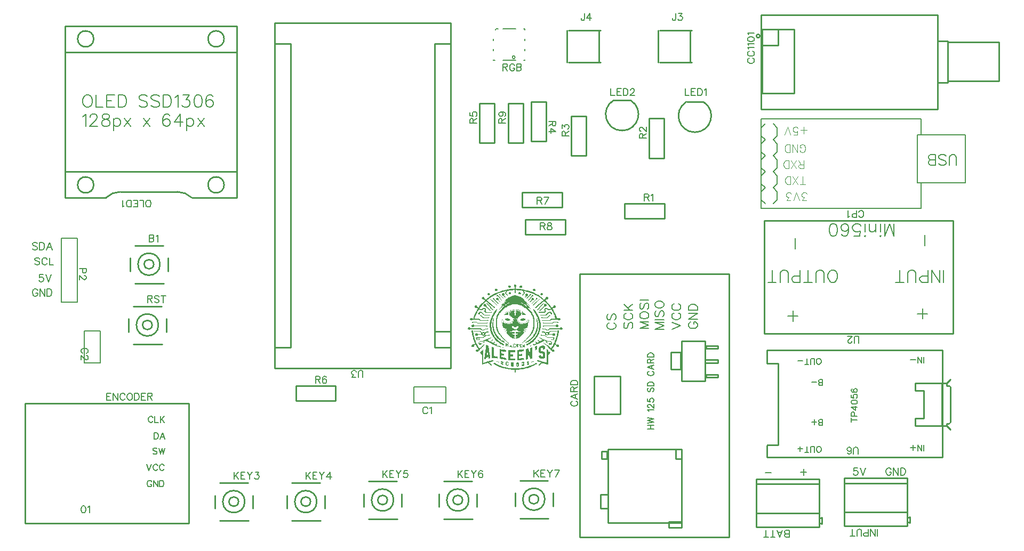
<source format=gto>
G04 Layer: TopSilkscreenLayer*
G04 EasyEDA v6.5.47, 2024-09-19 05:09:15*
G04 e78f94bf6dc54b698cf268439f808c62,20cc673dbd184c8ca6733993ffc9aab1,10*
G04 Gerber Generator version 0.2*
G04 Scale: 100 percent, Rotated: No, Reflected: No *
G04 Dimensions in millimeters *
G04 leading zeros omitted , absolute positions ,4 integer and 5 decimal *
%FSLAX45Y45*%
%MOMM*%

%ADD10C,0.1524*%
%ADD11C,0.2032*%
%ADD12C,0.1422*%
%ADD13C,0.1016*%
%ADD14C,0.1270*%
%ADD15C,0.2540*%
%ADD16C,0.2030*%
%ADD17C,0.1999*%
%ADD18C,0.2007*%
%ADD19C,0.0110*%

%LPD*%
G36*
X8693708Y5080812D02*
G01*
X8690508Y5080762D01*
X8685225Y5079542D01*
X8681974Y5078425D01*
X8678214Y5076698D01*
X8673236Y5071262D01*
X8671052Y5065522D01*
X8671001Y5057140D01*
X8674963Y5050078D01*
X8681262Y5045405D01*
X8681262Y5011978D01*
X8654694Y5010708D01*
X8633206Y5009235D01*
X8611158Y5007152D01*
X8590940Y5004816D01*
X8568334Y5001361D01*
X8551164Y4998212D01*
X8537905Y4995519D01*
X8507222Y4988255D01*
X8490254Y4983734D01*
X8470900Y4978095D01*
X8451088Y4971542D01*
X8427923Y4963109D01*
X8401862Y4952644D01*
X8376107Y4941163D01*
X8361629Y4934204D01*
X8344712Y4925618D01*
X8330082Y4917694D01*
X8316010Y4909566D01*
X8303056Y4901590D01*
X8276640Y4883861D01*
X8258403Y4870602D01*
X8240928Y4856784D01*
X8233054Y4850180D01*
X8226907Y4844694D01*
X8225028Y4843932D01*
X8222691Y4845202D01*
X8210092Y4855108D01*
X8204657Y4858969D01*
X8204657Y4868367D01*
X8202777Y4874615D01*
X8196224Y4881118D01*
X8192465Y4882489D01*
X8189061Y4883404D01*
X8183473Y4884521D01*
X8178393Y4883454D01*
X8175193Y4882540D01*
X8171586Y4881067D01*
X8166862Y4876139D01*
X8165439Y4874056D01*
X8164322Y4871669D01*
X8162391Y4865217D01*
X8164322Y4857546D01*
X8166201Y4854549D01*
X8168081Y4852060D01*
X8170367Y4849876D01*
X8172958Y4848047D01*
X8175802Y4846675D01*
X8178596Y4845608D01*
X8188553Y4845608D01*
X8189061Y4846320D01*
X8189874Y4846980D01*
X8191042Y4846828D01*
X8192719Y4845862D01*
X8201761Y4838192D01*
X8209483Y4831283D01*
X8209940Y4830673D01*
X8206994Y4827676D01*
X8190331Y4812233D01*
X8180628Y4802835D01*
X8171383Y4793488D01*
X8163001Y4784598D01*
X8154111Y4774742D01*
X8142274Y4760671D01*
X8136737Y4753762D01*
X8117078Y4726940D01*
X8107984Y4712766D01*
X8106003Y4713782D01*
X8098281Y4719777D01*
X8094573Y4722063D01*
X8089341Y4724704D01*
X8089087Y4725517D01*
X8088325Y4735322D01*
X8084413Y4742383D01*
X8079536Y4745532D01*
X8076336Y4747260D01*
X8072374Y4748885D01*
X8061502Y4748885D01*
X8054492Y4745837D01*
X8048802Y4740097D01*
X8045754Y4733594D01*
X8045754Y4724857D01*
X8048752Y4719523D01*
X8051139Y4716322D01*
X8054695Y4712817D01*
X8061502Y4709871D01*
X8073186Y4709871D01*
X8078114Y4711700D01*
X8079536Y4711954D01*
X8080502Y4711750D01*
X8084108Y4708956D01*
X8091830Y4703521D01*
X8097520Y4699965D01*
X8098281Y4698542D01*
X8097266Y4696155D01*
X8085531Y4678273D01*
X8079333Y4667859D01*
X8071662Y4654092D01*
X8064296Y4640122D01*
X8053882Y4618888D01*
X8048955Y4607052D01*
X8043875Y4593742D01*
X8038490Y4578350D01*
X8033461Y4562805D01*
X8029448Y4549292D01*
X8027111Y4539691D01*
X8026806Y4536541D01*
X8015071Y4536541D01*
X8011464Y4543196D01*
X8007350Y4546092D01*
X8004251Y4547768D01*
X7999780Y4549546D01*
X7991297Y4549546D01*
X7982966Y4546142D01*
X7977936Y4541266D01*
X7974685Y4534255D01*
X7974736Y4527550D01*
X7976362Y4523486D01*
X7978241Y4520336D01*
X7981746Y4515662D01*
X7989976Y4512005D01*
X8002371Y4512005D01*
X8010144Y4515612D01*
X8014360Y4520692D01*
X8114538Y4520692D01*
X8127136Y4511040D01*
X8138159Y4502251D01*
X8228838Y4501438D01*
X8255457Y4500981D01*
X8260892Y4500422D01*
X8263077Y4501743D01*
X8265414Y4515408D01*
X8263839Y4516170D01*
X8261045Y4516678D01*
X8254949Y4517288D01*
X8248700Y4514697D01*
X8145576Y4515358D01*
X8143392Y4516628D01*
X8131149Y4526280D01*
X8120227Y4534154D01*
X8117433Y4535678D01*
X8115604Y4536186D01*
X8051088Y4535474D01*
X8050225Y4537456D01*
X8052562Y4545888D01*
X8059877Y4567783D01*
X8068005Y4589881D01*
X8074355Y4606086D01*
X8079892Y4618482D01*
X8082025Y4622647D01*
X8082838Y4625035D01*
X8088020Y4635195D01*
X8103514Y4663084D01*
X8113522Y4679492D01*
X8117281Y4684369D01*
X8119922Y4684522D01*
X8123834Y4681728D01*
X8130387Y4677714D01*
X8137042Y4674514D01*
X8144052Y4672025D01*
X8151774Y4670094D01*
X8156346Y4669180D01*
X8162544Y4670704D01*
X8167878Y4672685D01*
X8176463Y4676495D01*
X8179511Y4682591D01*
X8181035Y4685131D01*
X8182813Y4687468D01*
X8184896Y4689703D01*
X8191296Y4692548D01*
X8199780Y4692548D01*
X8205368Y4689703D01*
X8207502Y4688078D01*
X8209127Y4686249D01*
X8211515Y4681524D01*
X8211515Y4674870D01*
X8206892Y4667453D01*
X8200186Y4662220D01*
X8196478Y4662220D01*
X8195614Y4660138D01*
X8211210Y4645558D01*
X8227161Y4631740D01*
X8301939Y4631893D01*
X8306460Y4630420D01*
X8309102Y4629861D01*
X8311896Y4629708D01*
X8317331Y4640478D01*
X8317331Y4644136D01*
X8308086Y4645456D01*
X8301380Y4642713D01*
X8237981Y4642815D01*
X8232190Y4643780D01*
X8221116Y4653483D01*
X8219135Y4655718D01*
X8219135Y4657293D01*
X8222843Y4661916D01*
X8225028Y4665268D01*
X8226856Y4668672D01*
X8228075Y4671720D01*
X8229092Y4675124D01*
X8228482Y4686401D01*
X8223554Y4695952D01*
X8220659Y4698898D01*
X8217560Y4701590D01*
X8214004Y4703978D01*
X8210143Y4705959D01*
X8206333Y4707331D01*
X8202472Y4708398D01*
X8189163Y4708448D01*
X8184337Y4706874D01*
X8179206Y4704892D01*
X8174888Y4702302D01*
X8170773Y4698695D01*
X8162594Y4689754D01*
X8159242Y4686757D01*
X8155431Y4685893D01*
X8150910Y4687417D01*
X8146542Y4689246D01*
X8141258Y4691888D01*
X8135874Y4694885D01*
X8127898Y4700117D01*
X8128000Y4701540D01*
X8128812Y4703368D01*
X8135924Y4714494D01*
X8146745Y4729378D01*
X8165642Y4753051D01*
X8180222Y4770323D01*
X8193227Y4784191D01*
X8208518Y4798974D01*
X8227059Y4816195D01*
X8228279Y4815586D01*
X8235086Y4810201D01*
X8269274Y4781753D01*
X8297722Y4758639D01*
X8323630Y4737049D01*
X8350554Y4715154D01*
X8357717Y4709871D01*
X8364321Y4705451D01*
X8365642Y4704791D01*
X8366963Y4706061D01*
X8371941Y4712157D01*
X8373719Y4713732D01*
X8374938Y4714138D01*
X8374938Y4716830D01*
X8354872Y4734407D01*
X8283397Y4795012D01*
X8243112Y4828641D01*
X8243112Y4830876D01*
X8251494Y4838090D01*
X8261350Y4845862D01*
X8295081Y4870297D01*
X8315604Y4883861D01*
X8336889Y4896764D01*
X8347760Y4902911D01*
X8364321Y4911699D01*
X8383016Y4920691D01*
X8406790Y4931308D01*
X8430514Y4941316D01*
X8440775Y4945430D01*
X8455152Y4950714D01*
X8465210Y4954168D01*
X8488934Y4961432D01*
X8519363Y4969713D01*
X8535416Y4973726D01*
X8539530Y4974386D01*
X8540343Y4974894D01*
X8540851Y4975606D01*
X8544610Y4975606D01*
X8539937Y4966411D01*
X8535924Y4959299D01*
X8529472Y4948834D01*
X8534247Y4942890D01*
X8568436Y4903419D01*
X8570010Y4903622D01*
X8572144Y4904994D01*
X8576513Y4908499D01*
X8575040Y4911090D01*
X8546947Y4947056D01*
X8547709Y4950053D01*
X8549081Y4952746D01*
X8554008Y4960264D01*
X8557869Y4966868D01*
X8560917Y4972659D01*
X8562441Y4976469D01*
X8562848Y4978450D01*
X8576818Y4981397D01*
X8597188Y4984496D01*
X8617712Y4986934D01*
X8644686Y4989068D01*
X8672068Y4990490D01*
X8679789Y4990642D01*
X8681059Y4990490D01*
X8681313Y4986223D01*
X8681415Y4963718D01*
X8681720Y4951984D01*
X8682278Y4940960D01*
X8700820Y4940960D01*
X8701328Y4943195D01*
X8701633Y4951323D01*
X8701786Y4990084D01*
X8704376Y4990998D01*
X8742730Y4989118D01*
X8764778Y4987340D01*
X8784082Y4984953D01*
X8817203Y4979720D01*
X8819794Y4970068D01*
X8821216Y4966309D01*
X8823096Y4962448D01*
X8831072Y4948478D01*
X8831275Y4947615D01*
X8828176Y4943195D01*
X8802065Y4910277D01*
X8806484Y4907178D01*
X8808110Y4905806D01*
X8809583Y4904994D01*
X8811158Y4904841D01*
X8817914Y4913325D01*
X8843111Y4943144D01*
X8846108Y4947056D01*
X8847074Y4949342D01*
X8841282Y4961178D01*
X8839047Y4966716D01*
X8837422Y4971440D01*
X8836812Y4974336D01*
X8836812Y4975606D01*
X8838336Y4975606D01*
X8842857Y4974793D01*
X8862110Y4970221D01*
X8884158Y4964328D01*
X8902598Y4958842D01*
X8913469Y4955286D01*
X8915806Y4954219D01*
X8919667Y4953558D01*
X8947353Y4943195D01*
X8968740Y4934661D01*
X8973566Y4932984D01*
X8984792Y4927904D01*
X9016390Y4912461D01*
X9043771Y4897780D01*
X9055862Y4890617D01*
X9082887Y4873498D01*
X9102648Y4859629D01*
X9126067Y4841849D01*
X9140291Y4830470D01*
X9124899Y4817821D01*
X9072829Y4773676D01*
X9020810Y4728819D01*
X9009126Y4718100D01*
X9007348Y4716018D01*
X9008160Y4714646D01*
X9012428Y4709668D01*
X9014155Y4707178D01*
X9015425Y4704791D01*
X9016542Y4704791D01*
X9018117Y4705350D01*
X9020860Y4707026D01*
X9031427Y4715002D01*
X9040164Y4722012D01*
X9093657Y4767224D01*
X9138716Y4804257D01*
X9153398Y4815992D01*
X9155480Y4815992D01*
X9177528Y4795266D01*
X9189821Y4783175D01*
X9198051Y4774742D01*
X9207449Y4764684D01*
X9216847Y4753356D01*
X9228886Y4738370D01*
X9240367Y4723282D01*
X9255201Y4702302D01*
X9255201Y4699812D01*
X9244177Y4693208D01*
X9239097Y4690618D01*
X9234424Y4688535D01*
X9226042Y4685893D01*
X9222028Y4686808D01*
X9214358Y4695799D01*
X9210954Y4699304D01*
X9207906Y4701997D01*
X9201454Y4706162D01*
X9193022Y4708550D01*
X9177477Y4708042D01*
X9167012Y4703521D01*
X9158528Y4695698D01*
X9155633Y4690008D01*
X9153906Y4685385D01*
X9152382Y4678019D01*
X9154617Y4669993D01*
X9156344Y4666386D01*
X9158478Y4663084D01*
X9163405Y4657496D01*
X9164218Y4655972D01*
X9163812Y4654905D01*
X9159900Y4652873D01*
X9150197Y4643120D01*
X9077756Y4643069D01*
X9074353Y4645863D01*
X9070644Y4645710D01*
X9068104Y4645253D01*
X9064752Y4644136D01*
X9065666Y4640630D01*
X9067292Y4636871D01*
X9071000Y4630064D01*
X9078468Y4630724D01*
X9087154Y4631893D01*
X9154769Y4631893D01*
X9176258Y4650638D01*
X9186570Y4660239D01*
X9183319Y4662119D01*
X9182252Y4662322D01*
X9180322Y4663186D01*
X9176461Y4665472D01*
X9171787Y4671974D01*
X9170162Y4679696D01*
X9171838Y4684623D01*
X9177223Y4690414D01*
X9182760Y4692548D01*
X9190075Y4692446D01*
X9196222Y4689957D01*
X9199930Y4687925D01*
X9205264Y4677003D01*
X9216999Y4671618D01*
X9226296Y4669383D01*
X9230715Y4670196D01*
X9238183Y4671974D01*
X9245600Y4674616D01*
X9252712Y4678070D01*
X9259468Y4682236D01*
X9264040Y4685436D01*
X9264954Y4685080D01*
X9266072Y4684115D01*
X9270136Y4678273D01*
X9276181Y4668367D01*
X9283446Y4655718D01*
X9291066Y4641697D01*
X9298381Y4627676D01*
X9304020Y4615992D01*
X9310217Y4601565D01*
X9316821Y4585411D01*
X9321850Y4572457D01*
X9330944Y4544974D01*
X9332214Y4540300D01*
X9332569Y4537659D01*
X9332569Y4535881D01*
X9263989Y4535830D01*
X9262567Y4535322D01*
X9258350Y4532426D01*
X9241993Y4519676D01*
X9236100Y4515307D01*
X9126423Y4515713D01*
X9118244Y4515967D01*
X9118803Y4510989D01*
X9120886Y4502912D01*
X9121698Y4500981D01*
X9122460Y4500270D01*
X9132570Y4501896D01*
X9243009Y4501896D01*
X9258909Y4514240D01*
X9266885Y4520692D01*
X9369602Y4520692D01*
X9371685Y4516831D01*
X9381134Y4512056D01*
X9395002Y4512005D01*
X9401657Y4515104D01*
X9404858Y4518406D01*
X9406737Y4520946D01*
X9408718Y4524603D01*
X9408769Y4535576D01*
X9404908Y4542485D01*
X9400743Y4545482D01*
X9397390Y4547412D01*
X9392259Y4549698D01*
X9382709Y4549140D01*
X9375089Y4545634D01*
X9371888Y4542231D01*
X9370669Y4540453D01*
X9370364Y4539437D01*
X9369552Y4538268D01*
X9367520Y4536490D01*
X9356648Y4536948D01*
X9352889Y4551680D01*
X9348520Y4566462D01*
X9343796Y4581144D01*
X9339630Y4592624D01*
X9334246Y4605832D01*
X9327642Y4621022D01*
X9321495Y4634128D01*
X9312656Y4650994D01*
X9304985Y4665065D01*
X9298330Y4676038D01*
X9284563Y4697526D01*
X9284411Y4698898D01*
X9288729Y4701438D01*
X9293453Y4704740D01*
X9302140Y4711293D01*
X9304832Y4711242D01*
X9306661Y4710836D01*
X9308947Y4709820D01*
X9321342Y4709769D01*
X9328861Y4713020D01*
X9334042Y4717745D01*
X9337344Y4725822D01*
X9337344Y4732934D01*
X9333636Y4740554D01*
X9326372Y4746650D01*
X9320580Y4748885D01*
X9310624Y4748885D01*
X9303766Y4746193D01*
X9300768Y4743450D01*
X9297670Y4739894D01*
X9295384Y4735779D01*
X9294063Y4731461D01*
X9293758Y4727092D01*
X9293910Y4725162D01*
X9286748Y4720691D01*
X9277350Y4713986D01*
X9275521Y4712970D01*
X9274505Y4712868D01*
X9273997Y4714138D01*
X9268510Y4722622D01*
X9253677Y4742942D01*
X9245498Y4753660D01*
X9237929Y4763008D01*
X9228836Y4773726D01*
X9220200Y4783429D01*
X9211564Y4792624D01*
X9202572Y4801666D01*
X9192818Y4811064D01*
X9171533Y4830826D01*
X9190075Y4847132D01*
X9192615Y4846421D01*
X9195714Y4845964D01*
X9201708Y4845507D01*
X9208922Y4847996D01*
X9215526Y4854041D01*
X9218371Y4861356D01*
X9218828Y4863998D01*
X9218574Y4866589D01*
X9216542Y4873294D01*
X9212681Y4877866D01*
X9211106Y4879289D01*
X9209227Y4880559D01*
X9203486Y4883454D01*
X9190888Y4883556D01*
X9185097Y4881016D01*
X9178239Y4874056D01*
X9176258Y4867249D01*
X9176258Y4858867D01*
X9160306Y4846523D01*
X9157512Y4843983D01*
X9156039Y4843983D01*
X9153347Y4845964D01*
X9143593Y4854448D01*
X9133636Y4862677D01*
X9122867Y4871059D01*
X9111538Y4879492D01*
X9099753Y4887874D01*
X9081668Y4900015D01*
X9069527Y4907686D01*
X9057487Y4914950D01*
X9045803Y4921605D01*
X9030055Y4929936D01*
X9012732Y4938369D01*
X8990177Y4948478D01*
X8968536Y4957673D01*
X8939072Y4969154D01*
X8917787Y4976266D01*
X8894114Y4983276D01*
X8869121Y4989830D01*
X8843873Y4995722D01*
X8819388Y5000548D01*
X8796680Y5004358D01*
X8774684Y5007152D01*
X8760663Y5008676D01*
X8745982Y5009946D01*
X8716060Y5011775D01*
X8702192Y5012080D01*
X8702751Y5045100D01*
X8708593Y5050383D01*
X8712047Y5057190D01*
X8712047Y5066436D01*
X8710168Y5070297D01*
X8708034Y5073243D01*
X8703970Y5077460D01*
X8697163Y5080050D01*
G37*
G36*
X8598763Y5065064D02*
G01*
X8593429Y5063591D01*
X8589924Y5062270D01*
X8585708Y5059934D01*
X8581847Y5054295D01*
X8580577Y5051399D01*
X8579713Y5048504D01*
X8579408Y5045760D01*
X8579408Y5043525D01*
X8582609Y5035804D01*
X8586419Y5032552D01*
X8589619Y5030520D01*
X8594598Y5028082D01*
X8602472Y5027422D01*
X8611108Y5029301D01*
X8617915Y5034788D01*
X8621471Y5042357D01*
X8620709Y5052060D01*
X8616492Y5058613D01*
X8611260Y5062016D01*
X8608466Y5063236D01*
X8605469Y5064150D01*
G37*
G36*
X8782202Y5064963D02*
G01*
X8780526Y5064861D01*
X8776766Y5063998D01*
X8773566Y5062880D01*
X8769096Y5060899D01*
X8765133Y5056378D01*
X8763812Y5054193D01*
X8762898Y5051958D01*
X8761780Y5046268D01*
X8762796Y5039004D01*
X8767724Y5032298D01*
X8777986Y5027625D01*
X8785098Y5027828D01*
X8788501Y5028539D01*
X8791702Y5029657D01*
X8798102Y5033416D01*
X8802065Y5039614D01*
X8803538Y5046827D01*
X8802014Y5052923D01*
X8798052Y5058714D01*
X8790889Y5063337D01*
X8784031Y5064760D01*
G37*
G36*
X8991142Y5015230D02*
G01*
X8987637Y5014366D01*
X8980881Y5011928D01*
X8976715Y5007559D01*
X8974429Y5004511D01*
X8972346Y5000498D01*
X8972296Y4989525D01*
X8976156Y4983835D01*
X8978087Y4981854D01*
X8980373Y4980076D01*
X8986418Y4976825D01*
X9000896Y4976774D01*
X9008465Y4981041D01*
X9013901Y4989474D01*
X9013901Y5000498D01*
X9012580Y5003190D01*
X9010904Y5005933D01*
X9008618Y5008575D01*
X9005976Y5010912D01*
X8999778Y5014569D01*
G37*
G36*
X8390077Y5015179D02*
G01*
X8387486Y5015077D01*
X8383117Y5014315D01*
X8379917Y5013248D01*
X8375192Y5011064D01*
X8371636Y5007254D01*
X8369655Y5004460D01*
X8367674Y5000498D01*
X8367674Y4990134D01*
X8372500Y4982413D01*
X8378444Y4978704D01*
X8382457Y4976723D01*
X8395868Y4976723D01*
X8399018Y4978603D01*
X8402828Y4981295D01*
X8405774Y4984445D01*
X8408009Y4988102D01*
X8409584Y4992370D01*
X8410498Y4995824D01*
X8408619Y5002377D01*
X8407400Y5004866D01*
X8405672Y5007152D01*
X8399830Y5012842D01*
X8392617Y5014823D01*
G37*
G36*
X8761425Y4960366D02*
G01*
X8759037Y4959807D01*
X8754872Y4958334D01*
X8751062Y4956048D01*
X8747861Y4953101D01*
X8745524Y4949698D01*
X8744153Y4947056D01*
X8743754Y4942433D01*
X8761679Y4942433D01*
X8763558Y4944567D01*
X8766454Y4944567D01*
X8767978Y4942078D01*
X8766505Y4939487D01*
X8762695Y4939487D01*
X8761679Y4942433D01*
X8743754Y4942433D01*
X8743442Y4938776D01*
X8746896Y4931054D01*
X8751925Y4926584D01*
X8759545Y4923586D01*
X8770518Y4923586D01*
X8777274Y4926533D01*
X8781237Y4931460D01*
X8783218Y4934610D01*
X8784691Y4938268D01*
X8784691Y4946548D01*
X8780272Y4954320D01*
X8771686Y4959654D01*
G37*
G36*
X8605113Y4960264D02*
G01*
X8599474Y4959248D01*
X8592464Y4954981D01*
X8587333Y4947158D01*
X8587333Y4944008D01*
X8604554Y4944008D01*
X8606586Y4945126D01*
X8607348Y4945176D01*
X8608974Y4944160D01*
X8609838Y4943195D01*
X8610142Y4942382D01*
X8609838Y4941570D01*
X8607653Y4939436D01*
X8605113Y4939893D01*
X8604554Y4944008D01*
X8587333Y4944008D01*
X8587333Y4936540D01*
X8589314Y4933137D01*
X8591499Y4930444D01*
X8595563Y4926482D01*
X8603945Y4923586D01*
X8610600Y4923637D01*
X8615019Y4925110D01*
X8618423Y4926787D01*
X8623350Y4929886D01*
X8626957Y4936845D01*
X8626957Y4946446D01*
X8623604Y4952441D01*
X8621623Y4954778D01*
X8619337Y4956708D01*
X8616696Y4958181D01*
X8613749Y4959502D01*
G37*
G36*
X8498535Y4944465D02*
G01*
X8496046Y4943906D01*
X8492236Y4942586D01*
X8488781Y4940452D01*
X8485682Y4937607D01*
X8483041Y4934102D01*
X8481263Y4931206D01*
X8481195Y4922977D01*
X8498890Y4922977D01*
X8498890Y4925822D01*
X8502243Y4928819D01*
X8503310Y4929276D01*
X8504377Y4929073D01*
X8507577Y4927142D01*
X8507577Y4923383D01*
X8504986Y4920742D01*
X8503056Y4920792D01*
X8501430Y4921402D01*
X8498890Y4922977D01*
X8481195Y4922977D01*
X8481161Y4918811D01*
X8484717Y4912868D01*
X8487968Y4908448D01*
X8495436Y4904943D01*
X8507171Y4903470D01*
X8507476Y4902657D01*
X8509000Y4900676D01*
X8523173Y4885842D01*
X8533638Y4874260D01*
X8540902Y4880965D01*
X8523630Y4899964D01*
X8517839Y4906721D01*
X8517839Y4909159D01*
X8518550Y4909159D01*
X8519769Y4910480D01*
X8524494Y4918202D01*
X8524494Y4930495D01*
X8522766Y4933492D01*
X8520836Y4936185D01*
X8518347Y4938826D01*
X8515553Y4941163D01*
X8512810Y4942840D01*
X8510371Y4944008D01*
G37*
G36*
X8269579Y4944364D02*
G01*
X8263026Y4942890D01*
X8259978Y4941824D01*
X8256422Y4937963D01*
X8254441Y4935169D01*
X8252612Y4931359D01*
X8252612Y4922215D01*
X8254187Y4919167D01*
X8256625Y4916322D01*
X8261654Y4911547D01*
X8271052Y4909058D01*
X8279587Y4911242D01*
X8282330Y4913172D01*
X8284616Y4915103D01*
X8286496Y4917338D01*
X8288070Y4919980D01*
X8290509Y4926838D01*
X8288629Y4934508D01*
X8282381Y4941011D01*
X8276691Y4943602D01*
G37*
G36*
X9106103Y4943856D02*
G01*
X9105341Y4942840D01*
X9104325Y4942433D01*
X9102445Y4942382D01*
X9096502Y4937912D01*
X9092590Y4930902D01*
X9092590Y4923078D01*
X9095079Y4918151D01*
X9096857Y4915916D01*
X9098991Y4913934D01*
X9104833Y4910277D01*
X9117533Y4910277D01*
X9125356Y4915408D01*
X9129217Y4921808D01*
X9129318Y4931918D01*
X9124899Y4938725D01*
X9121190Y4941214D01*
X9118396Y4942535D01*
X9114485Y4943856D01*
G37*
G36*
X8871153Y4936540D02*
G01*
X8864803Y4934966D01*
X8858859Y4930952D01*
X8856624Y4928768D01*
X8854744Y4926330D01*
X8852204Y4921097D01*
X8852204Y4916932D01*
X8869121Y4916932D01*
X8870696Y4920742D01*
X8872829Y4920640D01*
X8874506Y4920030D01*
X8877046Y4918456D01*
X8876893Y4915560D01*
X8876436Y4914595D01*
X8875623Y4913833D01*
X8872982Y4912766D01*
X8870950Y4913884D01*
X8869883Y4915001D01*
X8869121Y4916932D01*
X8852204Y4916932D01*
X8852255Y4910937D01*
X8853982Y4907229D01*
X8855760Y4904232D01*
X8859012Y4899710D01*
X8849766Y4889601D01*
X8841587Y4881118D01*
X8849106Y4874666D01*
X8869019Y4895646D01*
X8879027Y4896002D01*
X8886291Y4898898D01*
X8892032Y4905095D01*
X8895232Y4912817D01*
X8895232Y4919116D01*
X8894064Y4922113D01*
X8891016Y4927549D01*
X8886596Y4931765D01*
X8880906Y4934661D01*
X8874150Y4936185D01*
G37*
G36*
X8443264Y4930851D02*
G01*
X8440318Y4928463D01*
X8438743Y4926736D01*
X8437321Y4924450D01*
X8437321Y4916474D01*
X8441690Y4912614D01*
X8446160Y4911242D01*
X8448751Y4910683D01*
X8451240Y4910632D01*
X8456320Y4904943D01*
X8503412Y4858004D01*
X8506206Y4854295D01*
X8507679Y4854498D01*
X8509558Y4855768D01*
X8513114Y4859070D01*
X8513064Y4861153D01*
X8501329Y4873599D01*
X8492388Y4882692D01*
X8478418Y4896358D01*
X8465312Y4909566D01*
X8457844Y4917744D01*
X8457844Y4925720D01*
X8452256Y4930851D01*
G37*
G36*
X8927693Y4930851D02*
G01*
X8922054Y4924806D01*
X8922054Y4916373D01*
X8921394Y4916373D01*
X8917330Y4912817D01*
X8898432Y4894275D01*
X8875725Y4871466D01*
X8869375Y4864760D01*
X8866835Y4861712D01*
X8868054Y4860036D01*
X8870746Y4858156D01*
X8873490Y4856937D01*
X8874709Y4857191D01*
X8876690Y4859629D01*
X8928658Y4910886D01*
X8932976Y4910582D01*
X8940139Y4913426D01*
X8942578Y4917744D01*
X8942578Y4924399D01*
X8940850Y4927295D01*
X8939174Y4929022D01*
X8936329Y4930851D01*
G37*
G36*
X8412480Y4916373D02*
G01*
X8409279Y4916322D01*
X8405672Y4914290D01*
X8403640Y4912563D01*
X8401862Y4910683D01*
X8400592Y4908905D01*
X8399424Y4906772D01*
X8399475Y4900879D01*
X8402980Y4895088D01*
X8410854Y4891684D01*
X8419185Y4893056D01*
X8444026Y4869078D01*
X8444992Y4855006D01*
X8465718Y4834890D01*
X8477504Y4823968D01*
X8478824Y4824984D01*
X8484514Y4830927D01*
X8454898Y4858715D01*
X8453272Y4875530D01*
X8450986Y4876952D01*
X8445957Y4881118D01*
X8425129Y4900117D01*
X8425078Y4907534D01*
X8422030Y4911344D01*
X8419541Y4913731D01*
X8415731Y4916373D01*
G37*
G36*
X8964980Y4916373D02*
G01*
X8957767Y4912207D01*
X8955278Y4907534D01*
X8954211Y4900168D01*
X8926576Y4874260D01*
X8925102Y4860442D01*
X8898229Y4835601D01*
X8895232Y4833264D01*
X8895232Y4830470D01*
X8896451Y4830267D01*
X8897823Y4828895D01*
X8900363Y4825441D01*
X8902852Y4825390D01*
X8913266Y4835804D01*
X8921648Y4843830D01*
X8934450Y4855464D01*
X8935567Y4868367D01*
X8937955Y4871262D01*
X8961120Y4893360D01*
X8969146Y4891633D01*
X8976309Y4894580D01*
X8980830Y4899964D01*
X8980830Y4907686D01*
X8976055Y4913884D01*
X8970619Y4916322D01*
G37*
G36*
X8698026Y4907737D02*
G01*
X8689187Y4907584D01*
X8684158Y4907178D01*
X8676894Y4905806D01*
X8658758Y4901844D01*
X8649512Y4899609D01*
X8644788Y4898237D01*
X8630412Y4893411D01*
X8616238Y4888128D01*
X8589314Y4875784D01*
X8576259Y4867605D01*
X8565692Y4860340D01*
X8554567Y4852009D01*
X8543239Y4842764D01*
X8532469Y4833467D01*
X8533485Y4832553D01*
X8541867Y4837277D01*
X8552891Y4842510D01*
X8570518Y4849672D01*
X8574074Y4850790D01*
X8576310Y4851146D01*
X8577072Y4850688D01*
X8576868Y4850180D01*
X8571382Y4847590D01*
X8561476Y4842052D01*
X8550960Y4835804D01*
X8530996Y4822190D01*
X8520379Y4813858D01*
X8514384Y4808575D01*
X8509254Y4803648D01*
X8504631Y4798161D01*
X8504021Y4797907D01*
X8503716Y4797450D01*
X8503666Y4796332D01*
X8517737Y4805781D01*
X8525256Y4810252D01*
X8548624Y4822647D01*
X8548420Y4821428D01*
X8546896Y4819954D01*
X8535822Y4811725D01*
X8522665Y4801565D01*
X8502954Y4785664D01*
X8491372Y4775962D01*
X8481568Y4765446D01*
X8475929Y4759096D01*
X8468156Y4749596D01*
X8462822Y4742586D01*
X8461552Y4740554D01*
X8461298Y4739690D01*
X8462060Y4739894D01*
X8468004Y4744567D01*
X8484209Y4758029D01*
X8499957Y4770221D01*
X8513673Y4780076D01*
X8518296Y4782921D01*
X8519261Y4783226D01*
X8514486Y4777587D01*
X8507577Y4770526D01*
X8485479Y4745990D01*
X8466328Y4723485D01*
X8461095Y4716932D01*
X8448294Y4699406D01*
X8437727Y4683861D01*
X8430666Y4673092D01*
X8429701Y4671110D01*
X8439658Y4679746D01*
X8492744Y4727854D01*
X8503056Y4736795D01*
X8511895Y4744059D01*
X8520379Y4750562D01*
X8531809Y4758842D01*
X8547303Y4769358D01*
X8556193Y4774844D01*
X8571941Y4783886D01*
X8579053Y4787595D01*
X8589772Y4792726D01*
X8601049Y4797806D01*
X8623452Y4806797D01*
X8625586Y4806188D01*
X8613394Y4799888D01*
X8574024Y4776063D01*
X8551113Y4761026D01*
X8536635Y4750206D01*
X8520633Y4737760D01*
X8509203Y4728413D01*
X8499348Y4719624D01*
X8477199Y4699304D01*
X8456168Y4676343D01*
X8447176Y4665624D01*
X8433612Y4647793D01*
X8426653Y4637532D01*
X8418931Y4625136D01*
X8412175Y4613503D01*
X8408111Y4605528D01*
X8404148Y4596536D01*
X8399881Y4584903D01*
X8396020Y4571746D01*
X8392464Y4556607D01*
X8390026Y4543856D01*
X8388654Y4533950D01*
X8387384Y4522317D01*
X8386318Y4509058D01*
X8385403Y4494326D01*
X8384692Y4478274D01*
X8383676Y4444492D01*
X8384844Y4426610D01*
X8385657Y4417771D01*
X8386724Y4409998D01*
X8386876Y4406900D01*
X8387994Y4400092D01*
X8390077Y4389882D01*
X8394649Y4372610D01*
X8399018Y4359503D01*
X8404199Y4347006D01*
X8408162Y4338320D01*
X8412734Y4329379D01*
X8417915Y4320235D01*
X8423656Y4310888D01*
X8430056Y4301337D01*
X8436965Y4291634D01*
X8444433Y4281779D01*
X8452408Y4271772D01*
X8460841Y4261713D01*
X8479231Y4241393D01*
X8489086Y4231182D01*
X8499398Y4220921D01*
X8510066Y4210710D01*
X8532622Y4190441D01*
X8544407Y4180382D01*
X8565896Y4162856D01*
X8582761Y4149394D01*
X8591397Y4143552D01*
X8592921Y4144975D01*
X8586927Y4152087D01*
X8579866Y4159199D01*
X8536736Y4199585D01*
X8518855Y4216908D01*
X8506256Y4229557D01*
X8499043Y4237431D01*
X8488629Y4249267D01*
X8478367Y4261510D01*
X8468766Y4273550D01*
X8460282Y4284675D01*
X8453526Y4294276D01*
X8446668Y4305300D01*
X8440115Y4316526D01*
X8433409Y4328922D01*
X8428126Y4339488D01*
X8422792Y4351629D01*
X8420252Y4357979D01*
X8415121Y4374083D01*
X8409482Y4398365D01*
X8408111Y4405985D01*
X8404860Y4432960D01*
X8403996Y4494326D01*
X8405418Y4517491D01*
X8406841Y4532223D01*
X8408771Y4545584D01*
X8411362Y4557877D01*
X8414715Y4569358D01*
X8418880Y4580280D01*
X8421319Y4585665D01*
X8427008Y4596434D01*
X8433866Y4607407D01*
X8441944Y4618888D01*
X8451392Y4631182D01*
X8460232Y4642002D01*
X8473643Y4656531D01*
X8483904Y4666945D01*
X8494674Y4677156D01*
X8505545Y4686909D01*
X8516162Y4695799D01*
X8526119Y4703572D01*
X8536686Y4711090D01*
X8547252Y4718151D01*
X8557920Y4724806D01*
X8568639Y4731004D01*
X8579459Y4736795D01*
X8590280Y4742129D01*
X8601202Y4746955D01*
X8612124Y4751374D01*
X8623096Y4755388D01*
X8634120Y4758893D01*
X8645194Y4761941D01*
X8656269Y4764582D01*
X8667394Y4766716D01*
X8684818Y4769256D01*
X8703919Y4768494D01*
X8710117Y4767986D01*
X8724290Y4765548D01*
X8733434Y4763566D01*
X8743035Y4761179D01*
X8751519Y4758791D01*
X8771636Y4751628D01*
X8784590Y4746142D01*
X8798915Y4739436D01*
X8813038Y4732274D01*
X8824214Y4725924D01*
X8848140Y4710684D01*
X8858656Y4703064D01*
X8873744Y4691126D01*
X8884615Y4681778D01*
X8895435Y4671720D01*
X8906052Y4661204D01*
X8916162Y4650435D01*
X8925560Y4639716D01*
X8943035Y4617923D01*
X8949791Y4608372D01*
X8955735Y4598720D01*
X8960916Y4588967D01*
X8965387Y4578959D01*
X8969146Y4568647D01*
X8972245Y4557928D01*
X8974785Y4546752D01*
X8976715Y4534966D01*
X8978087Y4522470D01*
X8979052Y4509160D01*
X8980119Y4487621D01*
X8980424Y4473702D01*
X8980424Y4450994D01*
X8978493Y4426305D01*
X8976766Y4410151D01*
X8974632Y4396689D01*
X8971889Y4384294D01*
X8967216Y4368088D01*
X8964574Y4360062D01*
X8961628Y4352391D01*
X8953347Y4333290D01*
X8943238Y4315256D01*
X8936736Y4304334D01*
X8930386Y4294327D01*
X8924086Y4285234D01*
X8916517Y4275175D01*
X8907983Y4264507D01*
X8895283Y4249521D01*
X8879992Y4232452D01*
X8866784Y4218482D01*
X8848648Y4200804D01*
X8822283Y4175963D01*
X8790228Y4146245D01*
X8790228Y4143756D01*
X8791854Y4143756D01*
X8794038Y4144162D01*
X8796832Y4145483D01*
X8800490Y4147870D01*
X8828074Y4169968D01*
X8835288Y4175963D01*
X8873236Y4209846D01*
X8893860Y4229811D01*
X8903970Y4240276D01*
X8914841Y4252010D01*
X8925661Y4264202D01*
X8935770Y4276039D01*
X8944457Y4286758D01*
X8952128Y4297019D01*
X8960002Y4308754D01*
X8967419Y4320895D01*
X8974124Y4332935D01*
X8979814Y4344517D01*
X8984335Y4355287D01*
X8990584Y4373981D01*
X8992971Y4382871D01*
X8995003Y4392269D01*
X8996629Y4402277D01*
X8997950Y4413250D01*
X8998966Y4425442D01*
X9000083Y4444847D01*
X8998407Y4496866D01*
X8997035Y4521860D01*
X8994241Y4544314D01*
X8990685Y4561484D01*
X8988399Y4569764D01*
X8984335Y4583176D01*
X8979509Y4596231D01*
X8973769Y4608982D01*
X8967114Y4621530D01*
X8959596Y4633925D01*
X8951010Y4646320D01*
X8942171Y4658055D01*
X8932722Y4669942D01*
X8921699Y4683201D01*
X8914180Y4691481D01*
X8906052Y4699914D01*
X8897112Y4708652D01*
X8875776Y4727956D01*
X8867952Y4734509D01*
X8858656Y4741875D01*
X8843518Y4753203D01*
X8833764Y4760163D01*
X8806332Y4778197D01*
X8795258Y4785156D01*
X8788603Y4788763D01*
X8763863Y4803089D01*
X8758072Y4806035D01*
X8756497Y4807153D01*
X8756294Y4807508D01*
X8756396Y4807915D01*
X8757412Y4807864D01*
X8762593Y4805781D01*
X8767876Y4803952D01*
X8788958Y4795418D01*
X8798407Y4791049D01*
X8808059Y4786223D01*
X8817813Y4780889D01*
X8827617Y4775149D01*
X8837472Y4768900D01*
X8847378Y4762296D01*
X8857183Y4755337D01*
X8866987Y4747971D01*
X8876639Y4740300D01*
X8893200Y4726076D01*
X8915349Y4706264D01*
X8937040Y4686452D01*
X8951722Y4672380D01*
X8952788Y4672330D01*
X8951772Y4674514D01*
X8939276Y4693462D01*
X8924645Y4713427D01*
X8917736Y4722368D01*
X8898026Y4745228D01*
X8876334Y4769408D01*
X8865209Y4780737D01*
X8863634Y4782820D01*
X8863634Y4783531D01*
X8891574Y4763871D01*
X8906814Y4752086D01*
X8920937Y4740554D01*
X8921648Y4740198D01*
X8921292Y4741113D01*
X8916771Y4747209D01*
X8899550Y4767935D01*
X8885529Y4780788D01*
X8878011Y4787341D01*
X8842654Y4814976D01*
X8834221Y4821326D01*
X8832646Y4822901D01*
X8832748Y4823256D01*
X8852966Y4812639D01*
X8872169Y4801514D01*
X8875420Y4800041D01*
X8875268Y4801158D01*
X8871966Y4804816D01*
X8865209Y4811217D01*
X8856624Y4818227D01*
X8846515Y4825695D01*
X8835085Y4833416D01*
X8822690Y4841189D01*
X8805926Y4851044D01*
X8804452Y4852314D01*
X8804452Y4852873D01*
X8814917Y4848606D01*
X8823452Y4845659D01*
X8830868Y4842256D01*
X8839047Y4838192D01*
X8845296Y4834686D01*
X8848648Y4832553D01*
X8848648Y4833264D01*
X8845245Y4836769D01*
X8825331Y4854397D01*
X8810193Y4865116D01*
X8800439Y4871516D01*
X8790838Y4877206D01*
X8781186Y4882286D01*
X8771382Y4886858D01*
X8761171Y4890973D01*
X8744508Y4896815D01*
X8731046Y4900777D01*
X8721801Y4903012D01*
G37*
G36*
X8408517Y4870145D02*
G01*
X8400643Y4867452D01*
X8397900Y4865878D01*
X8395614Y4863896D01*
X8391144Y4857699D01*
X8391144Y4845964D01*
X8394242Y4841341D01*
X8396528Y4838598D01*
X8399830Y4835753D01*
X8406434Y4833874D01*
X8416848Y4834636D01*
X8450580Y4801971D01*
X8457895Y4808931D01*
X8455406Y4811115D01*
X8441436Y4825085D01*
X8429142Y4836871D01*
X8426856Y4839563D01*
X8426653Y4841443D01*
X8429447Y4847031D01*
X8429396Y4856073D01*
X8427110Y4860290D01*
X8424976Y4863134D01*
X8421268Y4866741D01*
X8416544Y4868570D01*
X8413140Y4869484D01*
G37*
G36*
X8968333Y4868722D02*
G01*
X8963507Y4868672D01*
X8956395Y4865370D01*
X8950553Y4858308D01*
X8949486Y4850333D01*
X8952128Y4839462D01*
X8927033Y4815382D01*
X8922969Y4810709D01*
X8922562Y4808220D01*
X8924645Y4806035D01*
X8927287Y4803749D01*
X8929573Y4803749D01*
X8936990Y4811318D01*
X8961018Y4834077D01*
X8963964Y4834026D01*
X8966657Y4833569D01*
X8971076Y4832400D01*
X8979509Y4834839D01*
X8985961Y4841189D01*
X8988399Y4846523D01*
X8988399Y4855108D01*
X8984437Y4862728D01*
X8980119Y4865776D01*
X8977122Y4867402D01*
X8973159Y4868722D01*
G37*
G36*
X8349234Y4865827D02*
G01*
X8345373Y4865776D01*
X8341614Y4863388D01*
X8339632Y4861610D01*
X8337905Y4858969D01*
X8337854Y4852009D01*
X8339683Y4849114D01*
X8340750Y4847945D01*
X8344255Y4845659D01*
X8346948Y4844186D01*
X8355126Y4844186D01*
X8355584Y4842916D01*
X8356396Y4841595D01*
X8363153Y4834686D01*
X8421319Y4778400D01*
X8426196Y4773422D01*
X8427720Y4771542D01*
X8427974Y4770526D01*
X8428888Y4770526D01*
X8430412Y4771288D01*
X8435848Y4775657D01*
X8435594Y4776673D01*
X8431987Y4780889D01*
X8423402Y4789881D01*
X8401100Y4811928D01*
X8379459Y4832604D01*
X8365337Y4846472D01*
X8361527Y4850485D01*
X8361476Y4854498D01*
X8361019Y4857292D01*
X8359800Y4861153D01*
X8353094Y4865827D01*
G37*
G36*
X9030716Y4865725D02*
G01*
X9027464Y4864963D01*
X9025382Y4864150D01*
X9023654Y4863033D01*
X9022232Y4861661D01*
X9019946Y4857953D01*
X9019946Y4850079D01*
X9018625Y4849368D01*
X8943898Y4776317D01*
X8949283Y4771390D01*
X8950858Y4770831D01*
X8952636Y4771898D01*
X9016796Y4834229D01*
X9026652Y4844135D01*
X9035745Y4844186D01*
X9041841Y4849215D01*
X9043822Y4855616D01*
X9042044Y4860544D01*
X9037523Y4864506D01*
G37*
G36*
X9078823Y4855006D02*
G01*
X9074708Y4851552D01*
X9031833Y4811979D01*
X8990990Y4773828D01*
X8969451Y4753356D01*
X8969451Y4750968D01*
X8972499Y4747514D01*
X8974582Y4745990D01*
X8981998Y4752390D01*
X9076537Y4840224D01*
X9085529Y4848961D01*
X9081211Y4853178D01*
G37*
G36*
X8302498Y4854702D02*
G01*
X8301126Y4853940D01*
X8295894Y4849215D01*
X8296960Y4846167D01*
X8394801Y4756454D01*
X8406485Y4745990D01*
X8407704Y4746904D01*
X8412835Y4752390D01*
X8376869Y4786223D01*
X8321192Y4837734D01*
X8303564Y4854397D01*
G37*
G36*
X9141256Y4784242D02*
G01*
X9129877Y4774438D01*
X9067342Y4717643D01*
X9067342Y4712919D01*
X9069679Y4711141D01*
X9069679Y4708601D01*
X9048140Y4689449D01*
X9040672Y4683963D01*
X9038031Y4682388D01*
X9037523Y4681372D01*
X9038132Y4679645D01*
X9042450Y4672330D01*
X9043365Y4672330D01*
X9048699Y4676495D01*
X9076131Y4700828D01*
X9086646Y4705959D01*
X9088882Y4711344D01*
X9085478Y4719370D01*
X9086494Y4721047D01*
X9095892Y4730343D01*
X9146997Y4777943D01*
X9145117Y4780635D01*
X9142171Y4783734D01*
G37*
G36*
X8237981Y4783531D02*
G01*
X8234984Y4779975D01*
X8233816Y4778146D01*
X8233664Y4776571D01*
X8293506Y4722164D01*
X8294522Y4717897D01*
X8292084Y4713528D01*
X8292084Y4708804D01*
X8295030Y4705299D01*
X8306257Y4700117D01*
X8333689Y4676089D01*
X8337499Y4673244D01*
X8339378Y4672330D01*
X8340191Y4672330D01*
X8341969Y4676038D01*
X8343442Y4678578D01*
X8345830Y4681677D01*
X8344916Y4682845D01*
X8342833Y4683963D01*
X8338159Y4685944D01*
X8325459Y4696612D01*
X8314639Y4706315D01*
X8312505Y4708652D01*
X8311692Y4709922D01*
X8313521Y4715002D01*
X8312658Y4717846D01*
X8309203Y4721352D01*
X8240572Y4783531D01*
G37*
G36*
X9167215Y4774082D02*
G01*
X9160967Y4772304D01*
X9156954Y4770729D01*
X9152026Y4766106D01*
X9147860Y4758334D01*
X9147860Y4754575D01*
X9164929Y4754575D01*
X9167825Y4757521D01*
X9170619Y4757470D01*
X9172448Y4757064D01*
X9174683Y4756048D01*
X9174683Y4751019D01*
X9170670Y4749342D01*
X9166453Y4750714D01*
X9164929Y4754575D01*
X9147860Y4754575D01*
X9147860Y4747056D01*
X9151823Y4738166D01*
X9136075Y4723282D01*
X9111945Y4701286D01*
X9092133Y4683658D01*
X9084919Y4677867D01*
X9077045Y4672279D01*
X9075013Y4668774D01*
X9077452Y4664354D01*
X9078722Y4663084D01*
X9080246Y4662373D01*
X9084919Y4661865D01*
X9088932Y4666437D01*
X9105696Y4682083D01*
X9161576Y4733036D01*
X9163558Y4732324D01*
X9171127Y4731410D01*
X9180271Y4733798D01*
X9186926Y4738471D01*
X9191650Y4746904D01*
X9192209Y4757166D01*
X9188297Y4765090D01*
X9183573Y4769662D01*
X9175597Y4773371D01*
G37*
G36*
X8213953Y4773422D02*
G01*
X8205622Y4773320D01*
X8200237Y4771237D01*
X8197697Y4769916D01*
X8195614Y4768494D01*
X8193887Y4766919D01*
X8191500Y4763668D01*
X8187842Y4755997D01*
X8187988Y4751730D01*
X8206028Y4751730D01*
X8206028Y4755235D01*
X8208467Y4757521D01*
X8212785Y4757521D01*
X8214715Y4755794D01*
X8214715Y4750358D01*
X8211566Y4749038D01*
X8210194Y4748936D01*
X8208873Y4749342D01*
X8206028Y4751730D01*
X8187988Y4751730D01*
X8188350Y4748834D01*
X8189722Y4744720D01*
X8191855Y4740757D01*
X8194649Y4737303D01*
X8197342Y4734560D01*
X8206079Y4731359D01*
X8214106Y4731918D01*
X8217865Y4732375D01*
X8220202Y4733137D01*
X8221624Y4729683D01*
X8237423Y4716221D01*
X8284921Y4673498D01*
X8295030Y4663846D01*
X8297011Y4661509D01*
X8300974Y4661509D01*
X8306257Y4666640D01*
X8306257Y4671568D01*
X8296605Y4677562D01*
X8287207Y4685334D01*
X8264753Y4705299D01*
X8228584Y4737912D01*
X8232292Y4747768D01*
X8232292Y4757216D01*
X8229904Y4761941D01*
X8227618Y4765192D01*
X8223758Y4769307D01*
G37*
G36*
X8422538Y4718202D02*
G01*
X8419084Y4715560D01*
X8412378Y4708956D01*
X8403640Y4699508D01*
X8393684Y4687976D01*
X8383117Y4675225D01*
X8372551Y4662017D01*
X8362746Y4649165D01*
X8354263Y4637430D01*
X8347913Y4627727D01*
X8341258Y4616704D01*
X8327644Y4592066D01*
X8322360Y4581753D01*
X8319312Y4574946D01*
X8318855Y4572965D01*
X8315350Y4565040D01*
X8308238Y4547158D01*
X8306206Y4541266D01*
X8299450Y4518050D01*
X8295182Y4501235D01*
X8293404Y4492904D01*
X8291728Y4483150D01*
X8289747Y4469028D01*
X8288070Y4453178D01*
X8287156Y4442307D01*
X8287867Y4416958D01*
X8288781Y4402124D01*
X8290204Y4388510D01*
X8292338Y4375302D01*
X8295741Y4358335D01*
X8297570Y4350613D01*
X8300720Y4338726D01*
X8305546Y4324146D01*
X8309864Y4312767D01*
X8314385Y4301744D01*
X8318500Y4292854D01*
X8328304Y4273753D01*
X8337296Y4258919D01*
X8343646Y4249166D01*
X8350503Y4239412D01*
X8357819Y4229760D01*
X8365490Y4220210D01*
X8373465Y4210862D01*
X8381796Y4201769D01*
X8390331Y4192930D01*
X8399068Y4184446D01*
X8407908Y4176369D01*
X8416899Y4168698D01*
X8425942Y4161485D01*
X8445195Y4147616D01*
X8454491Y4141520D01*
X8465362Y4134916D01*
X8477250Y4128312D01*
X8489442Y4121962D01*
X8501380Y4116222D01*
X8516569Y4109770D01*
X8517890Y4110990D01*
X8517432Y4134612D01*
X8485784Y4151426D01*
X8471154Y4160265D01*
X8460536Y4167225D01*
X8450224Y4174540D01*
X8440216Y4182160D01*
X8430463Y4190034D01*
X8421065Y4198213D01*
X8412022Y4206646D01*
X8403285Y4215282D01*
X8394954Y4224223D01*
X8386927Y4233316D01*
X8379307Y4242663D01*
X8372094Y4252163D01*
X8365236Y4261866D01*
X8358784Y4271772D01*
X8352790Y4281779D01*
X8347202Y4291939D01*
X8342020Y4302252D01*
X8337346Y4312615D01*
X8333130Y4323130D01*
X8329320Y4333748D01*
X8323072Y4354118D01*
X8320684Y4363618D01*
X8318652Y4373778D01*
X8316975Y4384649D01*
X8315655Y4396333D01*
X8314639Y4408932D01*
X8313470Y4429353D01*
X8314639Y4451654D01*
X8315909Y4466488D01*
X8317534Y4480102D01*
X8319465Y4491532D01*
X8323275Y4508093D01*
X8326577Y4519676D01*
X8333130Y4539386D01*
X8336229Y4547870D01*
X8337803Y4551324D01*
X8337956Y4552238D01*
X8347354Y4573524D01*
X8352281Y4583785D01*
X8357819Y4594402D01*
X8363203Y4603953D01*
X8371484Y4617567D01*
X8381492Y4632350D01*
X8388705Y4642205D01*
X8389721Y4644339D01*
X8395004Y4659934D01*
X8396884Y4664913D01*
X8397798Y4666742D01*
X8398256Y4668570D01*
X8400846Y4675124D01*
X8407654Y4690719D01*
X8422538Y4717034D01*
X8422894Y4717999D01*
G37*
G36*
X8961424Y4717084D02*
G01*
X8963050Y4713528D01*
X8963710Y4712868D01*
X8964269Y4712716D01*
X8964625Y4712360D01*
X8968079Y4704994D01*
X8975801Y4689957D01*
X8983268Y4673650D01*
X8986926Y4664862D01*
X8989974Y4656785D01*
X8993327Y4646777D01*
X8995003Y4642764D01*
X8998051Y4638802D01*
X9014460Y4613960D01*
X9023299Y4599076D01*
X9032290Y4582160D01*
X9037878Y4570425D01*
X9044228Y4555947D01*
X9050223Y4541012D01*
X9054185Y4529734D01*
X9058757Y4515053D01*
X9063380Y4496765D01*
X9067292Y4478324D01*
X9069527Y4461510D01*
X9071457Y4440885D01*
X9070492Y4405122D01*
X9068612Y4390796D01*
X9066225Y4375962D01*
X9063329Y4361789D01*
X9060942Y4352137D01*
X9056116Y4336186D01*
X9052356Y4325772D01*
X9048038Y4314799D01*
X9043822Y4305147D01*
X9037066Y4291177D01*
X9027515Y4274362D01*
X9023197Y4267301D01*
X9017152Y4258513D01*
X9010243Y4249013D01*
X9002522Y4239107D01*
X8990126Y4224121D01*
X8983878Y4217263D01*
X8976512Y4210100D01*
X8958681Y4193794D01*
X8948216Y4184650D01*
X8939987Y4178096D01*
X8937396Y4175760D01*
X8930386Y4170527D01*
X8920429Y4163872D01*
X8908745Y4156608D01*
X8896502Y4149394D01*
X8884970Y4143095D01*
X8872677Y4136847D01*
X8870746Y4135628D01*
X8870746Y4112056D01*
X8872321Y4111142D01*
X8883650Y4115663D01*
X8894470Y4120794D01*
X8906814Y4127093D01*
X8919210Y4133900D01*
X8930335Y4140403D01*
X8938717Y4145787D01*
X8954109Y4156964D01*
X8967470Y4167124D01*
X8986723Y4184802D01*
X8996883Y4194657D01*
X9005976Y4204208D01*
X9014815Y4214368D01*
X9024620Y4226356D01*
X9042044Y4250232D01*
X9048343Y4260291D01*
X9056217Y4273956D01*
X9063685Y4287824D01*
X9068968Y4298645D01*
X9073997Y4310634D01*
X9081820Y4332376D01*
X9085173Y4344111D01*
X9089390Y4360773D01*
X9092590Y4375861D01*
X9094927Y4390237D01*
X9097314Y4414164D01*
X9097314Y4445203D01*
X9094774Y4472432D01*
X9092336Y4486859D01*
X9088628Y4503369D01*
X9083852Y4521555D01*
X9079992Y4534357D01*
X9075572Y4547311D01*
X9070746Y4560214D01*
X9065564Y4572812D01*
X9060129Y4584954D01*
X9043771Y4615637D01*
X9032240Y4633010D01*
X9018930Y4651654D01*
X9004147Y4670653D01*
X8989618Y4687874D01*
X8982964Y4695240D01*
X8962542Y4716881D01*
G37*
G36*
X8700617Y4682540D02*
G01*
X8699804Y4681575D01*
X8699500Y4679696D01*
X8699449Y4675479D01*
X8710422Y4674260D01*
X8724392Y4673346D01*
X8744305Y4670450D01*
X8758580Y4667859D01*
X8775242Y4663643D01*
X8784691Y4660950D01*
X8787841Y4660747D01*
X8787841Y4664405D01*
X8781186Y4666996D01*
X8769705Y4670856D01*
X8756396Y4674514D01*
X8742883Y4677460D01*
X8731300Y4679492D01*
X8719210Y4680864D01*
G37*
G36*
X8685834Y4682439D02*
G01*
X8676944Y4681829D01*
X8655507Y4679492D01*
X8637473Y4676343D01*
X8624620Y4673142D01*
X8611311Y4669332D01*
X8601252Y4665929D01*
X8596680Y4663541D01*
X8597188Y4659680D01*
X8599271Y4659985D01*
X8610346Y4663389D01*
X8622842Y4666640D01*
X8636000Y4669332D01*
X8648395Y4671466D01*
X8659114Y4672888D01*
X8669629Y4673803D01*
X8683701Y4674463D01*
X8686800Y4675987D01*
X8686749Y4678984D01*
X8686495Y4680661D01*
G37*
G36*
X8699398Y4665268D02*
G01*
X8699804Y4645964D01*
X8714028Y4645253D01*
X8713622Y4638700D01*
X8713266Y4635906D01*
X8712758Y4634788D01*
X8699449Y4634788D01*
X8699042Y4586020D01*
X8687206Y4586020D01*
X8686393Y4634382D01*
X8671001Y4634839D01*
X8671001Y4644644D01*
X8683650Y4645558D01*
X8687054Y4647184D01*
X8686342Y4658715D01*
X8685834Y4663490D01*
X8685580Y4664405D01*
X8685123Y4665116D01*
X8679180Y4664913D01*
X8672220Y4664100D01*
X8664143Y4663643D01*
X8655405Y4662678D01*
X8638387Y4659985D01*
X8630107Y4658360D01*
X8603081Y4651349D01*
X8597188Y4648860D01*
X8597188Y4634890D01*
X8598357Y4633823D01*
X8603335Y4635449D01*
X8617051Y4638649D01*
X8628380Y4640732D01*
X8628380Y4639411D01*
X8613495Y4634433D01*
X8606891Y4631994D01*
X8605266Y4631588D01*
X8596782Y4627219D01*
X8596782Y4587443D01*
X8603945Y4584649D01*
X8605520Y4584293D01*
X8607856Y4584242D01*
X8606739Y4601362D01*
X8606688Y4606950D01*
X8614968Y4607407D01*
X8615984Y4604969D01*
X8614410Y4602276D01*
X8614206Y4600956D01*
X8614460Y4599787D01*
X8615172Y4598771D01*
X8616137Y4597857D01*
X8615578Y4583582D01*
X8616645Y4579213D01*
X8625687Y4574235D01*
X8632037Y4570272D01*
X8640572Y4564380D01*
X8648547Y4555286D01*
X8653881Y4545228D01*
X8655456Y4541570D01*
X8657996Y4542028D01*
X8657793Y4549394D01*
X8657234Y4554575D01*
X8655050Y4565954D01*
X8659368Y4569053D01*
X8663736Y4569053D01*
X8666175Y4565650D01*
X8666683Y4542282D01*
X8668715Y4541113D01*
X8680094Y4541723D01*
X8682736Y4539792D01*
X8681669Y4531156D01*
X8669020Y4530445D01*
X8669020Y4515256D01*
X8667750Y4513478D01*
X8663990Y4513478D01*
X8661552Y4516678D01*
X8661552Y4529175D01*
X8659063Y4531004D01*
X8657031Y4528972D01*
X8654897Y4518101D01*
X8654338Y4516577D01*
X8663025Y4510532D01*
X8667038Y4507992D01*
X8669426Y4507026D01*
X8669375Y4503369D01*
X8668867Y4501032D01*
X8667597Y4498238D01*
X8664092Y4497476D01*
X8657793Y4499000D01*
X8652865Y4502912D01*
X8650274Y4504639D01*
X8648039Y4505502D01*
X8644077Y4501591D01*
X8644585Y4497933D01*
X8646922Y4497425D01*
X8648903Y4496308D01*
X8652052Y4493666D01*
X8652052Y4490415D01*
X8647125Y4482033D01*
X8641842Y4477308D01*
X8642756Y4475175D01*
X8646566Y4474311D01*
X8648192Y4472076D01*
X8648801Y4470450D01*
X8648903Y4468215D01*
X8643772Y4462983D01*
X8640673Y4462780D01*
X8638743Y4462932D01*
X8636355Y4467199D01*
X8635441Y4467758D01*
X8634069Y4467199D01*
X8630564Y4464456D01*
X8628532Y4463135D01*
X8627567Y4462780D01*
X8626652Y4462018D01*
X8625179Y4459986D01*
X8627008Y4450842D01*
X8625992Y4447133D01*
X8622792Y4446168D01*
X8618931Y4448505D01*
X8618829Y4451705D01*
X8618321Y4454398D01*
X8616950Y4458563D01*
X8615629Y4458411D01*
X8613851Y4457242D01*
X8610244Y4454194D01*
X8609279Y4450689D01*
X8610447Y4434992D01*
X8611158Y4429607D01*
X8608415Y4426813D01*
X8605926Y4426864D01*
X8604199Y4427423D01*
X8601913Y4428845D01*
X8601913Y4448810D01*
X8599881Y4454550D01*
X8599170Y4455515D01*
X8598611Y4455261D01*
X8598001Y4451705D01*
X8590483Y4451959D01*
X8590076Y4450384D01*
X8589670Y4446930D01*
X8589518Y4441545D01*
X8590026Y4429556D01*
X8590686Y4422597D01*
X8584184Y4420819D01*
X8580882Y4423511D01*
X8582812Y4435094D01*
X8580729Y4451350D01*
X8574836Y4451350D01*
X8574125Y4448048D01*
X8573973Y4445050D01*
X8574278Y4440174D01*
X8566404Y4440174D01*
X8565489Y4450384D01*
X8564727Y4455515D01*
X8563508Y4459376D01*
X8565083Y4461103D01*
X8566200Y4470044D01*
X8562441Y4470704D01*
X8558123Y4471009D01*
X8554974Y4470857D01*
X8552586Y4466590D01*
X8552586Y4462221D01*
X8547912Y4459071D01*
X8546287Y4454753D01*
X8546338Y4448657D01*
X8546795Y4444441D01*
X8548014Y4439005D01*
X8546084Y4436922D01*
X8538464Y4436922D01*
X8537092Y4439208D01*
X8537905Y4444339D01*
X8538260Y4449216D01*
X8538362Y4457598D01*
X8536787Y4459173D01*
X8534806Y4460290D01*
X8527491Y4463745D01*
X8513826Y4471212D01*
X8511540Y4473041D01*
X8511540Y4473752D01*
X8509304Y4473752D01*
X8508238Y4463592D01*
X8509355Y4450486D01*
X8508238Y4431131D01*
X8503767Y4431131D01*
X8500465Y4434941D01*
X8500465Y4482947D01*
X8498128Y4484725D01*
X8496300Y4483862D01*
X8494014Y4481372D01*
X8489543Y4475378D01*
X8487664Y4460036D01*
X8489492Y4435551D01*
X8492286Y4424222D01*
X8494420Y4417212D01*
X8497011Y4409744D01*
X8500821Y4399838D01*
X8501888Y4396486D01*
X8502040Y4394301D01*
X8503869Y4394301D01*
X8502853Y4426813D01*
X8504478Y4426813D01*
X8505342Y4424832D01*
X8506764Y4420565D01*
X8508339Y4414520D01*
X8509762Y4407916D01*
X8511590Y4396079D01*
X8512606Y4391202D01*
X8513673Y4387291D01*
X8515858Y4382465D01*
X8520531Y4381347D01*
X8521547Y4382820D01*
X8520836Y4401159D01*
X8522563Y4405122D01*
X8525205Y4405071D01*
X8527186Y4404563D01*
X8529980Y4403344D01*
X8529986Y4401870D01*
X8640622Y4401870D01*
X8640673Y4417060D01*
X8645144Y4427728D01*
X8645906Y4429099D01*
X8646617Y4429709D01*
X8647328Y4429709D01*
X8647430Y4426610D01*
X8648039Y4424121D01*
X8649716Y4420362D01*
X8654440Y4418076D01*
X8656472Y4426559D01*
X8657742Y4430623D01*
X8658453Y4431893D01*
X8659977Y4431030D01*
X8659977Y4426661D01*
X8665108Y4417212D01*
X8668613Y4413605D01*
X8671661Y4410811D01*
X8674760Y4408576D01*
X8678214Y4406849D01*
X8687308Y4403699D01*
X8696198Y4403699D01*
X8702395Y4405223D01*
X8706307Y4406544D01*
X8710879Y4408627D01*
X8719210Y4416653D01*
X8722512Y4423156D01*
X8724036Y4427016D01*
X8725154Y4430928D01*
X8725408Y4431131D01*
X8726271Y4429556D01*
X8728862Y4422089D01*
X8729421Y4419650D01*
X8729421Y4418787D01*
X8732012Y4419549D01*
X8733637Y4420514D01*
X8735568Y4422444D01*
X8736685Y4431131D01*
X8737396Y4430725D01*
X8738108Y4429963D01*
X8740343Y4425340D01*
X8743950Y4416348D01*
X8744051Y4401870D01*
X8741714Y4398264D01*
X8739276Y4395012D01*
X8736279Y4392015D01*
X8732570Y4389221D01*
X8725357Y4384852D01*
X8718296Y4380230D01*
X8706916Y4371949D01*
X8696655Y4367326D01*
X8687968Y4367276D01*
X8682126Y4369663D01*
X8678570Y4371695D01*
X8674557Y4374388D01*
X8666073Y4380839D01*
X8658961Y4385614D01*
X8652764Y4389221D01*
X8648700Y4391863D01*
X8644331Y4395368D01*
X8640622Y4401870D01*
X8529986Y4401870D01*
X8530082Y4380534D01*
X8532469Y4379163D01*
X8540191Y4379163D01*
X8539632Y4391304D01*
X8539581Y4396689D01*
X8540140Y4399381D01*
X8545931Y4399381D01*
X8547862Y4397654D01*
X8547862Y4379214D01*
X8556904Y4378807D01*
X8556904Y4370120D01*
X8551316Y4369511D01*
X8548624Y4369003D01*
X8548776Y4359757D01*
X8549132Y4353204D01*
X8549995Y4344416D01*
X8550706Y4343755D01*
X8553196Y4342993D01*
X8564829Y4341215D01*
X8565134Y4337710D01*
X8565032Y4335475D01*
X8564422Y4332935D01*
X8552434Y4332935D01*
X8553602Y4315561D01*
X8554364Y4310888D01*
X8561425Y4301540D01*
X8569502Y4292244D01*
X8579459Y4281779D01*
X8590483Y4270908D01*
X8601811Y4260443D01*
X8612581Y4251198D01*
X8624468Y4241850D01*
X8631123Y4236923D01*
X8640013Y4231690D01*
X8649716Y4226814D01*
X8657996Y4223512D01*
X8664498Y4221683D01*
X8671052Y4220210D01*
X8676894Y4219194D01*
X8681364Y4218838D01*
X8685072Y4218838D01*
X8685733Y4221073D01*
X8685987Y4226255D01*
X8685987Y4233062D01*
X8685733Y4238244D01*
X8685072Y4240479D01*
X8667851Y4240479D01*
X8667851Y4250588D01*
X8685072Y4250588D01*
X8685530Y4251756D01*
X8685885Y4256532D01*
X8685987Y4279849D01*
X8684818Y4281474D01*
X8674404Y4282694D01*
X8669578Y4283710D01*
X8664956Y4285183D01*
X8654694Y4289552D01*
X8647226Y4295546D01*
X8642908Y4301439D01*
X8641232Y4304131D01*
X8641029Y4305655D01*
X8648852Y4304487D01*
X8657590Y4303776D01*
X8675370Y4303014D01*
X8684818Y4302963D01*
X8685834Y4310888D01*
X8684971Y4325518D01*
X8665108Y4327245D01*
X8642502Y4323181D01*
X8633510Y4321962D01*
X8622436Y4322775D01*
X8613038Y4325620D01*
X8607602Y4327906D01*
X8605367Y4329988D01*
X8606485Y4331614D01*
X8611006Y4330801D01*
X8616746Y4331462D01*
X8624366Y4332782D01*
X8631631Y4335018D01*
X8639098Y4338370D01*
X8653678Y4346854D01*
X8664143Y4352594D01*
X8671763Y4356049D01*
X8676944Y4355998D01*
X8684361Y4353661D01*
X8688578Y4351985D01*
X8690711Y4351731D01*
X8695486Y4351680D01*
X8706612Y4356049D01*
X8713622Y4356049D01*
X8721242Y4352594D01*
X8731097Y4347057D01*
X8743442Y4339691D01*
X8748471Y4337100D01*
X8753144Y4335068D01*
X8765489Y4331462D01*
X8779052Y4331462D01*
X8779967Y4330141D01*
X8775547Y4327245D01*
X8758224Y4322470D01*
X8744813Y4322572D01*
X8728252Y4326077D01*
X8710015Y4325975D01*
X8700770Y4325518D01*
X8699449Y4325010D01*
X8699449Y4303471D01*
X8700668Y4303064D01*
X8705545Y4302709D01*
X8714740Y4302963D01*
X8725865Y4303725D01*
X8742934Y4305655D01*
X8743848Y4304842D01*
X8736533Y4294682D01*
X8730386Y4290568D01*
X8725408Y4287875D01*
X8717991Y4284624D01*
X8699804Y4281220D01*
X8699804Y4250994D01*
X8717584Y4250537D01*
X8717280Y4245305D01*
X8716568Y4240530D01*
X8699804Y4240123D01*
X8699398Y4218838D01*
X8707069Y4219092D01*
X8712200Y4219905D01*
X8718092Y4221175D01*
X8726830Y4223613D01*
X8732875Y4225950D01*
X8741206Y4229506D01*
X8748572Y4233824D01*
X8757259Y4239717D01*
X8766759Y4246880D01*
X8776817Y4254957D01*
X8786977Y4263694D01*
X8796934Y4272737D01*
X8806180Y4281728D01*
X8814460Y4290314D01*
X8821369Y4298289D01*
X8825026Y4303014D01*
X8830310Y4308754D01*
X8832189Y4321759D01*
X8831681Y4332579D01*
X8821216Y4332173D01*
X8820556Y4334713D01*
X8820251Y4337202D01*
X8820200Y4341571D01*
X8824417Y4341672D01*
X8827770Y4342079D01*
X8832900Y4343196D01*
X8835237Y4347311D01*
X8835237Y4369054D01*
X8828938Y4369054D01*
X8827820Y4371187D01*
X8827414Y4373219D01*
X8827312Y4376724D01*
X8829294Y4379061D01*
X8836406Y4379518D01*
X8837218Y4398975D01*
X8842654Y4399483D01*
X8844686Y4396892D01*
X8844686Y4378960D01*
X8852763Y4379823D01*
X8855202Y4381652D01*
X8854186Y4402785D01*
X8856624Y4404664D01*
X8861450Y4404766D01*
X8863025Y4401159D01*
X8862110Y4382871D01*
X8864041Y4381500D01*
X8869070Y4382160D01*
X8871356Y4384548D01*
X8875471Y4408474D01*
X8877452Y4417822D01*
X8879230Y4423359D01*
X8880957Y4425696D01*
X8881719Y4426153D01*
X8881110Y4410557D01*
X8880500Y4402785D01*
X8879382Y4395724D01*
X8879789Y4394352D01*
X8881313Y4396486D01*
X8883904Y4402074D01*
X8887206Y4410354D01*
X8890050Y4418584D01*
X8892336Y4426661D01*
X8895232Y4440174D01*
X8895181Y4471212D01*
X8892489Y4476394D01*
X8890355Y4479594D01*
X8887206Y4483150D01*
X8884564Y4483049D01*
X8880805Y4478680D01*
X8882735Y4473397D01*
X8883446Y4439462D01*
X8882176Y4433011D01*
X8877046Y4430268D01*
X8874709Y4431080D01*
X8874658Y4457090D01*
X8874404Y4467860D01*
X8874201Y4469942D01*
X8873744Y4471568D01*
X8869984Y4471568D01*
X8869984Y4470908D01*
X8868308Y4469079D01*
X8864142Y4466437D01*
X8858961Y4463694D01*
X8852560Y4461306D01*
X8851595Y4457801D01*
X8853525Y4439107D01*
X8852560Y4437735D01*
X8845448Y4436770D01*
X8842908Y4438700D01*
X8843873Y4447946D01*
X8842908Y4458563D01*
X8838590Y4458563D01*
X8837472Y4457090D01*
X8836812Y4454956D01*
X8836152Y4450588D01*
X8834221Y4448454D01*
X8830767Y4448454D01*
X8827312Y4451807D01*
X8827312Y4463440D01*
X8824976Y4468622D01*
X8821674Y4470247D01*
X8818981Y4469587D01*
X8817356Y4468723D01*
X8815476Y4467148D01*
X8815476Y4463237D01*
X8818727Y4457750D01*
X8816187Y4451705D01*
X8816644Y4440174D01*
X8807958Y4440174D01*
X8807958Y4450080D01*
X8805316Y4451654D01*
X8800896Y4450232D01*
X8800439Y4429455D01*
X8802065Y4427982D01*
X8802065Y4426102D01*
X8801150Y4423359D01*
X8798864Y4421581D01*
X8796020Y4421073D01*
X8793276Y4422190D01*
X8791854Y4423410D01*
X8792667Y4435856D01*
X8790635Y4453077D01*
X8779967Y4453178D01*
X8779967Y4435094D01*
X8781135Y4430776D01*
X8780932Y4429353D01*
X8779916Y4428286D01*
X8775242Y4426102D01*
X8770162Y4430268D01*
X8772042Y4434078D01*
X8772042Y4456328D01*
X8771077Y4456785D01*
X8766149Y4457496D01*
X8765794Y4454245D01*
X8763965Y4447133D01*
X8761577Y4446270D01*
X8758072Y4448352D01*
X8757107Y4452721D01*
X8757920Y4461814D01*
X8749030Y4468672D01*
X8746794Y4468672D01*
X8746693Y4466996D01*
X8746032Y4465472D01*
X8744254Y4462932D01*
X8740089Y4462932D01*
X8737193Y4465320D01*
X8735568Y4467098D01*
X8733993Y4469587D01*
X8735974Y4472940D01*
X8740495Y4474616D01*
X8740495Y4478223D01*
X8734348Y4484573D01*
X8730792Y4492599D01*
X8732774Y4495952D01*
X8735568Y4497070D01*
X8737447Y4497527D01*
X8739886Y4497578D01*
X8739022Y4500422D01*
X8738057Y4502150D01*
X8736279Y4504080D01*
X8733739Y4504080D01*
X8725611Y4497578D01*
X8718397Y4497578D01*
X8715197Y4500473D01*
X8715197Y4506214D01*
X8716772Y4506315D01*
X8725814Y4512411D01*
X8728303Y4514392D01*
X8729776Y4516272D01*
X8728456Y4522317D01*
X8727948Y4525822D01*
X8727846Y4529328D01*
X8723325Y4529328D01*
X8722614Y4525822D01*
X8722360Y4522063D01*
X8722309Y4515154D01*
X8720277Y4512614D01*
X8715603Y4513072D01*
X8715146Y4528870D01*
X8713368Y4530852D01*
X8704834Y4530699D01*
X8702903Y4530953D01*
X8702141Y4531410D01*
X8701684Y4540910D01*
X8715959Y4540910D01*
X8717991Y4544161D01*
X8718296Y4566513D01*
X8722207Y4569612D01*
X8726322Y4568901D01*
X8728862Y4565294D01*
X8729370Y4563770D01*
X8729319Y4562449D01*
X8727948Y4559249D01*
X8727135Y4554931D01*
X8726525Y4549851D01*
X8726271Y4540910D01*
X8729268Y4540910D01*
X8732062Y4547616D01*
X8735161Y4553356D01*
X8739632Y4559096D01*
X8746032Y4565040D01*
X8753805Y4570730D01*
X8762390Y4575657D01*
X8768130Y4578604D01*
X8768486Y4604969D01*
X8770670Y4607306D01*
X8775954Y4607306D01*
X8777732Y4604308D01*
X8777427Y4590389D01*
X8777732Y4583887D01*
X8778798Y4584039D01*
X8784386Y4586173D01*
X8789060Y4588357D01*
X8789466Y4626203D01*
X8788095Y4628438D01*
X8774531Y4633518D01*
X8766048Y4636465D01*
X8756294Y4639462D01*
X8756294Y4640732D01*
X8774531Y4637379D01*
X8785656Y4634941D01*
X8787688Y4634788D01*
X8788806Y4647590D01*
X8787028Y4650638D01*
X8784844Y4650740D01*
X8761628Y4657140D01*
X8749995Y4659782D01*
X8738463Y4661814D01*
X8726678Y4663389D01*
X8714384Y4664456D01*
G37*
G36*
X8583574Y4660036D02*
G01*
X8581034Y4659071D01*
X8564321Y4650689D01*
X8557615Y4646879D01*
X8543391Y4638040D01*
X8537854Y4634839D01*
X8529828Y4629505D01*
X8527745Y4628388D01*
X8528761Y4627473D01*
X8539429Y4633925D01*
X8546287Y4637735D01*
X8563203Y4646320D01*
X8572754Y4650587D01*
X8584184Y4655261D01*
X8584184Y4660036D01*
G37*
G36*
X8800388Y4658614D02*
G01*
X8800896Y4655362D01*
X8811361Y4650689D01*
X8816035Y4648860D01*
X8818626Y4648149D01*
X8819438Y4648504D01*
X8819438Y4649216D01*
X8817864Y4649266D01*
X8816797Y4649825D01*
X8813647Y4652111D01*
X8803995Y4657496D01*
X8801303Y4658614D01*
G37*
G36*
X8583472Y4645558D02*
G01*
X8573109Y4640986D01*
X8554364Y4632248D01*
X8545474Y4627524D01*
X8543493Y4626152D01*
X8545271Y4626152D01*
X8546338Y4626457D01*
X8547455Y4627067D01*
X8565134Y4632401D01*
X8570417Y4633569D01*
X8571433Y4632858D01*
X8568334Y4630572D01*
X8549182Y4620869D01*
X8522411Y4606290D01*
X8515908Y4602124D01*
X8510574Y4598416D01*
X8508390Y4596434D01*
X8508593Y4595977D01*
X8509101Y4595774D01*
X8509762Y4595926D01*
X8510676Y4596688D01*
X8512251Y4597247D01*
X8526932Y4600244D01*
X8557564Y4600448D01*
X8557209Y4614570D01*
X8565083Y4614570D01*
X8567521Y4612335D01*
X8566556Y4598009D01*
X8583269Y4592269D01*
X8584793Y4593996D01*
X8584844Y4622038D01*
X8584539Y4633671D01*
X8584031Y4642256D01*
G37*
G36*
X8802725Y4644847D02*
G01*
X8801658Y4644186D01*
X8801252Y4636516D01*
X8800490Y4594707D01*
X8801912Y4592624D01*
X8810599Y4595672D01*
X8814104Y4596282D01*
X8817864Y4597501D01*
X8817965Y4603750D01*
X8817711Y4608423D01*
X8816695Y4609439D01*
X8816340Y4610303D01*
X8816289Y4611674D01*
X8821420Y4614570D01*
X8825433Y4614570D01*
X8827312Y4612843D01*
X8827312Y4600092D01*
X8857284Y4600092D01*
X8875014Y4596333D01*
X8869984Y4600092D01*
X8852966Y4610760D01*
X8819184Y4628235D01*
X8817152Y4629810D01*
X8812885Y4631994D01*
X8808770Y4634687D01*
X8809888Y4635652D01*
X8836863Y4626813D01*
X8837676Y4626813D01*
X8837168Y4627575D01*
X8833662Y4629912D01*
X8826246Y4633976D01*
X8817711Y4638243D01*
X8804605Y4644034D01*
X8803284Y4644796D01*
G37*
G36*
X8159496Y4643424D02*
G01*
X8123986Y4643069D01*
X8116824Y4641951D01*
X8116773Y4637938D01*
X8116519Y4635246D01*
X8115808Y4631893D01*
X8111642Y4631893D01*
X8105952Y4628337D01*
X8103209Y4623003D01*
X8103311Y4617212D01*
X8106968Y4610658D01*
X8114030Y4607356D01*
X8122158Y4607306D01*
X8129778Y4612030D01*
X8132978Y4617059D01*
X8132978Y4628896D01*
X8154314Y4629404D01*
X8156702Y4628642D01*
X8158175Y4627829D01*
X8191347Y4600295D01*
X8200694Y4592828D01*
X8206384Y4587951D01*
X8289645Y4587494D01*
X8292896Y4596180D01*
X8293709Y4597908D01*
X8293963Y4599533D01*
X8293557Y4600092D01*
X8213039Y4600092D01*
X8164575Y4641443D01*
G37*
G36*
X9223248Y4643323D02*
G01*
X9221266Y4642510D01*
X9218726Y4640986D01*
X9210395Y4634738D01*
X9197949Y4623968D01*
X9169349Y4600092D01*
X9102445Y4600092D01*
X9096552Y4601616D01*
X9090152Y4600041D01*
X9089237Y4597908D01*
X9093708Y4588408D01*
X9094978Y4586376D01*
X9095740Y4585665D01*
X9105544Y4587849D01*
X9175140Y4587849D01*
X9179102Y4590440D01*
X9190482Y4599381D01*
X9223705Y4626965D01*
X9225737Y4628896D01*
X9248749Y4629353D01*
X9248698Y4618532D01*
X9249918Y4615992D01*
X9251289Y4613808D01*
X9253220Y4611776D01*
X9255506Y4609947D01*
X9260687Y4607306D01*
X9267901Y4607306D01*
X9274149Y4610252D01*
X9278315Y4615992D01*
X9279077Y4622342D01*
X9275470Y4628235D01*
X9269730Y4631893D01*
X9266326Y4631893D01*
X9265361Y4633925D01*
X9264904Y4636516D01*
X9264599Y4640529D01*
X9264040Y4641799D01*
X9262618Y4642408D01*
X9255607Y4643323D01*
G37*
G36*
X8138414Y4594352D02*
G01*
X8135823Y4592015D01*
X8134299Y4589932D01*
X8132673Y4586630D01*
X8134299Y4580839D01*
X8137956Y4576622D01*
X8149285Y4576622D01*
X8158378Y4569307D01*
X8167471Y4561281D01*
X8183372Y4546549D01*
X8265617Y4546041D01*
X8270697Y4545177D01*
X8273084Y4545025D01*
X8274710Y4545330D01*
X8274812Y4548073D01*
X8277707Y4556861D01*
X8277859Y4558792D01*
X8275066Y4559401D01*
X8272018Y4559604D01*
X8266430Y4559604D01*
X8263331Y4557522D01*
X8211007Y4557776D01*
X8187131Y4558436D01*
X8166150Y4575860D01*
X8156143Y4584598D01*
X8153095Y4586579D01*
X8153095Y4587595D01*
X8152688Y4589018D01*
X8151571Y4590643D01*
X8150047Y4592167D01*
X8148320Y4593285D01*
X8146084Y4594352D01*
G37*
G36*
X9241078Y4594352D02*
G01*
X9235897Y4594250D01*
X9231731Y4592218D01*
X9227515Y4584242D01*
X9223248Y4581398D01*
X9216847Y4576114D01*
X9201658Y4562856D01*
X9195003Y4557420D01*
X9132163Y4558030D01*
X9113062Y4558436D01*
X9107982Y4558995D01*
X9105798Y4557674D01*
X9110218Y4543806D01*
X9112097Y4543856D01*
X9113266Y4544314D01*
X9114739Y4545533D01*
X9149080Y4546346D01*
X9199422Y4546650D01*
X9211157Y4557623D01*
X9233103Y4576978D01*
X9234728Y4576927D01*
X9240570Y4575556D01*
X9247174Y4578502D01*
X9249206Y4583023D01*
X9249054Y4588052D01*
X9246971Y4591558D01*
G37*
G36*
X9021368Y4568342D02*
G01*
X9026550Y4548276D01*
X9031376Y4524146D01*
X9034729Y4500930D01*
X9037320Y4479899D01*
X9038285Y4441596D01*
X9036812Y4419396D01*
X9035491Y4405528D01*
X9033662Y4393336D01*
X9029446Y4374083D01*
X9024366Y4356862D01*
X9021470Y4348175D01*
X9017000Y4336846D01*
X9013647Y4329074D01*
X9008160Y4317288D01*
X9002471Y4305808D01*
X8997594Y4296816D01*
X8982608Y4273854D01*
X8980220Y4270959D01*
X8977934Y4267352D01*
X8972550Y4260189D01*
X8965336Y4251655D01*
X8956802Y4242257D01*
X8947505Y4232656D01*
X8937904Y4223308D01*
X8920073Y4207154D01*
X8907322Y4198112D01*
X8886952Y4185107D01*
X8875826Y4178401D01*
X8865819Y4172661D01*
X8858351Y4168648D01*
X8854948Y4167073D01*
X8853373Y4166057D01*
X8852662Y4164685D01*
X8862822Y4158996D01*
X8868511Y4155541D01*
X8870899Y4154830D01*
X8873591Y4155541D01*
X8884513Y4160875D01*
X8894927Y4166514D01*
X8906764Y4173626D01*
X8916568Y4180128D01*
X8926525Y4187342D01*
X8936532Y4195165D01*
X8946388Y4203496D01*
X8956040Y4212234D01*
X8965387Y4221226D01*
X8974328Y4230471D01*
X8982659Y4239768D01*
X8990380Y4249115D01*
X8997645Y4258716D01*
X9004706Y4268927D01*
X9011462Y4279392D01*
X9017762Y4290009D01*
X9023604Y4300778D01*
X9028988Y4311548D01*
X9033814Y4322216D01*
X9038082Y4332833D01*
X9041739Y4343196D01*
X9044787Y4353306D01*
X9048343Y4366615D01*
X9048597Y4369562D01*
X9050324Y4376877D01*
X9053220Y4394504D01*
X9054795Y4410557D01*
X9056319Y4433874D01*
X9054795Y4455769D01*
X9053220Y4471009D01*
X9050832Y4484776D01*
X9045956Y4506772D01*
X9042654Y4518355D01*
X9037980Y4532274D01*
X9033002Y4545634D01*
X9024315Y4564989D01*
X9022588Y4568088D01*
X9022029Y4568342D01*
G37*
G36*
X8360816Y4566158D02*
G01*
X8360206Y4565954D01*
X8359495Y4563922D01*
X8355584Y4555642D01*
X8348675Y4538776D01*
X8344052Y4525975D01*
X8340039Y4513681D01*
X8334756Y4493920D01*
X8332876Y4483963D01*
X8330793Y4469942D01*
X8329066Y4450283D01*
X8328152Y4435856D01*
X8329117Y4417009D01*
X8330438Y4401667D01*
X8332266Y4387748D01*
X8334756Y4374591D01*
X8337803Y4361434D01*
X8342528Y4344111D01*
X8345576Y4334713D01*
X8349132Y4325213D01*
X8353247Y4315561D01*
X8357920Y4305858D01*
X8363102Y4296003D01*
X8368842Y4285996D01*
X8375091Y4275937D01*
X8381898Y4265676D01*
X8389264Y4255312D01*
X8397189Y4244848D01*
X8404402Y4236313D01*
X8413699Y4226560D01*
X8424418Y4216196D01*
X8435848Y4205782D01*
X8447379Y4196080D01*
X8458250Y4187647D01*
X8470544Y4179112D01*
X8484057Y4170730D01*
X8497976Y4162907D01*
X8517026Y4153611D01*
X8517585Y4154068D01*
X8518093Y4156100D01*
X8519210Y4166057D01*
X8521192Y4168292D01*
X8524189Y4168292D01*
X8524189Y4169765D01*
X8494674Y4187494D01*
X8484362Y4194098D01*
X8475370Y4200194D01*
X8467242Y4206138D01*
X8459571Y4212234D01*
X8443671Y4226356D01*
X8434730Y4234942D01*
X8425789Y4244187D01*
X8417255Y4253941D01*
X8409025Y4264152D01*
X8401253Y4274718D01*
X8393938Y4285589D01*
X8387130Y4296765D01*
X8380882Y4308094D01*
X8375802Y4318254D01*
X8367217Y4337964D01*
X8364067Y4346194D01*
X8358530Y4363313D01*
X8354822Y4376216D01*
X8351977Y4388916D01*
X8349742Y4402632D01*
X8347760Y4417771D01*
X8347709Y4486402D01*
X8350503Y4511497D01*
X8351875Y4520387D01*
X8356346Y4543450D01*
X8361730Y4566158D01*
G37*
G36*
X8560612Y4542790D02*
G01*
X8556548Y4542637D01*
X8547150Y4540910D01*
X8541156Y4539132D01*
X8536736Y4537252D01*
X8529116Y4533138D01*
X8527592Y4531817D01*
X8527186Y4530852D01*
X8533130Y4523486D01*
X8536990Y4519676D01*
X8541054Y4516323D01*
X8545322Y4513376D01*
X8549843Y4510887D01*
X8554618Y4508804D01*
X8559546Y4507230D01*
X8564626Y4506061D01*
X8569960Y4505350D01*
X8575395Y4505096D01*
X8580983Y4505299D01*
X8586724Y4505960D01*
X8592616Y4507077D01*
X8598560Y4508652D01*
X8604656Y4510684D01*
X8619693Y4517136D01*
X8619693Y4519269D01*
X8614562Y4524248D01*
X8609431Y4528312D01*
X8600440Y4534509D01*
X8592210Y4538014D01*
X8585860Y4540097D01*
X8576665Y4542485D01*
G37*
G36*
X8814714Y4542790D02*
G01*
X8810752Y4542637D01*
X8799322Y4540656D01*
X8787130Y4535576D01*
X8781186Y4532325D01*
X8775293Y4528413D01*
X8764168Y4519472D01*
X8764168Y4517440D01*
X8778036Y4511649D01*
X8784844Y4509211D01*
X8791143Y4507331D01*
X8796985Y4505960D01*
X8802471Y4505096D01*
X8807551Y4504740D01*
X8812377Y4504893D01*
X8816898Y4505553D01*
X8828532Y4507839D01*
X8841130Y4513783D01*
X8850782Y4522419D01*
X8854135Y4525975D01*
X8856472Y4528921D01*
X8857335Y4530750D01*
X8855100Y4533036D01*
X8849563Y4535982D01*
X8842146Y4539030D01*
X8834424Y4541367D01*
X8830106Y4542434D01*
G37*
G36*
X8489797Y4529328D02*
G01*
X8487816Y4528159D01*
X8484412Y4525365D01*
X8481263Y4522368D01*
X8479942Y4520742D01*
X8479434Y4518812D01*
X8478875Y4517542D01*
X8485327Y4523587D01*
X8487714Y4523638D01*
X8489696Y4524095D01*
X8492591Y4525264D01*
X8492591Y4526432D01*
X8492337Y4527448D01*
X8491677Y4528413D01*
X8490762Y4529074D01*
G37*
G36*
X8892794Y4529328D02*
G01*
X8891473Y4526076D01*
X8892692Y4524908D01*
X8894572Y4524197D01*
X8899296Y4522978D01*
X8901684Y4521758D01*
X8903208Y4519066D01*
X8904376Y4516018D01*
X8904427Y4513173D01*
X8903258Y4510735D01*
X8899652Y4507788D01*
X8899398Y4506772D01*
X8900261Y4505248D01*
X8905544Y4499356D01*
X8908288Y4495749D01*
X8910269Y4492650D01*
X8911031Y4490720D01*
X8911031Y4489653D01*
X8912606Y4489653D01*
X8912555Y4507331D01*
X8910421Y4514697D01*
X8909151Y4517491D01*
X8907526Y4519879D01*
X8903004Y4524298D01*
X8898890Y4525213D01*
X8895740Y4528108D01*
X8894165Y4529175D01*
G37*
G36*
X8492693Y4517796D02*
G01*
X8487867Y4514037D01*
X8487867Y4509922D01*
X8489442Y4509058D01*
X8497316Y4512564D01*
X8498332Y4513376D01*
X8499094Y4514951D01*
X8496300Y4517796D01*
G37*
G36*
X8885783Y4517796D02*
G01*
X8884716Y4513935D01*
X8886850Y4512614D01*
X8889339Y4511903D01*
X8891219Y4511090D01*
X8894572Y4508906D01*
X8895537Y4510430D01*
X8895943Y4511598D01*
X8895994Y4513427D01*
X8891016Y4517796D01*
G37*
G36*
X8477097Y4513478D02*
G01*
X8473694Y4506620D01*
X8472576Y4499152D01*
X8472119Y4494631D01*
X8472068Y4489653D01*
X8472678Y4489653D01*
X8473643Y4490770D01*
X8477097Y4496714D01*
X8482279Y4502810D01*
X8483650Y4505350D01*
X8483396Y4507636D01*
X8481771Y4510430D01*
X8479586Y4513478D01*
G37*
G36*
X8502548Y4506214D02*
G01*
X8500922Y4505960D01*
X8499297Y4505401D01*
X8495944Y4503115D01*
X8494166Y4501642D01*
X8494166Y4499254D01*
X8497417Y4496562D01*
X8503056Y4499559D01*
X8506815Y4501184D01*
X8506714Y4502353D01*
X8506002Y4503724D01*
X8504275Y4506214D01*
G37*
G36*
X8880754Y4506112D02*
G01*
X8879433Y4505756D01*
X8877300Y4503826D01*
X8876436Y4502404D01*
X8876284Y4500829D01*
X8884208Y4496358D01*
X8886444Y4495495D01*
X8888882Y4498949D01*
X8888882Y4502505D01*
X8882532Y4505655D01*
G37*
G36*
X8487918Y4496765D02*
G01*
X8487359Y4496714D01*
X8485987Y4495698D01*
X8477707Y4486097D01*
X8475065Y4477715D01*
X8478164Y4458411D01*
X8478520Y4454956D01*
X8479942Y4454956D01*
X8480044Y4464456D01*
X8480450Y4470704D01*
X8481618Y4478426D01*
X8484108Y4483252D01*
X8486597Y4486910D01*
X8489950Y4491228D01*
X8490813Y4493006D01*
X8490661Y4494377D01*
X8489543Y4495647D01*
G37*
G36*
X8896197Y4496104D02*
G01*
X8892133Y4490516D01*
X8898280Y4483049D01*
X8901176Y4478883D01*
X8903106Y4475022D01*
X8903106Y4449826D01*
X8904122Y4450588D01*
X8904732Y4452264D01*
X8907475Y4467809D01*
X8908592Y4475886D01*
X8907627Y4483506D01*
X8905240Y4487976D01*
X8902750Y4491329D01*
X8898229Y4496104D01*
G37*
G36*
X8512149Y4494682D02*
G01*
X8509558Y4494631D01*
X8506764Y4492701D01*
X8505190Y4491939D01*
X8503767Y4491786D01*
X8502751Y4488942D01*
X8503615Y4487468D01*
X8504834Y4486249D01*
X8506460Y4485843D01*
X8508390Y4486249D01*
X8512657Y4488840D01*
X8514689Y4489602D01*
X8514689Y4494682D01*
G37*
G36*
X8870543Y4494682D02*
G01*
X8868511Y4493006D01*
X8867140Y4491228D01*
X8867190Y4489551D01*
X8868765Y4487773D01*
X8873642Y4484573D01*
X8879230Y4486706D01*
X8880144Y4488840D01*
X8875166Y4492345D01*
X8871508Y4494377D01*
G37*
G36*
X9365335Y4491786D02*
G01*
X9360052Y4488840D01*
X9301988Y4488942D01*
X9283598Y4475429D01*
X9278620Y4471568D01*
X9144711Y4471568D01*
X9142730Y4474464D01*
X9130588Y4474464D01*
X9128048Y4472127D01*
X9129064Y4459681D01*
X9132214Y4457141D01*
X9142222Y4457141D01*
X9143187Y4458563D01*
X9284817Y4458614D01*
X9305696Y4473854D01*
X9359290Y4474667D01*
X9365030Y4471568D01*
X9371330Y4471568D01*
X9376003Y4473752D01*
X9378391Y4478020D01*
X9378391Y4485182D01*
X9374225Y4489704D01*
X9370263Y4491126D01*
X9367926Y4491685D01*
G37*
G36*
X8013953Y4491431D02*
G01*
X8011922Y4491024D01*
X8006384Y4488789D01*
X8003692Y4483608D01*
X8004657Y4476394D01*
X8009737Y4471568D01*
X8018068Y4471568D01*
X8023250Y4474464D01*
X8074304Y4474464D01*
X8095284Y4458563D01*
X8245906Y4457750D01*
X8252714Y4457496D01*
X8254746Y4459986D01*
X8255762Y4471924D01*
X8252409Y4474464D01*
X8241792Y4474464D01*
X8238947Y4471568D01*
X8101584Y4471568D01*
X8082584Y4486148D01*
X8078622Y4488942D01*
X8022437Y4488840D01*
X8017865Y4490720D01*
X8015782Y4491228D01*
G37*
G36*
X8746236Y4491075D02*
G01*
X8743543Y4490720D01*
X8742070Y4490212D01*
X8742070Y4487113D01*
X8745118Y4482541D01*
X8748471Y4481576D01*
X8751163Y4484014D01*
X8751366Y4485182D01*
X8750655Y4486605D01*
G37*
G36*
X8636609Y4490364D02*
G01*
X8631682Y4486503D01*
X8630920Y4485284D01*
X8631377Y4484065D01*
X8635238Y4480255D01*
X8637473Y4480255D01*
X8642654Y4488383D01*
X8641842Y4490364D01*
G37*
G36*
X8520379Y4485995D02*
G01*
X8517483Y4481830D01*
X8515096Y4477664D01*
X8514689Y4476597D01*
X8514689Y4475886D01*
X8518550Y4475886D01*
X8523427Y4481677D01*
X8524697Y4483557D01*
X8524494Y4484776D01*
X8523427Y4485640D01*
X8521750Y4485995D01*
G37*
G36*
X8857335Y4484573D02*
G01*
X8857335Y4481271D01*
X8863838Y4474464D01*
X8865514Y4474565D01*
X8866733Y4475124D01*
X8868460Y4476597D01*
X8867038Y4478731D01*
X8864854Y4480864D01*
X8860180Y4484573D01*
G37*
G36*
X8532164Y4479544D02*
G01*
X8528202Y4475937D01*
X8526627Y4470755D01*
X8527643Y4468418D01*
X8528710Y4467047D01*
X8530640Y4465523D01*
X8532723Y4468012D01*
X8534196Y4470755D01*
X8537600Y4474565D01*
X8537397Y4477004D01*
X8536787Y4477918D01*
X8535771Y4478578D01*
G37*
G36*
X8760155Y4479442D02*
G01*
X8758682Y4479137D01*
X8754719Y4477004D01*
X8754719Y4473448D01*
X8758834Y4469536D01*
X8760358Y4470095D01*
X8760917Y4470806D01*
X8761120Y4471619D01*
X8761984Y4472787D01*
X8764168Y4474667D01*
X8764168Y4477105D01*
X8761425Y4479188D01*
G37*
G36*
X8619286Y4478782D02*
G01*
X8617458Y4476089D01*
X8622436Y4468723D01*
X8624925Y4468672D01*
X8628380Y4472330D01*
X8628380Y4475276D01*
X8625840Y4477207D01*
X8624214Y4478070D01*
X8622588Y4478578D01*
G37*
G36*
X8844686Y4477359D02*
G01*
X8844889Y4475784D01*
X8849207Y4469485D01*
X8849512Y4468571D01*
X8850122Y4467707D01*
X8851646Y4466437D01*
X8855760Y4467402D01*
X8855760Y4471314D01*
X8850122Y4477359D01*
G37*
G36*
X8548776Y4474464D02*
G01*
X8548014Y4473905D01*
X8547201Y4472635D01*
X8546287Y4470095D01*
X8546287Y4468215D01*
X8546998Y4467555D01*
X8548319Y4468520D01*
X8549386Y4469790D01*
X8549436Y4474464D01*
G37*
G36*
X8774938Y4473600D02*
G01*
X8773210Y4473194D01*
X8771940Y4471873D01*
X8770518Y4469688D01*
X8769400Y4467402D01*
X8768892Y4465777D01*
X8768892Y4464354D01*
X8775192Y4464354D01*
X8776360Y4466640D01*
X8776919Y4469079D01*
X8777173Y4473397D01*
G37*
G36*
X8605418Y4473041D02*
G01*
X8604504Y4470755D01*
X8605977Y4466793D01*
X8607450Y4464253D01*
X8609838Y4461357D01*
X8614156Y4463135D01*
X8613952Y4464812D01*
X8612428Y4467453D01*
X8608415Y4473041D01*
G37*
G36*
X8832799Y4473041D02*
G01*
X8831986Y4471111D01*
X8834678Y4465523D01*
X8835694Y4464304D01*
X8836761Y4463897D01*
X8839962Y4464507D01*
X8839758Y4465929D01*
X8838488Y4468215D01*
X8835237Y4473041D01*
G37*
G36*
X8789924Y4470044D02*
G01*
X8788755Y4469993D01*
X8787638Y4469485D01*
X8784691Y4466793D01*
X8784640Y4465116D01*
X8784234Y4464253D01*
X8783116Y4463542D01*
X8783116Y4458614D01*
X8786368Y4457039D01*
X8790432Y4457496D01*
X8791905Y4462678D01*
X8792464Y4465828D01*
X8792565Y4469231D01*
G37*
G36*
X8592972Y4469333D02*
G01*
X8591296Y4468723D01*
X8590076Y4468012D01*
X8590483Y4459681D01*
X8593226Y4457801D01*
X8598001Y4458208D01*
X8598509Y4461764D01*
X8596528Y4467352D01*
X8593734Y4469079D01*
G37*
G36*
X8574684Y4468672D02*
G01*
X8574379Y4460189D01*
X8574887Y4458563D01*
X8581034Y4458563D01*
X8581034Y4465878D01*
X8579358Y4468672D01*
G37*
G36*
X8802878Y4468672D02*
G01*
X8800388Y4465218D01*
X8800896Y4457496D01*
X8806383Y4457496D01*
X8806891Y4466640D01*
X8805519Y4468063D01*
X8804452Y4468622D01*
G37*
G36*
X9354312Y4443425D02*
G01*
X9350197Y4441952D01*
X9346996Y4440428D01*
X9342221Y4437735D01*
X9339681Y4434332D01*
X9338208Y4431690D01*
X9336684Y4427880D01*
X9321139Y4426712D01*
X9144711Y4427423D01*
X9139732Y4429709D01*
X9132773Y4429709D01*
X9128912Y4426153D01*
X9128912Y4423105D01*
X9354515Y4423105D01*
X9355531Y4426864D01*
X9358731Y4428032D01*
X9359747Y4428083D01*
X9362084Y4426762D01*
X9364167Y4425238D01*
X9364167Y4422241D01*
X9361576Y4419600D01*
X9358122Y4419600D01*
X9354515Y4423105D01*
X9128912Y4423105D01*
X9128912Y4416044D01*
X9130741Y4412386D01*
X9143796Y4412386D01*
X9146946Y4416348D01*
X9337294Y4416806D01*
X9339427Y4413402D01*
X9341358Y4410862D01*
X9344660Y4407255D01*
X9353499Y4403496D01*
X9365335Y4403598D01*
X9368231Y4404715D01*
X9372142Y4406747D01*
X9375597Y4409643D01*
X9378442Y4413250D01*
X9380524Y4417415D01*
X9381490Y4419955D01*
X9381540Y4427728D01*
X9379712Y4433316D01*
X9374327Y4439107D01*
X9367266Y4442866D01*
G37*
G36*
X8022437Y4442917D02*
G01*
X8014563Y4442256D01*
X8011464Y4440885D01*
X8008620Y4439310D01*
X8005927Y4437227D01*
X8003641Y4434789D01*
X8001914Y4432147D01*
X8000441Y4429353D01*
X8000030Y4423308D01*
X8018373Y4423308D01*
X8019745Y4426356D01*
X8021066Y4427677D01*
X8022234Y4428134D01*
X8023453Y4427829D01*
X8026806Y4425086D01*
X8026806Y4422597D01*
X8024723Y4421073D01*
X8021523Y4419955D01*
X8019186Y4420920D01*
X8018373Y4423308D01*
X8000030Y4423308D01*
X7999780Y4419142D01*
X8003235Y4412437D01*
X8010855Y4405934D01*
X8016748Y4403699D01*
X8027212Y4403699D01*
X8031632Y4405223D01*
X8035086Y4406900D01*
X8040166Y4410100D01*
X8043265Y4415739D01*
X8061147Y4416704D01*
X8206943Y4416348D01*
X8227314Y4416094D01*
X8238794Y4415637D01*
X8240318Y4412386D01*
X8251088Y4412386D01*
X8254187Y4413859D01*
X8254187Y4428032D01*
X8249666Y4429201D01*
X8246211Y4429607D01*
X8241284Y4429709D01*
X8238286Y4427220D01*
X8060334Y4426813D01*
X8044383Y4427677D01*
X8042300Y4433417D01*
X8036102Y4439869D01*
X8030362Y4442510D01*
G37*
G36*
X7959293Y4400753D02*
G01*
X7950809Y4397756D01*
X7944764Y4392218D01*
X7941513Y4386072D01*
X7941564Y4375912D01*
X7946339Y4368241D01*
X7953451Y4363669D01*
X7958328Y4362399D01*
X7961782Y4361891D01*
X7966405Y4361840D01*
X7972501Y4364024D01*
X7975193Y4365396D01*
X7977530Y4367022D01*
X7982356Y4371898D01*
X8137398Y4371898D01*
X8142427Y4368698D01*
X8150555Y4362145D01*
X8167979Y4347362D01*
X8192973Y4347413D01*
X8206282Y4358995D01*
X8212378Y4363923D01*
X8213902Y4364888D01*
X8215884Y4365802D01*
X8259318Y4365802D01*
X8258657Y4375962D01*
X8257997Y4380585D01*
X8254492Y4381398D01*
X8241944Y4379620D01*
X8206943Y4378807D01*
X8198510Y4371695D01*
X8187334Y4361738D01*
X8176158Y4361180D01*
X8172196Y4363415D01*
X8166557Y4367784D01*
X8147558Y4383481D01*
X8141512Y4387799D01*
X7983423Y4387799D01*
X7982102Y4389272D01*
X7978648Y4394352D01*
X7971434Y4398975D01*
X7966659Y4400245D01*
X7963408Y4400702D01*
G37*
G36*
X9417456Y4400753D02*
G01*
X9410801Y4398314D01*
X9407347Y4396130D01*
X9404553Y4393438D01*
X9402419Y4390186D01*
X9401200Y4387799D01*
X9239758Y4387799D01*
X9218523Y4370120D01*
X9209074Y4361992D01*
X9198305Y4361078D01*
X9195003Y4362958D01*
X9188856Y4367784D01*
X9175343Y4379163D01*
X9141155Y4379163D01*
X9134805Y4381246D01*
X9126728Y4381296D01*
X9124848Y4379214D01*
X9123984Y4370324D01*
X9123883Y4365955D01*
X9124289Y4365396D01*
X9167215Y4366361D01*
X9187840Y4348988D01*
X9188754Y4348022D01*
X9189059Y4347362D01*
X9215018Y4347362D01*
X9234932Y4364837D01*
X9241282Y4370070D01*
X9244838Y4371898D01*
X9401352Y4371898D01*
X9408566Y4364736D01*
X9417100Y4361789D01*
X9421368Y4361891D01*
X9427210Y4362958D01*
X9431680Y4364126D01*
X9438894Y4370933D01*
X9441535Y4378350D01*
X9441535Y4385259D01*
X9437827Y4392523D01*
X9430664Y4398518D01*
X9426143Y4399686D01*
X9422638Y4400245D01*
G37*
G36*
X8515451Y4372762D02*
G01*
X8514537Y4370476D01*
X8516315Y4366310D01*
X8519515Y4359859D01*
X8529523Y4341977D01*
X8540038Y4325772D01*
X8540953Y4325010D01*
X8541512Y4325010D01*
X8541512Y4332427D01*
X8527999Y4353915D01*
X8525002Y4359605D01*
X8522106Y4365853D01*
X8521395Y4366869D01*
X8521039Y4368088D01*
X8520988Y4370324D01*
X8519515Y4371340D01*
X8518042Y4372000D01*
G37*
G36*
X8864650Y4372000D02*
G01*
X8862060Y4369663D01*
X8862060Y4368088D01*
X8860993Y4363770D01*
X8858250Y4357522D01*
X8854389Y4350512D01*
X8848039Y4340910D01*
X8846515Y4338218D01*
X8843873Y4334306D01*
X8842603Y4331563D01*
X8841790Y4328972D01*
X8841536Y4324248D01*
X8842298Y4324248D01*
X8843772Y4325366D01*
X8849309Y4333036D01*
X8856573Y4344974D01*
X8863380Y4357573D01*
X8865971Y4363008D01*
X8868511Y4368952D01*
X8867952Y4371543D01*
G37*
G36*
X8847328Y4370527D02*
G01*
X8845296Y4368342D01*
X8844483Y4349546D01*
X8846108Y4349546D01*
X8849664Y4356912D01*
X8852560Y4363618D01*
X8852966Y4370120D01*
G37*
G36*
X8531656Y4370476D02*
G01*
X8529624Y4369257D01*
X8530844Y4366056D01*
X8538108Y4351274D01*
X8538464Y4350105D01*
X8538870Y4349597D01*
X8539937Y4349546D01*
X8539835Y4359097D01*
X8539480Y4364583D01*
X8538768Y4370120D01*
G37*
G36*
X7999272Y4348835D02*
G01*
X7998256Y4347311D01*
X8000441Y4325874D01*
X8002016Y4315206D01*
X8005775Y4293108D01*
X8011109Y4266895D01*
X8019694Y4233265D01*
X8022081Y4224629D01*
X8026146Y4211370D01*
X8031734Y4194860D01*
X8037423Y4179062D01*
X8045703Y4158437D01*
X8053628Y4140555D01*
X8035290Y4128719D01*
X8030108Y4124960D01*
X8027924Y4125010D01*
X8026653Y4125518D01*
X8025130Y4126788D01*
X8011363Y4126788D01*
X8002270Y4121759D01*
X7996732Y4113276D01*
X7996681Y4102049D01*
X8000136Y4095394D01*
X8005825Y4090314D01*
X8012582Y4087418D01*
X8023250Y4087418D01*
X8031886Y4091432D01*
X8037525Y4098239D01*
X8039455Y4104741D01*
X8039455Y4112717D01*
X8041589Y4113529D01*
X8060080Y4125874D01*
X8061147Y4124858D01*
X8064500Y4119524D01*
X8081111Y4089806D01*
X8088731Y4077309D01*
X8097418Y4064254D01*
X8104530Y4054246D01*
X8104936Y4053128D01*
X8104936Y4052214D01*
X8100568Y4049420D01*
X8098891Y4048048D01*
X8097977Y4046931D01*
X8096453Y4046372D01*
X8088782Y4048506D01*
X8080095Y4046524D01*
X8076641Y4044899D01*
X8073796Y4042613D01*
X8071154Y4039412D01*
X8069072Y4036517D01*
X8069122Y4024223D01*
X8072678Y4018787D01*
X8074304Y4016908D01*
X8076285Y4015384D01*
X8082483Y4011929D01*
X8096656Y4011929D01*
X8104124Y4015943D01*
X8108696Y4022039D01*
X8109610Y4026712D01*
X8109864Y4029506D01*
X8109610Y4032453D01*
X8115096Y4037787D01*
X8116824Y4037025D01*
X8117992Y4035755D01*
X8119567Y4032910D01*
X8121599Y4032910D01*
X8134959Y4045153D01*
X8134858Y4046575D01*
X8134197Y4047998D01*
X8132521Y4050436D01*
X8147354Y4063390D01*
X8159800Y4074922D01*
X8170214Y4085488D01*
X8174837Y4090568D01*
X8182914Y4100576D01*
X8186572Y4105554D01*
X8193227Y4115917D01*
X8198612Y4125823D01*
X8198866Y4127601D01*
X8196834Y4126737D01*
X8159191Y4097477D01*
X8122056Y4067200D01*
X8121142Y4068165D01*
X8116722Y4075176D01*
X8101482Y4101337D01*
X8089696Y4122724D01*
X8075218Y4151376D01*
X8066633Y4171238D01*
X8054390Y4203598D01*
X8049818Y4217263D01*
X8044484Y4235246D01*
X8038541Y4257040D01*
X8032800Y4281220D01*
X8027873Y4305147D01*
X8022793Y4336491D01*
X8021574Y4347210D01*
X8021116Y4348835D01*
G37*
G36*
X9363456Y4348835D02*
G01*
X9362897Y4347464D01*
X9358223Y4313885D01*
X9352280Y4281474D01*
X9349790Y4270451D01*
X9341713Y4239920D01*
X9334042Y4214520D01*
X9328658Y4199483D01*
X9322155Y4182414D01*
X9316212Y4167835D01*
X9309658Y4153154D01*
X9304782Y4143248D01*
X9291320Y4117949D01*
X9277858Y4094378D01*
X9269476Y4080662D01*
X9261094Y4067708D01*
X9254744Y4073245D01*
X9230512Y4093159D01*
X9170111Y4140911D01*
X9147454Y4158132D01*
X9146184Y4158132D01*
X9144558Y4157827D01*
X9142476Y4157065D01*
X9140698Y4156100D01*
X9139936Y4155338D01*
X9141155Y4153966D01*
X9150858Y4145432D01*
X9164421Y4134053D01*
X9173260Y4126280D01*
X9181744Y4118203D01*
X9215018Y4083761D01*
X9226448Y4072737D01*
X9234017Y4065828D01*
X9245955Y4055821D01*
X9250476Y4052519D01*
X9250375Y4050741D01*
X9249765Y4049369D01*
X9248444Y4047337D01*
X9248800Y4045762D01*
X9250934Y4043324D01*
X9262618Y4032402D01*
X9267444Y4037685D01*
X9269374Y4036872D01*
X9271050Y4035399D01*
X9273794Y4032148D01*
X9273997Y4022648D01*
X9278315Y4016654D01*
X9285071Y4012590D01*
X9293910Y4010660D01*
X9303004Y4012488D01*
X9309658Y4016705D01*
X9313570Y4022801D01*
X9315450Y4030675D01*
X9313418Y4037939D01*
X9309049Y4043781D01*
X9301581Y4047286D01*
X9294114Y4047286D01*
X9289897Y4046982D01*
X9285782Y4046220D01*
X9279991Y4052163D01*
X9279128Y4054043D01*
X9279839Y4056075D01*
X9285325Y4063898D01*
X9301683Y4088637D01*
X9307830Y4099255D01*
X9315297Y4112768D01*
X9321546Y4124909D01*
X9321546Y4125671D01*
X9324441Y4125671D01*
X9342424Y4113885D01*
X9344710Y4112006D01*
X9345015Y4102201D01*
X9348470Y4094987D01*
X9352534Y4091736D01*
X9355886Y4089704D01*
X9361017Y4087418D01*
X9371076Y4087418D01*
X9375038Y4088993D01*
X9378137Y4090670D01*
X9382709Y4093667D01*
X9385198Y4098340D01*
X9386620Y4101693D01*
X9387941Y4106265D01*
X9386112Y4114495D01*
X9382607Y4119727D01*
X9380728Y4121658D01*
X9378442Y4123385D01*
X9372447Y4126636D01*
X9359493Y4126788D01*
X9357563Y4124960D01*
X9353956Y4124960D01*
X9335617Y4137812D01*
X9331045Y4141215D01*
X9333077Y4146550D01*
X9337548Y4156201D01*
X9349536Y4186834D01*
X9354362Y4200499D01*
X9358934Y4214215D01*
X9363100Y4227626D01*
X9370822Y4255414D01*
X9375902Y4277512D01*
X9379661Y4297527D01*
X9382353Y4314596D01*
X9385249Y4338777D01*
X9385808Y4346803D01*
X9385757Y4348276D01*
X9385401Y4348835D01*
G37*
G36*
X9251645Y4343400D02*
G01*
X9219692Y4316882D01*
X9213189Y4322267D01*
X9204655Y4325721D01*
X9191650Y4325721D01*
X9184589Y4323232D01*
X9178391Y4320184D01*
X9173870Y4317390D01*
X9172498Y4318914D01*
X9158782Y4329988D01*
X9113520Y4331106D01*
X9112250Y4325315D01*
X9111691Y4321403D01*
X9111538Y4316323D01*
X9115298Y4315460D01*
X9146438Y4317187D01*
X9151772Y4316272D01*
X9161729Y4307636D01*
X9166148Y4304487D01*
X9165323Y4297883D01*
X9182608Y4297883D01*
X9184589Y4302963D01*
X9185910Y4304944D01*
X9187637Y4306570D01*
X9193225Y4309821D01*
X9201708Y4309821D01*
X9207804Y4306671D01*
X9211005Y4300474D01*
X9211005Y4294276D01*
X9207347Y4290314D01*
X9204401Y4287926D01*
X9200698Y4285691D01*
X9301175Y4285691D01*
X9303410Y4289602D01*
X9308846Y4289602D01*
X9311436Y4285996D01*
X9310471Y4282440D01*
X9307169Y4280814D01*
X9302800Y4282490D01*
X9301175Y4285691D01*
X9200698Y4285691D01*
X9199981Y4285284D01*
X9194647Y4285284D01*
X9188907Y4287469D01*
X9184589Y4291888D01*
X9182608Y4297883D01*
X9165323Y4297883D01*
X9165234Y4297172D01*
X9167368Y4287367D01*
X9174784Y4277410D01*
X9180271Y4274261D01*
X9184132Y4272483D01*
X9189313Y4270603D01*
X9203486Y4270603D01*
X9212884Y4273905D01*
X9219590Y4280204D01*
X9283903Y4279849D01*
X9288322Y4271924D01*
X9292132Y4269079D01*
X9295333Y4267200D01*
X9300413Y4264964D01*
X9310065Y4264710D01*
X9317583Y4266692D01*
X9324492Y4272229D01*
X9328150Y4279138D01*
X9328251Y4291431D01*
X9325660Y4295648D01*
X9323171Y4298594D01*
X9319056Y4302556D01*
X9310420Y4305503D01*
X9302851Y4305503D01*
X9296450Y4303471D01*
X9292590Y4301845D01*
X9288475Y4299356D01*
X9284106Y4293158D01*
X9282074Y4291025D01*
X9229191Y4291025D01*
X9229242Y4292244D01*
X9231325Y4296460D01*
X9232442Y4306112D01*
X9229852Y4311142D01*
X9231020Y4312818D01*
X9234525Y4316272D01*
X9248089Y4327906D01*
X9253169Y4331817D01*
X9256420Y4334002D01*
X9352737Y4334713D01*
X9352737Y4343044D01*
G37*
G36*
X8029752Y4343044D02*
G01*
X8030413Y4337964D01*
X8030921Y4335627D01*
X8031632Y4334357D01*
X8124850Y4334357D01*
X8127339Y4332782D01*
X8138312Y4324350D01*
X8149945Y4314545D01*
X8153501Y4311243D01*
X8151418Y4308195D01*
X8150606Y4300778D01*
X8152341Y4294581D01*
X8172043Y4294581D01*
X8172043Y4301236D01*
X8174481Y4305503D01*
X8180984Y4309821D01*
X8190636Y4309821D01*
X8196376Y4306265D01*
X8199881Y4299610D01*
X8198916Y4293158D01*
X8195868Y4289602D01*
X8193379Y4287469D01*
X8189620Y4285284D01*
X8182254Y4285284D01*
X8178139Y4287520D01*
X8176107Y4289196D01*
X8174278Y4291126D01*
X8172043Y4294581D01*
X8152341Y4294581D01*
X8153298Y4291025D01*
X8129117Y4291076D01*
X8114792Y4291330D01*
X8099704Y4291990D01*
X8096402Y4296562D01*
X8093456Y4299661D01*
X8088579Y4303674D01*
X8083245Y4304944D01*
X8079384Y4305401D01*
X8074253Y4305503D01*
X8065312Y4302455D01*
X8058607Y4296460D01*
X8055203Y4288078D01*
X8055376Y4283151D01*
X8074152Y4283151D01*
X8074152Y4287875D01*
X8076133Y4289653D01*
X8080806Y4289247D01*
X8083245Y4285284D01*
X8080806Y4281322D01*
X8078063Y4280814D01*
X8074152Y4283151D01*
X8055376Y4283151D01*
X8056118Y4279646D01*
X8057286Y4276953D01*
X8060842Y4271467D01*
X8065922Y4268266D01*
X8069325Y4266590D01*
X8073796Y4265066D01*
X8083600Y4265066D01*
X8092135Y4268622D01*
X8095589Y4272381D01*
X8097723Y4275480D01*
X8100110Y4280204D01*
X8162188Y4280204D01*
X8167674Y4275734D01*
X8172703Y4272584D01*
X8177987Y4270451D01*
X8192211Y4270451D01*
X8198053Y4272584D01*
X8202675Y4274718D01*
X8208365Y4278122D01*
X8214664Y4286605D01*
X8217103Y4295038D01*
X8216798Y4304080D01*
X8230971Y4316831D01*
X8252256Y4317136D01*
X8256930Y4315460D01*
X8267700Y4315409D01*
X8270951Y4318304D01*
X8269782Y4330090D01*
X8266684Y4331614D01*
X8245551Y4330446D01*
X8223503Y4329684D01*
X8208416Y4317034D01*
X8202828Y4320844D01*
X8198510Y4323232D01*
X8192211Y4325975D01*
X8178749Y4325975D01*
X8171484Y4322673D01*
X8167522Y4320489D01*
X8164575Y4318304D01*
X8163306Y4318050D01*
X8161528Y4319066D01*
X8146694Y4330547D01*
X8130031Y4343044D01*
G37*
G36*
X9097365Y4285284D02*
G01*
X9095790Y4283710D01*
X9094266Y4281576D01*
X9092692Y4278477D01*
X9091472Y4275226D01*
X9091015Y4272788D01*
X9091015Y4271213D01*
X9105188Y4267098D01*
X9115298Y4268063D01*
X9116364Y4266488D01*
X9159341Y4266488D01*
X9181236Y4248454D01*
X9206280Y4228236D01*
X9291116Y4228185D01*
X9294672Y4227322D01*
X9294672Y4223461D01*
X9301022Y4217822D01*
X9301022Y4211878D01*
X9299143Y4210151D01*
X9278366Y4210151D01*
X9271406Y4214469D01*
X9263684Y4214520D01*
X9258706Y4211015D01*
X9256623Y4205274D01*
X9258554Y4199686D01*
X9262618Y4195724D01*
X9270288Y4195724D01*
X9273438Y4197248D01*
X9275114Y4198416D01*
X9276740Y4200042D01*
X9312249Y4200042D01*
X9310827Y4209440D01*
X9309811Y4219194D01*
X9313468Y4224274D01*
X9314535Y4230217D01*
X9312808Y4233722D01*
X9311284Y4235754D01*
X9308744Y4237990D01*
X9210852Y4237634D01*
X9196832Y4248454D01*
X9161576Y4276496D01*
X9118142Y4276953D01*
X9113012Y4280916D01*
X9108440Y4280916D01*
X9100972Y4285284D01*
G37*
G36*
X8284108Y4284167D02*
G01*
X8281974Y4283811D01*
X8279739Y4283100D01*
X8278012Y4282186D01*
X8276691Y4281119D01*
X8268512Y4279392D01*
X8265769Y4276598D01*
X8220709Y4276598D01*
X8214461Y4271213D01*
X8171688Y4237228D01*
X8078673Y4237685D01*
X8074202Y4237888D01*
X8069427Y4233722D01*
X8067903Y4228642D01*
X8069325Y4224934D01*
X8070646Y4222445D01*
X8072881Y4219295D01*
X8072475Y4200042D01*
X8108848Y4200042D01*
X8114233Y4195724D01*
X8121599Y4195724D01*
X8126018Y4197807D01*
X8129778Y4204309D01*
X8127695Y4209796D01*
X8122818Y4214520D01*
X8113928Y4214520D01*
X8108899Y4211116D01*
X8091931Y4210202D01*
X8082483Y4211269D01*
X8081975Y4217974D01*
X8086699Y4220514D01*
X8088325Y4225696D01*
X8088782Y4227880D01*
X8175650Y4228592D01*
X8180831Y4232351D01*
X8205927Y4252772D01*
X8223148Y4266488D01*
X8267242Y4266488D01*
X8270595Y4268622D01*
X8275218Y4266488D01*
X8290712Y4271213D01*
X8292287Y4272229D01*
X8288680Y4283811D01*
G37*
G36*
X8310270Y4244848D02*
G01*
X8308746Y4244746D01*
X8307374Y4244289D01*
X8305241Y4243070D01*
X8303361Y4241342D01*
X8302904Y4240174D01*
X8301380Y4238599D01*
X8297519Y4235399D01*
X8267903Y4222242D01*
X8240572Y4211472D01*
X8210499Y4200601D01*
X8200136Y4196283D01*
X8182559Y4188510D01*
X8175396Y4182719D01*
X8136381Y4182719D01*
X8105749Y4155033D01*
X8105851Y4153458D01*
X8108899Y4147870D01*
X8110626Y4142994D01*
X8112353Y4136491D01*
X8114487Y4125823D01*
X8116519Y4124248D01*
X8135366Y4123385D01*
X8141157Y4121251D01*
X8144154Y4120540D01*
X8145678Y4122318D01*
X8146389Y4123791D01*
X8146796Y4126026D01*
X8148980Y4127296D01*
X8151520Y4129328D01*
X8156295Y4133646D01*
X8156295Y4141520D01*
X8154568Y4144924D01*
X8147964Y4148886D01*
X8141258Y4148226D01*
X8135823Y4144822D01*
X8134553Y4142079D01*
X8133842Y4139285D01*
X8133181Y4134358D01*
X8127492Y4134612D01*
X8123428Y4135221D01*
X8121396Y4147413D01*
X8119008Y4151731D01*
X8119922Y4155033D01*
X8139633Y4172610D01*
X8178393Y4172610D01*
X8185708Y4177080D01*
X8194040Y4181348D01*
X8215833Y4191558D01*
X8218779Y4192676D01*
X8220100Y4192930D01*
X8221167Y4193387D01*
X8222589Y4194556D01*
X8222437Y4193336D01*
X8221573Y4192320D01*
X8219236Y4190746D01*
X8220100Y4188764D01*
X8227517Y4185361D01*
X8273084Y4161993D01*
X8288274Y4154424D01*
X8308695Y4143857D01*
X8329574Y4134002D01*
X8367522Y4116882D01*
X8389620Y4107637D01*
X8410498Y4099204D01*
X8423300Y4094530D01*
X8438946Y4089247D01*
X8468918Y4080001D01*
X8468918Y4081627D01*
X8457844Y4086707D01*
X8457895Y4089196D01*
X8462568Y4094886D01*
X8462568Y4097324D01*
X8460130Y4099204D01*
X8453170Y4092956D01*
X8451088Y4092092D01*
X8448243Y4092803D01*
X8438235Y4097274D01*
X8436305Y4098747D01*
X8436813Y4100423D01*
X8442858Y4107281D01*
X8442858Y4109516D01*
X8439708Y4112209D01*
X8438032Y4113276D01*
X8436610Y4113428D01*
X8427516Y4103319D01*
X8426500Y4103319D01*
X8422640Y4104640D01*
X8415274Y4107992D01*
X8406434Y4112463D01*
X8396732Y4117949D01*
X8396528Y4118762D01*
X8397494Y4120032D01*
X8405418Y4127449D01*
X8410752Y4133037D01*
X8401812Y4140911D01*
X8399272Y4139387D01*
X8385911Y4128058D01*
X8382812Y4126229D01*
X8380069Y4126687D01*
X8357920Y4138929D01*
X8350148Y4143857D01*
X8348929Y4144924D01*
X8350910Y4147007D01*
X8362746Y4157675D01*
X8369604Y4160469D01*
X8368690Y4165752D01*
X8367318Y4171035D01*
X8366099Y4174083D01*
X8361629Y4174083D01*
X8345220Y4159504D01*
X8337499Y4153103D01*
X8334552Y4154424D01*
X8320735Y4161993D01*
X8305444Y4171238D01*
X8307273Y4173778D01*
X8313064Y4178909D01*
X8325256Y4188815D01*
X8340496Y4200550D01*
X8335518Y4208119D01*
X8334603Y4209034D01*
X8333231Y4209542D01*
X8323173Y4200601D01*
X8298586Y4180992D01*
X8294268Y4177029D01*
X8287156Y4180738D01*
X8266531Y4192981D01*
X8257438Y4198162D01*
X8252358Y4200804D01*
X8252002Y4201617D01*
X8253069Y4202531D01*
X8281974Y4216349D01*
X8298230Y4224528D01*
X8309203Y4230522D01*
X8311692Y4231538D01*
X8313369Y4231843D01*
X8314994Y4231843D01*
X8315807Y4233722D01*
G37*
G36*
X9075115Y4244746D02*
G01*
X9074404Y4244543D01*
X9073438Y4243933D01*
X9071813Y4241952D01*
X9067190Y4233926D01*
X9069120Y4231843D01*
X9070543Y4231843D01*
X9072321Y4231436D01*
X9079026Y4228185D01*
X9087154Y4223613D01*
X9112656Y4210456D01*
X9126931Y4203547D01*
X9126931Y4201312D01*
X9091523Y4181348D01*
X9086850Y4178960D01*
X9084513Y4180128D01*
X9081312Y4182567D01*
X9057690Y4202480D01*
X9050832Y4208729D01*
X9048750Y4208627D01*
X9043619Y4202176D01*
X9043619Y4199839D01*
X9048800Y4195826D01*
X9071356Y4176725D01*
X9074607Y4173677D01*
X9075115Y4172965D01*
X9075166Y4172254D01*
X9048750Y4157218D01*
X9045397Y4155592D01*
X9043568Y4155287D01*
X9030055Y4167530D01*
X9023959Y4172762D01*
X9020759Y4174947D01*
X9015476Y4174032D01*
X9013647Y4170375D01*
X9013698Y4160723D01*
X9015780Y4158183D01*
X9022181Y4158183D01*
X9023502Y4155186D01*
X9025636Y4152392D01*
X9029954Y4147413D01*
X9030208Y4146804D01*
X9030208Y4145838D01*
X9027820Y4144924D01*
X8996324Y4127957D01*
X8985554Y4138676D01*
X8983014Y4140352D01*
X8980779Y4139742D01*
X8972600Y4133494D01*
X8972651Y4131106D01*
X8979154Y4125010D01*
X8981694Y4122318D01*
X8982049Y4121708D01*
X8982049Y4120946D01*
X8967368Y4113326D01*
X8955379Y4107637D01*
X8949994Y4107637D01*
X8946489Y4111955D01*
X8942476Y4111955D01*
X8929725Y4102709D01*
X8926779Y4100982D01*
X8926779Y4097528D01*
X8927947Y4097528D01*
X8934907Y4099204D01*
X8974277Y4110837D01*
X8980982Y4113225D01*
X8984183Y4113834D01*
X9009684Y4122826D01*
X9052560Y4139437D01*
X9080550Y4151833D01*
X9113977Y4167225D01*
X9160662Y4190085D01*
X9164066Y4192066D01*
X9178645Y4185310D01*
X9198000Y4177029D01*
X9203893Y4172508D01*
X9244380Y4172661D01*
X9265005Y4153966D01*
X9261703Y4147718D01*
X9260586Y4135831D01*
X9259062Y4134916D01*
X9256776Y4134358D01*
X9252051Y4133748D01*
X9252000Y4139031D01*
X9249308Y4143959D01*
X9243415Y4148328D01*
X9233865Y4148328D01*
X9228531Y4143603D01*
X9227515Y4138676D01*
X9228632Y4133240D01*
X9237827Y4125112D01*
X9237827Y4121404D01*
X9241739Y4120489D01*
X9247124Y4123537D01*
X9263684Y4123537D01*
X9268764Y4125163D01*
X9269933Y4128262D01*
X9273032Y4140860D01*
X9274302Y4145229D01*
X9275622Y4148886D01*
X9277807Y4153763D01*
X9276638Y4156151D01*
X9272168Y4160672D01*
X9247886Y4182719D01*
X9207906Y4182719D01*
X9202166Y4186631D01*
X9198254Y4188917D01*
X9190939Y4192320D01*
X9172244Y4200194D01*
X9150502Y4208221D01*
X9127439Y4217060D01*
X9113926Y4222800D01*
X9099143Y4229506D01*
X9087104Y4235399D01*
X9081719Y4238396D01*
X9079890Y4242409D01*
X9076080Y4244441D01*
G37*
G36*
X8198053Y4174083D02*
G01*
X8196884Y4171543D01*
X8195614Y4170121D01*
X8168741Y4147261D01*
X8169656Y4145127D01*
X8196173Y4159961D01*
X8206841Y4168038D01*
X8209178Y4170324D01*
X8207857Y4171187D01*
X8204962Y4172458D01*
X8201710Y4173575D01*
X8199475Y4174083D01*
G37*
G36*
X9187434Y4174083D02*
G01*
X9182963Y4174032D01*
X9175902Y4170679D01*
X9175394Y4168495D01*
X9187434Y4160316D01*
X9202470Y4151274D01*
X9209176Y4147769D01*
X9213088Y4145483D01*
X9216237Y4143959D01*
X9218117Y4143756D01*
X9218117Y4144670D01*
X9217812Y4145686D01*
X9216847Y4146956D01*
X9214916Y4148632D01*
X9198559Y4161180D01*
X9188704Y4169257D01*
X9186519Y4171391D01*
G37*
G36*
X8543290Y4152544D02*
G01*
X8542832Y4151833D01*
X8542324Y4143654D01*
X8541308Y4099204D01*
X8547150Y4098086D01*
X8552332Y4097375D01*
X8553043Y4104690D01*
X8553348Y4110278D01*
X8553399Y4118356D01*
X8554923Y4118711D01*
X8556498Y4118610D01*
X8562746Y4117390D01*
X8571280Y4116070D01*
X8573109Y4115612D01*
X8573109Y4093464D01*
X8583218Y4091787D01*
X8583726Y4091838D01*
X8584793Y4118457D01*
X8585555Y4144822D01*
X8584336Y4146092D01*
X8583218Y4146550D01*
X8580932Y4147058D01*
X8579713Y4148074D01*
X8573516Y4148429D01*
X8573058Y4126382D01*
X8570671Y4126484D01*
X8554212Y4129532D01*
X8553754Y4150614D01*
X8545931Y4151782D01*
G37*
G36*
X8663482Y4137914D02*
G01*
X8659215Y4135018D01*
X8657031Y4132986D01*
X8655253Y4130395D01*
X8655202Y4092651D01*
X8656320Y4090212D01*
X8657640Y4088079D01*
X8659520Y4086098D01*
X8661857Y4084269D01*
X8666988Y4081627D01*
X8674354Y4081576D01*
X8680500Y4081119D01*
X8690102Y4079900D01*
X8695842Y4082694D01*
X8699449Y4087622D01*
X8699449Y4096765D01*
X8696604Y4097324D01*
X8687206Y4097883D01*
X8686698Y4091838D01*
X8684412Y4090111D01*
X8675014Y4091279D01*
X8670645Y4092092D01*
X8668004Y4093159D01*
X8666988Y4106570D01*
X8668258Y4126788D01*
X8684209Y4126788D01*
X8686698Y4124858D01*
X8687206Y4118813D01*
X8699449Y4118406D01*
X8699449Y4121556D01*
X8699195Y4124451D01*
X8698534Y4127144D01*
X8697366Y4129633D01*
X8695740Y4132021D01*
X8693810Y4134358D01*
X8688781Y4136288D01*
X8677148Y4137456D01*
X8670391Y4137863D01*
G37*
G36*
X8719210Y4135069D02*
G01*
X8715298Y4134916D01*
X8713368Y4134612D01*
X8712860Y4134154D01*
X8713012Y4102506D01*
X8713317Y4087469D01*
X8714028Y4077665D01*
X8724442Y4077258D01*
X8725204Y4088739D01*
X8725763Y4094124D01*
X8726474Y4097528D01*
X8729014Y4097528D01*
X8732164Y4092905D01*
X8741816Y4076954D01*
X8753906Y4076598D01*
X8753906Y4077360D01*
X8752789Y4079798D01*
X8746337Y4091076D01*
X8740394Y4100982D01*
X8736431Y4109008D01*
X8735771Y4111091D01*
X8735771Y4112310D01*
X8751671Y4131818D01*
X8744051Y4132935D01*
X8736736Y4132072D01*
X8726830Y4118711D01*
X8725509Y4117644D01*
X8725408Y4127601D01*
X8725154Y4132275D01*
X8724493Y4135069D01*
G37*
G36*
X8841333Y4134358D02*
G01*
X8836406Y4134307D01*
X8834272Y4133087D01*
X8834831Y4107637D01*
X8834170Y4107637D01*
X8832392Y4108602D01*
X8824112Y4115054D01*
X8811717Y4125772D01*
X8810752Y4122420D01*
X8811768Y4077258D01*
X8822182Y4077665D01*
X8822994Y4098493D01*
X8824772Y4099051D01*
X8836355Y4085894D01*
X8841079Y4080205D01*
X8846261Y4080205D01*
X8846261Y4134358D01*
G37*
G36*
X8623858Y4132986D02*
G01*
X8620048Y4126382D01*
X8611666Y4113225D01*
X8606840Y4106113D01*
X8603831Y4101185D01*
X8620506Y4101185D01*
X8620760Y4104589D01*
X8622284Y4108348D01*
X8623046Y4109059D01*
X8624011Y4107942D01*
X8625535Y4105300D01*
X8627364Y4101490D01*
X8626144Y4100220D01*
X8620506Y4101185D01*
X8603831Y4101185D01*
X8597493Y4090314D01*
X8598458Y4088841D01*
X8604808Y4088841D01*
X8607806Y4087368D01*
X8610041Y4088688D01*
X8610904Y4089603D01*
X8611108Y4090415D01*
X8611920Y4091482D01*
X8613952Y4093260D01*
X8619083Y4092244D01*
X8622995Y4091838D01*
X8628786Y4091736D01*
X8632596Y4089958D01*
X8634425Y4084878D01*
X8645347Y4084015D01*
X8646363Y4085488D01*
X8644686Y4089857D01*
X8641232Y4096969D01*
X8635695Y4109161D01*
X8625128Y4131259D01*
G37*
G36*
X8764879Y4129684D02*
G01*
X8763762Y4128617D01*
X8764168Y4076598D01*
X8790584Y4076852D01*
X8798966Y4077512D01*
X8798509Y4086351D01*
X8777325Y4086707D01*
X8775344Y4088231D01*
X8775598Y4097172D01*
X8793784Y4099356D01*
X8794242Y4107586D01*
X8776411Y4107992D01*
X8776106Y4114596D01*
X8776208Y4117949D01*
X8776817Y4120591D01*
X8798509Y4120997D01*
X8798509Y4129328D01*
G37*
G36*
X8231835Y4123232D02*
G01*
X8231022Y4122978D01*
X8230209Y4117898D01*
X8225790Y4075785D01*
X8211392Y3954526D01*
X8239759Y3954526D01*
X8241182Y3969765D01*
X8246211Y4008678D01*
X8248091Y4021683D01*
X8248954Y4021582D01*
X8249564Y4020921D01*
X8250072Y4019550D01*
X8257540Y3972610D01*
X8259165Y3960266D01*
X8259165Y3958488D01*
X8258860Y3957726D01*
X8241182Y3954576D01*
X8211392Y3954526D01*
X8203692Y3894277D01*
X8203641Y3889552D01*
X8205927Y3889603D01*
X8207705Y3889959D01*
X8228330Y3896207D01*
X8230362Y3897122D01*
X8234070Y3919677D01*
X8234375Y3920540D01*
X8261807Y3926027D01*
X8265058Y3926484D01*
X8265820Y3925011D01*
X8268563Y3907688D01*
X8270443Y3906215D01*
X8289899Y3910025D01*
X8295538Y3911498D01*
X8296503Y3912108D01*
X8296960Y3912768D01*
X8293201Y3934256D01*
X8284718Y3986377D01*
X8279384Y4017467D01*
X8274303Y4049420D01*
X8267547Y4094378D01*
X8266785Y4101439D01*
X8266785Y4104081D01*
X8264601Y4108704D01*
X8234883Y4122115D01*
G37*
G36*
X9140748Y4111955D02*
G01*
X9128506Y4111802D01*
X9117431Y4109212D01*
X9104477Y4105706D01*
X9094724Y4102354D01*
X9090914Y4100626D01*
X9087662Y4098848D01*
X9081516Y4094530D01*
X9075420Y4085945D01*
X9072930Y4081424D01*
X9070848Y4076750D01*
X9067749Y4066844D01*
X9067698Y4009085D01*
X9070594Y4001109D01*
X9075877Y3994454D01*
X9082836Y3991559D01*
X9087561Y3990492D01*
X9122156Y3985615D01*
X9126524Y3984599D01*
X9132062Y3982465D01*
X9132570Y3978097D01*
X9133027Y3968191D01*
X9133636Y3945331D01*
X9132265Y3941826D01*
X9130944Y3939692D01*
X9128658Y3937254D01*
X9123629Y3935729D01*
X9114028Y3937304D01*
X9108643Y3938524D01*
X9103461Y3940352D01*
X9100515Y3946245D01*
X9100464Y3958082D01*
X9098737Y3959047D01*
X9095587Y3957777D01*
X9073540Y3950817D01*
X9067901Y3948734D01*
X9068714Y3932224D01*
X9075369Y3919880D01*
X9084310Y3911498D01*
X9092031Y3908551D01*
X9102547Y3906215D01*
X9111691Y3904691D01*
X9121038Y3903573D01*
X9138767Y3902405D01*
X9145117Y3904691D01*
X9149232Y3906723D01*
X9154261Y3909974D01*
X9161983Y3920439D01*
X9165234Y3929227D01*
X9165234Y3998214D01*
X9161729Y4007358D01*
X9156446Y4012996D01*
X9150248Y4015333D01*
X9145625Y4016400D01*
X9120174Y4019804D01*
X9104325Y4022293D01*
X9100464Y4024629D01*
X9100464Y4065066D01*
X9102445Y4067911D01*
X9104985Y4070553D01*
X9108592Y4072534D01*
X9113469Y4073956D01*
X9124696Y4075328D01*
X9130385Y4072839D01*
X9133179Y4067556D01*
X9133840Y4048404D01*
X9137446Y4048607D01*
X9145727Y4050436D01*
X9158224Y4053535D01*
X9163050Y4055059D01*
X9165234Y4056532D01*
X9165234Y4079392D01*
X9162745Y4089146D01*
X9156192Y4101337D01*
X9147962Y4108856D01*
G37*
G36*
X9041384Y4101846D02*
G01*
X9038539Y4101642D01*
X9003334Y4092956D01*
X9002928Y4091432D01*
X9002725Y4085945D01*
X9002979Y4059631D01*
X9008110Y4059936D01*
X9011361Y4060444D01*
X9015171Y4061510D01*
X9016746Y4060647D01*
X9014917Y4057192D01*
X9010904Y4051249D01*
X9001607Y4038396D01*
X9002623Y4035958D01*
X9009430Y4036923D01*
X9015323Y4038752D01*
X9023400Y4042257D01*
X9031986Y4050080D01*
X9036659Y4054906D01*
X9040876Y4060342D01*
G37*
G36*
X8320481Y4087418D02*
G01*
X8320887Y3914444D01*
X8343493Y3913784D01*
X8353958Y3913276D01*
X8364423Y3912362D01*
X8398103Y3908145D01*
X8403488Y3907180D01*
X8415223Y3906062D01*
X8415223Y3934053D01*
X8407298Y3935679D01*
X8380120Y3939692D01*
X8366302Y3941267D01*
X8350859Y3943451D01*
X8350503Y4078020D01*
X8342884Y4081322D01*
X8328863Y4085844D01*
X8323732Y4087215D01*
G37*
G36*
X8494166Y4084523D02*
G01*
X8494014Y4082592D01*
X8492896Y4080510D01*
X8490051Y4076598D01*
X8490864Y4074718D01*
X8500770Y4071416D01*
X8504326Y4070705D01*
X8505748Y4073144D01*
X8507171Y4074972D01*
X8509558Y4077462D01*
X8503716Y4080967D01*
X8497112Y4084523D01*
G37*
G36*
X8963101Y4076598D02*
G01*
X8958275Y4076090D01*
X8939479Y4071620D01*
X8932113Y4069486D01*
X8931452Y4068876D01*
X8931910Y3979113D01*
X8931452Y3979113D01*
X8924036Y3998417D01*
X8914231Y4026052D01*
X8905290Y4052671D01*
X8902700Y4059478D01*
X8901277Y4062476D01*
X8900261Y4063746D01*
X8890254Y4061561D01*
X8865209Y4056887D01*
X8864752Y4054398D01*
X8864600Y3971137D01*
X8864803Y3888486D01*
X8871915Y3888689D01*
X8881465Y3889908D01*
X8890762Y3891483D01*
X8896197Y3892702D01*
X8897213Y3986682D01*
X8899194Y3982567D01*
X8905748Y3965194D01*
X8926017Y3908399D01*
X8930182Y3897376D01*
X8949486Y3900932D01*
X8963101Y3904030D01*
G37*
G36*
X8443620Y4054195D02*
G01*
X8442706Y4052062D01*
X8444026Y3900728D01*
X8486648Y3893820D01*
X8537397Y3886301D01*
X8551062Y3884828D01*
X8552637Y3885692D01*
X8552180Y3912311D01*
X8478570Y3923639D01*
X8474506Y3924554D01*
X8473643Y3925011D01*
X8473643Y3955186D01*
X8474303Y3955542D01*
X8479028Y3955338D01*
X8515654Y3950004D01*
X8517026Y3952036D01*
X8517026Y3976573D01*
X8515858Y3978198D01*
X8473643Y3984955D01*
X8473643Y4019753D01*
X8516112Y4014470D01*
X8533638Y4012641D01*
X8548624Y4011422D01*
X8551011Y4012285D01*
X8551011Y4039463D01*
X8523071Y4042613D01*
X8516823Y4043070D01*
X8508085Y4044442D01*
X8478672Y4048302D01*
X8445906Y4054043D01*
G37*
G36*
X9195460Y4052976D02*
G01*
X9194749Y4013403D01*
X9194495Y3958844D01*
X9194546Y3837228D01*
X9193733Y3836974D01*
X9185148Y3839260D01*
X9143644Y3851605D01*
X9087662Y3867353D01*
X9052560Y3876497D01*
X9039504Y3879596D01*
X9038082Y3877665D01*
X9038488Y3861409D01*
X9039047Y3858615D01*
X9076385Y3848100D01*
X9102852Y3840276D01*
X9102699Y3839159D01*
X9100159Y3836974D01*
X9071813Y3815486D01*
X9064498Y3810254D01*
X9062720Y3806596D01*
X9062262Y3804665D01*
X9062110Y3802684D01*
X9062770Y3797909D01*
X9067800Y3792575D01*
X9077502Y3792626D01*
X9082227Y3795725D01*
X9083954Y3800551D01*
X9091168Y3806596D01*
X9118549Y3828237D01*
X9124137Y3833215D01*
X9126372Y3833114D01*
X9150553Y3826256D01*
X9195054Y3812540D01*
X9206788Y3809187D01*
X9216847Y3805834D01*
X9218117Y3807612D01*
X9218320Y3955643D01*
X9220860Y3960469D01*
X9242145Y3990949D01*
X9248902Y4001465D01*
X9248902Y4004056D01*
X9234728Y4017010D01*
X9232493Y4017010D01*
X9222587Y4004462D01*
X9221012Y4002176D01*
X9219895Y4000957D01*
X9218930Y4000754D01*
X9218930Y4029608D01*
X9213850Y4034942D01*
G37*
G36*
X8185556Y4052722D02*
G01*
X8183372Y4050792D01*
X8173110Y4040174D01*
X8164322Y4031437D01*
X8162493Y4025188D01*
X8162594Y4000754D01*
X8161477Y4000804D01*
X8159953Y4003395D01*
X8153755Y4011117D01*
X8147761Y4017721D01*
X8132622Y4004005D01*
X8132572Y4001617D01*
X8158784Y3964584D01*
X8160512Y3961739D01*
X8163001Y3958539D01*
X8163356Y3805783D01*
X8164575Y3805783D01*
X8172958Y3807917D01*
X8196275Y3814978D01*
X8226298Y3824427D01*
X8254695Y3832961D01*
X8257235Y3833215D01*
X8266531Y3825240D01*
X8281619Y3813403D01*
X8296198Y3802532D01*
X8299500Y3797300D01*
X8301583Y3794658D01*
X8303971Y3792524D01*
X8314131Y3792524D01*
X8317077Y3795166D01*
X8318753Y3797401D01*
X8320481Y3800906D01*
X8320430Y3804412D01*
X8319973Y3806596D01*
X8318753Y3809187D01*
X8308492Y3816502D01*
X8282330Y3836720D01*
X8279282Y3839616D01*
X8280196Y3840683D01*
X8282025Y3841343D01*
X8286394Y3842359D01*
X8289594Y3843578D01*
X8334451Y3856278D01*
X8344153Y3859428D01*
X8344153Y3879443D01*
X8343188Y3879443D01*
X8335365Y3877818D01*
X8317738Y3873550D01*
X8294928Y3867607D01*
X8252206Y3855669D01*
X8191957Y3836873D01*
X8188604Y3836111D01*
X8187080Y3836111D01*
X8186978Y3983075D01*
X8186775Y4015740D01*
X8186420Y4037939D01*
X8185962Y4050080D01*
G37*
G36*
X8829192Y4051046D02*
G01*
X8826906Y4050385D01*
X8801252Y4046677D01*
X8763000Y4042410D01*
X8742222Y4040428D01*
X8723985Y4039311D01*
X8722715Y4038193D01*
X8722766Y3875176D01*
X8723782Y3874262D01*
X8758732Y3876395D01*
X8775750Y3877665D01*
X8814562Y3881374D01*
X8829954Y3883050D01*
X8832088Y3884726D01*
X8831681Y3910837D01*
X8824518Y3910736D01*
X8818219Y3910279D01*
X8796731Y3907891D01*
X8783828Y3906774D01*
X8771382Y3905961D01*
X8753906Y3905199D01*
X8753906Y3942791D01*
X8798509Y3947668D01*
X8799677Y3965041D01*
X8798763Y3977081D01*
X8767826Y3973728D01*
X8762034Y3973372D01*
X8753906Y3973322D01*
X8753906Y4012133D01*
X8785961Y4015689D01*
X8808262Y4018787D01*
X8827109Y4021836D01*
X8830462Y4022598D01*
X8830462Y4050487D01*
G37*
G36*
X8583371Y4037076D02*
G01*
X8583371Y3881069D01*
X8585352Y3879646D01*
X8609025Y3878021D01*
X8632494Y3876141D01*
X8653932Y3874770D01*
X8689340Y3873449D01*
X8690711Y3875481D01*
X8690762Y3901033D01*
X8688781Y3902151D01*
X8646871Y3903573D01*
X8621928Y3904996D01*
X8614562Y3905808D01*
X8614562Y3940200D01*
X8659571Y3939743D01*
X8659977Y3967378D01*
X8652306Y3968140D01*
X8615832Y3969410D01*
X8614562Y3970528D01*
X8614562Y4006900D01*
X8659368Y4007104D01*
X8683447Y4007612D01*
X8688425Y4008120D01*
X8687968Y4035806D01*
X8644178Y4035958D01*
G37*
G36*
X8480044Y3865016D02*
G01*
X8479586Y3858158D01*
X8476996Y3858361D01*
X8467191Y3860698D01*
X8465769Y3859885D01*
X8465769Y3849014D01*
X8467242Y3846423D01*
X8478367Y3844036D01*
X8479282Y3837838D01*
X8479840Y3830624D01*
X8478520Y3828694D01*
X8468512Y3830980D01*
X8465769Y3831082D01*
X8465769Y3818991D01*
X8467496Y3817924D01*
X8470544Y3817010D01*
X8477148Y3815587D01*
X8479942Y3812997D01*
X8479942Y3804412D01*
X8484565Y3803345D01*
X8487206Y3803040D01*
X8489848Y3803243D01*
X8490000Y3809136D01*
X8490356Y3810457D01*
X8490915Y3810965D01*
X8497062Y3809390D01*
X8500465Y3808780D01*
X8503666Y3808679D01*
X8503666Y3821480D01*
X8492185Y3824833D01*
X8490204Y3827018D01*
X8490204Y3839667D01*
X8491829Y3840530D01*
X8495639Y3839514D01*
X8498687Y3839006D01*
X8503259Y3838651D01*
X8503716Y3851757D01*
X8500719Y3852926D01*
X8498738Y3853383D01*
X8496147Y3853434D01*
X8491016Y3856329D01*
X8491016Y3862019D01*
X8490000Y3862628D01*
X8485682Y3864000D01*
G37*
G36*
X8389975Y3862120D02*
G01*
X8389975Y3859377D01*
X8392515Y3858006D01*
X8398205Y3855465D01*
X8405926Y3852773D01*
X8414359Y3850284D01*
X8433206Y3846271D01*
X8435746Y3846220D01*
X8435746Y3846880D01*
X8435289Y3847439D01*
X8431631Y3848912D01*
X8421979Y3851960D01*
X8420963Y3852113D01*
X8411260Y3855720D01*
X8395157Y3861054D01*
X8391194Y3862120D01*
G37*
G36*
X8895638Y3862019D02*
G01*
X8891016Y3860292D01*
X8889746Y3859174D01*
X8889085Y3857650D01*
X8888882Y3852926D01*
X8887307Y3851808D01*
X8879586Y3850030D01*
X8876385Y3848963D01*
X8875318Y3838448D01*
X8876385Y3835450D01*
X8881618Y3836111D01*
X8884310Y3836670D01*
X8887104Y3837533D01*
X8888882Y3837584D01*
X8888882Y3821887D01*
X8886037Y3820769D01*
X8876284Y3818585D01*
X8876334Y3807460D01*
X8876792Y3805326D01*
X8878112Y3804869D01*
X8882430Y3805885D01*
X8885834Y3806444D01*
X8889898Y3806494D01*
X8888984Y3799179D01*
X8894775Y3799941D01*
X8897721Y3800551D01*
X8899956Y3801516D01*
X8899956Y3808628D01*
X8902598Y3810101D01*
X8904579Y3810914D01*
X8913266Y3813200D01*
X8914384Y3825392D01*
X8912809Y3826814D01*
X8902344Y3825036D01*
X8900363Y3824935D01*
X8900363Y3838194D01*
X8901226Y3839006D01*
X8903411Y3839921D01*
X8912606Y3842004D01*
X8913063Y3843731D01*
X8913266Y3846474D01*
X8913164Y3850487D01*
X8912809Y3854196D01*
X8912301Y3856126D01*
X8911742Y3856634D01*
X8909456Y3855415D01*
X8907780Y3854958D01*
X8905392Y3854653D01*
X8902293Y3853383D01*
X8901582Y3855313D01*
X8901277Y3857548D01*
X8901125Y3861765D01*
G37*
G36*
X8987993Y3861358D02*
G01*
X8984386Y3859631D01*
X8977680Y3857294D01*
X8946540Y3847490D01*
X8946540Y3846118D01*
X8950706Y3846474D01*
X8958834Y3847642D01*
X8968028Y3849776D01*
X8977376Y3852570D01*
X8985859Y3855770D01*
X8990838Y3857904D01*
X8991549Y3859682D01*
X8991396Y3860190D01*
G37*
G36*
X8564981Y3856329D02*
G01*
X8554567Y3856228D01*
X8550757Y3854907D01*
X8547963Y3853383D01*
X8544102Y3850640D01*
X8541512Y3843832D01*
X8541562Y3805428D01*
X8543391Y3800703D01*
X8545118Y3797554D01*
X8547963Y3793642D01*
X8553399Y3790492D01*
X8555634Y3789527D01*
X8562441Y3788003D01*
X8567978Y3787038D01*
X8577376Y3788714D01*
X8583879Y3794658D01*
X8585149Y3799382D01*
X8585758Y3802837D01*
X8586165Y3807510D01*
X8578850Y3809288D01*
X8574989Y3810000D01*
X8571687Y3810101D01*
X8570366Y3804869D01*
X8569452Y3802379D01*
X8568182Y3800754D01*
X8564118Y3800754D01*
X8557361Y3803751D01*
X8555736Y3809034D01*
X8555837Y3833571D01*
X8557107Y3840581D01*
X8558885Y3841496D01*
X8561171Y3841851D01*
X8565642Y3841902D01*
X8569350Y3839565D01*
X8570874Y3836009D01*
X8571433Y3833622D01*
X8571534Y3830472D01*
X8586774Y3828694D01*
X8586216Y3833317D01*
X8584336Y3841648D01*
X8580831Y3847896D01*
X8575395Y3852418D01*
X8567674Y3855567D01*
G37*
G36*
X8820607Y3854856D02*
G01*
X8810345Y3854805D01*
X8807958Y3854043D01*
X8800846Y3851148D01*
X8796020Y3847134D01*
X8792819Y3841242D01*
X8790228Y3830116D01*
X8803843Y3831285D01*
X8806789Y3831945D01*
X8806789Y3836873D01*
X8809329Y3840479D01*
X8817559Y3840479D01*
X8819438Y3838701D01*
X8819438Y3831234D01*
X8816644Y3828237D01*
X8808770Y3827068D01*
X8808313Y3818839D01*
X8809990Y3815892D01*
X8817660Y3815892D01*
X8819591Y3813759D01*
X8819692Y3802684D01*
X8816340Y3800195D01*
X8810955Y3799281D01*
X8806789Y3800703D01*
X8806789Y3807460D01*
X8791397Y3805428D01*
X8790940Y3800246D01*
X8794140Y3792423D01*
X8797594Y3789222D01*
X8799525Y3788054D01*
X8805164Y3786276D01*
X8808618Y3785463D01*
X8819032Y3787140D01*
X8827719Y3791102D01*
X8834018Y3799636D01*
X8834018Y3818686D01*
X8829040Y3823462D01*
X8833662Y3828491D01*
X8833612Y3845153D01*
X8831986Y3847693D01*
X8830310Y3849827D01*
X8828379Y3851554D01*
X8826195Y3852875D01*
X8823604Y3853942D01*
G37*
G36*
X8639048Y3846169D02*
G01*
X8636304Y3845306D01*
X8633206Y3844036D01*
X8630412Y3842105D01*
X8628024Y3839718D01*
X8626144Y3836822D01*
X8624824Y3834333D01*
X8624824Y3794506D01*
X8639454Y3794506D01*
X8639454Y3828440D01*
X8642858Y3831793D01*
X8648242Y3831793D01*
X8650681Y3830523D01*
X8652103Y3829456D01*
X8653576Y3827830D01*
X8653627Y3794506D01*
X8649766Y3791153D01*
X8643315Y3791153D01*
X8639454Y3794506D01*
X8624824Y3794506D01*
X8624824Y3791000D01*
X8626297Y3788460D01*
X8630310Y3783533D01*
X8635542Y3779926D01*
X8641486Y3777742D01*
X8647785Y3776878D01*
X8653983Y3777386D01*
X8659622Y3779316D01*
X8664295Y3782669D01*
X8667496Y3787394D01*
X8668715Y3790340D01*
X8668258Y3832148D01*
X8665667Y3836365D01*
X8663330Y3839108D01*
X8659571Y3842562D01*
X8651646Y3845763D01*
G37*
G36*
X8730081Y3846118D02*
G01*
X8726576Y3845864D01*
X8723122Y3845204D01*
X8718143Y3843477D01*
X8714028Y3841089D01*
X8710828Y3837990D01*
X8708491Y3834180D01*
X8707323Y3831590D01*
X8707323Y3795522D01*
X8721598Y3795522D01*
X8721648Y3824884D01*
X8723731Y3829456D01*
X8727440Y3831793D01*
X8732418Y3831793D01*
X8736126Y3829050D01*
X8736126Y3793744D01*
X8734044Y3791407D01*
X8727236Y3790492D01*
X8723884Y3791458D01*
X8721598Y3795522D01*
X8707323Y3795522D01*
X8707323Y3789629D01*
X8709660Y3785412D01*
X8711488Y3782822D01*
X8714181Y3779824D01*
X8721648Y3776929D01*
X8735771Y3776929D01*
X8742832Y3779926D01*
X8746439Y3783787D01*
X8748623Y3786936D01*
X8751163Y3791712D01*
X8751671Y3829253D01*
X8749639Y3837178D01*
X8741664Y3844493D01*
X8733688Y3845966D01*
G37*
G36*
X8362594Y3832199D02*
G01*
X8359902Y3832148D01*
X8348268Y3828745D01*
X8338058Y3826052D01*
X8336737Y3825240D01*
X8341156Y3822039D01*
X8353501Y3814724D01*
X8375446Y3802583D01*
X8397544Y3791762D01*
X8422894Y3780332D01*
X8433104Y3776065D01*
X8449106Y3769817D01*
X8459063Y3766159D01*
X8478520Y3759504D01*
X8497417Y3753612D01*
X8521446Y3746855D01*
X8540140Y3742182D01*
X8558326Y3738219D01*
X8587028Y3733088D01*
X8606688Y3730498D01*
X8638336Y3727500D01*
X8674658Y3725316D01*
X8680856Y3724503D01*
X8681872Y3681069D01*
X8700008Y3680866D01*
X8701786Y3682796D01*
X8702192Y3724554D01*
X8754364Y3728008D01*
X8769807Y3729431D01*
X8798763Y3732987D01*
X8822740Y3737051D01*
X8838234Y3740251D01*
X8864193Y3746703D01*
X8882786Y3752087D01*
X8915908Y3762095D01*
X8926576Y3765956D01*
X8938361Y3770528D01*
X8964015Y3781450D01*
X8990380Y3793642D01*
X9014815Y3805986D01*
X9025534Y3811879D01*
X9034881Y3817315D01*
X9044381Y3823462D01*
X9044025Y3825494D01*
X9017762Y3831336D01*
X8995562Y3819804D01*
X8978646Y3811371D01*
X8957564Y3801821D01*
X8934246Y3792220D01*
X8923223Y3787952D01*
X8900160Y3779977D01*
X8874404Y3771900D01*
X8850985Y3765245D01*
X8836863Y3761943D01*
X8816898Y3757777D01*
X8796934Y3754475D01*
X8778697Y3751884D01*
X8763863Y3750259D01*
X8747861Y3748836D01*
X8714028Y3746601D01*
X8671458Y3746601D01*
X8640216Y3748836D01*
X8616340Y3750919D01*
X8600033Y3752900D01*
X8570366Y3757625D01*
X8560511Y3759504D01*
X8538159Y3764432D01*
X8526576Y3767480D01*
X8498941Y3775608D01*
X8470138Y3785108D01*
X8456980Y3789781D01*
X8445652Y3794099D01*
X8416290Y3806698D01*
X8396986Y3815486D01*
X8366099Y3830878D01*
G37*
D10*
X1834642Y1563115D02*
G01*
X1818894Y1558036D01*
X1808479Y1542287D01*
X1803400Y1516379D01*
X1803400Y1500886D01*
X1808479Y1474723D01*
X1818894Y1459229D01*
X1834642Y1454150D01*
X1845055Y1454150D01*
X1860550Y1459229D01*
X1870963Y1474723D01*
X1876044Y1500886D01*
X1876044Y1516379D01*
X1870963Y1542287D01*
X1860550Y1558036D01*
X1845055Y1563115D01*
X1834642Y1563115D01*
X1910334Y1542287D02*
G01*
X1920747Y1547621D01*
X1936495Y1563115D01*
X1936495Y1454150D01*
D11*
X14124431Y2165857D02*
G01*
X14069822Y2165857D01*
X14064234Y2116581D01*
X14069822Y2122170D01*
X14086077Y2127504D01*
X14102588Y2127504D01*
X14118843Y2122170D01*
X14129766Y2111247D01*
X14135354Y2094992D01*
X14135354Y2084070D01*
X14129766Y2067560D01*
X14118843Y2056637D01*
X14102588Y2051304D01*
X14086077Y2051304D01*
X14069822Y2056637D01*
X14064234Y2062226D01*
X14058900Y2073147D01*
X14171168Y2165857D02*
G01*
X14214856Y2051304D01*
X14258543Y2165857D02*
G01*
X14214856Y2051304D01*
X14661388Y2138426D02*
G01*
X14656054Y2149347D01*
X14645131Y2160270D01*
X14634209Y2165857D01*
X14612366Y2165857D01*
X14601443Y2160270D01*
X14590522Y2149347D01*
X14584934Y2138426D01*
X14579600Y2122170D01*
X14579600Y2094992D01*
X14584934Y2078481D01*
X14590522Y2067560D01*
X14601443Y2056637D01*
X14612366Y2051304D01*
X14634209Y2051304D01*
X14645131Y2056637D01*
X14656054Y2067560D01*
X14661388Y2078481D01*
X14661388Y2094992D01*
X14634209Y2094992D02*
G01*
X14661388Y2094992D01*
X14697456Y2165857D02*
G01*
X14697456Y2051304D01*
X14697456Y2165857D02*
G01*
X14773656Y2051304D01*
X14773656Y2165857D02*
G01*
X14773656Y2051304D01*
X14809724Y2165857D02*
G01*
X14809724Y2051304D01*
X14809724Y2165857D02*
G01*
X14848077Y2165857D01*
X14864334Y2160270D01*
X14875256Y2149347D01*
X14880590Y2138426D01*
X14886177Y2122170D01*
X14886177Y2094992D01*
X14880590Y2078481D01*
X14875256Y2067560D01*
X14864334Y2056637D01*
X14848077Y2051304D01*
X14809724Y2051304D01*
X12661900Y2087626D02*
G01*
X12760197Y2087626D01*
X13269722Y2149347D02*
G01*
X13269722Y2051304D01*
X13220700Y2100326D02*
G01*
X13318997Y2100326D01*
X1195831Y5239257D02*
G01*
X1141221Y5239257D01*
X1135634Y5189981D01*
X1141221Y5195570D01*
X1157478Y5200904D01*
X1173987Y5200904D01*
X1190244Y5195570D01*
X1201165Y5184647D01*
X1206754Y5168392D01*
X1206754Y5157470D01*
X1201165Y5140960D01*
X1190244Y5130037D01*
X1173987Y5124704D01*
X1157478Y5124704D01*
X1141221Y5130037D01*
X1135634Y5135626D01*
X1130300Y5146547D01*
X1242568Y5239257D02*
G01*
X1286255Y5124704D01*
X1329944Y5239257D02*
G01*
X1286255Y5124704D01*
X1110487Y4983226D02*
G01*
X1105154Y4994147D01*
X1094231Y5005070D01*
X1083310Y5010657D01*
X1061465Y5010657D01*
X1050544Y5005070D01*
X1039621Y4994147D01*
X1034034Y4983226D01*
X1028700Y4966970D01*
X1028700Y4939792D01*
X1034034Y4923281D01*
X1039621Y4912360D01*
X1050544Y4901437D01*
X1061465Y4896104D01*
X1083310Y4896104D01*
X1094231Y4901437D01*
X1105154Y4912360D01*
X1110487Y4923281D01*
X1110487Y4939792D01*
X1083310Y4939792D02*
G01*
X1110487Y4939792D01*
X1146555Y5010657D02*
G01*
X1146555Y4896104D01*
X1146555Y5010657D02*
G01*
X1222755Y4896104D01*
X1222755Y5010657D02*
G01*
X1222755Y4896104D01*
X1258823Y5010657D02*
G01*
X1258823Y4896104D01*
X1258823Y5010657D02*
G01*
X1297178Y5010657D01*
X1313434Y5005070D01*
X1324355Y4994147D01*
X1329689Y4983226D01*
X1335278Y4966970D01*
X1335278Y4939792D01*
X1329689Y4923281D01*
X1324355Y4912360D01*
X1313434Y4901437D01*
X1297178Y4896104D01*
X1258823Y4896104D01*
X1143254Y5489511D02*
G01*
X1132331Y5500433D01*
X1115821Y5505767D01*
X1093978Y5505767D01*
X1077721Y5500433D01*
X1066800Y5489511D01*
X1066800Y5478589D01*
X1072134Y5467667D01*
X1077721Y5462333D01*
X1088644Y5456745D01*
X1121410Y5445823D01*
X1132331Y5440489D01*
X1137665Y5434901D01*
X1143254Y5423979D01*
X1143254Y5407723D01*
X1132331Y5396801D01*
X1115821Y5391467D01*
X1093978Y5391467D01*
X1077721Y5396801D01*
X1066800Y5407723D01*
X1260855Y5478589D02*
G01*
X1255521Y5489511D01*
X1244600Y5500433D01*
X1233678Y5505767D01*
X1211834Y5505767D01*
X1200912Y5500433D01*
X1189989Y5489511D01*
X1184655Y5478589D01*
X1179068Y5462333D01*
X1179068Y5434901D01*
X1184655Y5418645D01*
X1189989Y5407723D01*
X1200912Y5396801D01*
X1211834Y5391467D01*
X1233678Y5391467D01*
X1244600Y5396801D01*
X1255521Y5407723D01*
X1260855Y5418645D01*
X1296923Y5505767D02*
G01*
X1296923Y5391467D01*
X1296923Y5391467D02*
G01*
X1362455Y5391467D01*
X1105154Y5730775D02*
G01*
X1094231Y5741697D01*
X1077721Y5747285D01*
X1055878Y5747285D01*
X1039621Y5741697D01*
X1028700Y5730775D01*
X1028700Y5719853D01*
X1034034Y5708931D01*
X1039621Y5703597D01*
X1050544Y5698009D01*
X1083310Y5687087D01*
X1094231Y5681753D01*
X1099565Y5676165D01*
X1105154Y5665497D01*
X1105154Y5648987D01*
X1094231Y5638065D01*
X1077721Y5632731D01*
X1055878Y5632731D01*
X1039621Y5638065D01*
X1028700Y5648987D01*
X1140968Y5747285D02*
G01*
X1140968Y5632731D01*
X1140968Y5747285D02*
G01*
X1179321Y5747285D01*
X1195578Y5741697D01*
X1206500Y5730775D01*
X1212087Y5719853D01*
X1217421Y5703597D01*
X1217421Y5676165D01*
X1212087Y5659909D01*
X1206500Y5648987D01*
X1195578Y5638065D01*
X1179321Y5632731D01*
X1140968Y5632731D01*
X1297178Y5747285D02*
G01*
X1253489Y5632731D01*
X1297178Y5747285D02*
G01*
X1340612Y5632731D01*
X1269745Y5670831D02*
G01*
X1324355Y5670831D01*
D10*
X14146022Y6171692D02*
G01*
X14151356Y6161278D01*
X14161770Y6150863D01*
X14171929Y6145784D01*
X14192758Y6145784D01*
X14203172Y6150863D01*
X14213586Y6161278D01*
X14218920Y6171692D01*
X14224000Y6187439D01*
X14224000Y6213347D01*
X14218920Y6228842D01*
X14213586Y6239255D01*
X14203172Y6249670D01*
X14192758Y6254750D01*
X14171929Y6254750D01*
X14161770Y6249670D01*
X14151356Y6239255D01*
X14146022Y6228842D01*
X14111731Y6145784D02*
G01*
X14111731Y6254750D01*
X14111731Y6145784D02*
G01*
X14064995Y6145784D01*
X14049502Y6150863D01*
X14044168Y6156197D01*
X14039088Y6166612D01*
X14039088Y6182105D01*
X14044168Y6192520D01*
X14049502Y6197600D01*
X14064995Y6202934D01*
X14111731Y6202934D01*
X14004797Y6166612D02*
G01*
X13994384Y6161278D01*
X13978890Y6145784D01*
X13978890Y6254750D01*
D12*
X15697200Y6976871D02*
G01*
X15697200Y7098029D01*
X15689072Y7122413D01*
X15673070Y7138670D01*
X15648686Y7146544D01*
X15632429Y7146544D01*
X15608300Y7138670D01*
X15592043Y7122413D01*
X15584170Y7098029D01*
X15584170Y6976871D01*
X15417545Y7001255D02*
G01*
X15433802Y6985000D01*
X15457931Y6976871D01*
X15490190Y6976871D01*
X15514574Y6985000D01*
X15530829Y7001255D01*
X15530829Y7017258D01*
X15522702Y7033513D01*
X15514574Y7041642D01*
X15498318Y7049770D01*
X15449804Y7065771D01*
X15433802Y7073900D01*
X15425674Y7082028D01*
X15417545Y7098029D01*
X15417545Y7122413D01*
X15433802Y7138670D01*
X15457931Y7146544D01*
X15490190Y7146544D01*
X15514574Y7138670D01*
X15530829Y7122413D01*
X15364206Y6976871D02*
G01*
X15364206Y7146544D01*
X15364206Y6976871D02*
G01*
X15291561Y6976871D01*
X15267177Y6985000D01*
X15259050Y6993128D01*
X15251175Y7009129D01*
X15251175Y7025386D01*
X15259050Y7041642D01*
X15267177Y7049770D01*
X15291561Y7057644D01*
X15364206Y7057644D02*
G01*
X15291561Y7057644D01*
X15267177Y7065771D01*
X15259050Y7073900D01*
X15251175Y7090155D01*
X15251175Y7114286D01*
X15259050Y7130542D01*
X15267177Y7138670D01*
X15291561Y7146544D01*
X15364206Y7146544D01*
D13*
X13310870Y6420357D02*
G01*
X13247370Y6420357D01*
X13281913Y6466586D01*
X13264641Y6466586D01*
X13252958Y6472428D01*
X13247370Y6478270D01*
X13241527Y6495542D01*
X13241527Y6506971D01*
X13247370Y6524244D01*
X13258800Y6535928D01*
X13276072Y6541770D01*
X13293343Y6541770D01*
X13310870Y6535928D01*
X13316458Y6530086D01*
X13322300Y6518655D01*
X13203427Y6420357D02*
G01*
X13157200Y6541770D01*
X13110972Y6420357D02*
G01*
X13157200Y6541770D01*
X13061441Y6420357D02*
G01*
X12997941Y6420357D01*
X13032486Y6466586D01*
X13015213Y6466586D01*
X13003529Y6472428D01*
X12997941Y6478270D01*
X12992100Y6495542D01*
X12992100Y6506971D01*
X12997941Y6524244D01*
X13009372Y6535928D01*
X13026643Y6541770D01*
X13044170Y6541770D01*
X13061441Y6535928D01*
X13067029Y6530086D01*
X13072872Y6518655D01*
X13256513Y6674358D02*
G01*
X13256513Y6795770D01*
X13296900Y6674358D02*
G01*
X13216127Y6674358D01*
X13178027Y6674358D02*
G01*
X13097256Y6795770D01*
X13097256Y6674358D02*
G01*
X13178027Y6795770D01*
X13059156Y6674358D02*
G01*
X13059156Y6795770D01*
X13059156Y6674358D02*
G01*
X13018770Y6674358D01*
X13001243Y6680200D01*
X12989813Y6691629D01*
X12983972Y6703313D01*
X12978129Y6720586D01*
X12978129Y6749542D01*
X12983972Y6766813D01*
X12989813Y6778244D01*
X13001243Y6789928D01*
X13018770Y6795770D01*
X13059156Y6795770D01*
X13271500Y6928358D02*
G01*
X13271500Y7049770D01*
X13271500Y6928358D02*
G01*
X13219429Y6928358D01*
X13202158Y6934200D01*
X13196570Y6940042D01*
X13190727Y6951471D01*
X13190727Y6963155D01*
X13196570Y6974586D01*
X13202158Y6980428D01*
X13219429Y6986270D01*
X13271500Y6986270D01*
X13231113Y6986270D02*
G01*
X13190727Y7049770D01*
X13152627Y6928358D02*
G01*
X13071856Y7049770D01*
X13071856Y6928358D02*
G01*
X13152627Y7049770D01*
X13033756Y6928358D02*
G01*
X13033756Y7049770D01*
X13033756Y6928358D02*
G01*
X12993370Y6928358D01*
X12975843Y6934200D01*
X12964413Y6945629D01*
X12958572Y6957313D01*
X12952729Y6974586D01*
X12952729Y7003542D01*
X12958572Y7020813D01*
X12964413Y7032244D01*
X12975843Y7043928D01*
X12993370Y7049770D01*
X13033756Y7049770D01*
X13210286Y7211313D02*
G01*
X13216127Y7199629D01*
X13227558Y7188200D01*
X13239241Y7182358D01*
X13262356Y7182358D01*
X13273786Y7188200D01*
X13285470Y7199629D01*
X13291058Y7211313D01*
X13296900Y7228586D01*
X13296900Y7257542D01*
X13291058Y7274813D01*
X13285470Y7286244D01*
X13273786Y7297928D01*
X13262356Y7303770D01*
X13239241Y7303770D01*
X13227558Y7297928D01*
X13216127Y7286244D01*
X13210286Y7274813D01*
X13210286Y7257542D01*
X13239241Y7257542D02*
G01*
X13210286Y7257542D01*
X13172186Y7182358D02*
G01*
X13172186Y7303770D01*
X13172186Y7182358D02*
G01*
X13091413Y7303770D01*
X13091413Y7182358D02*
G01*
X13091413Y7303770D01*
X13053313Y7182358D02*
G01*
X13053313Y7303770D01*
X13053313Y7182358D02*
G01*
X13012927Y7182358D01*
X12995656Y7188200D01*
X12983972Y7199629D01*
X12978129Y7211313D01*
X12972541Y7228586D01*
X12972541Y7257542D01*
X12978129Y7274813D01*
X12983972Y7286244D01*
X12995656Y7297928D01*
X13012927Y7303770D01*
X13053313Y7303770D01*
X13270229Y7479029D02*
G01*
X13270229Y7583170D01*
X13322300Y7531100D02*
G01*
X13218413Y7531100D01*
X13110972Y7461758D02*
G01*
X13168629Y7461758D01*
X13174472Y7513828D01*
X13168629Y7507986D01*
X13151358Y7502144D01*
X13134086Y7502144D01*
X13116813Y7507986D01*
X13105129Y7519670D01*
X13099541Y7536942D01*
X13099541Y7548371D01*
X13105129Y7565644D01*
X13116813Y7577328D01*
X13134086Y7583170D01*
X13151358Y7583170D01*
X13168629Y7577328D01*
X13174472Y7571486D01*
X13180313Y7560055D01*
X13061441Y7461758D02*
G01*
X13015213Y7583170D01*
X12968986Y7461758D02*
G01*
X13015213Y7583170D01*
D10*
X14438375Y1080007D02*
G01*
X14438375Y1188973D01*
X14404086Y1080007D02*
G01*
X14404086Y1188973D01*
X14404086Y1080007D02*
G01*
X14331441Y1188973D01*
X14331441Y1080007D02*
G01*
X14331441Y1188973D01*
X14297152Y1080007D02*
G01*
X14297152Y1188973D01*
X14297152Y1080007D02*
G01*
X14250416Y1080007D01*
X14234668Y1085087D01*
X14229588Y1090421D01*
X14224254Y1100836D01*
X14224254Y1116329D01*
X14229588Y1126744D01*
X14234668Y1131823D01*
X14250416Y1137157D01*
X14297152Y1137157D01*
X14189963Y1080007D02*
G01*
X14189963Y1157986D01*
X14184884Y1173479D01*
X14174470Y1183894D01*
X14158975Y1188973D01*
X14148561Y1188973D01*
X14132813Y1183894D01*
X14122400Y1173479D01*
X14117320Y1157986D01*
X14117320Y1080007D01*
X14046708Y1080007D02*
G01*
X14046708Y1188973D01*
X14083029Y1080007D02*
G01*
X14010386Y1080007D01*
X11240770Y9386315D02*
G01*
X11240770Y9303258D01*
X11235436Y9287510D01*
X11230356Y9282429D01*
X11219941Y9277350D01*
X11209527Y9277350D01*
X11199113Y9282429D01*
X11193779Y9287510D01*
X11188700Y9303258D01*
X11188700Y9313671D01*
X11285220Y9386315D02*
G01*
X11342370Y9386315D01*
X11311381Y9344660D01*
X11326875Y9344660D01*
X11337290Y9339579D01*
X11342370Y9334500D01*
X11347704Y9318752D01*
X11347704Y9308337D01*
X11342370Y9292844D01*
X11332209Y9282429D01*
X11316461Y9277350D01*
X11300968Y9277350D01*
X11285220Y9282429D01*
X11280140Y9287510D01*
X11275059Y9297924D01*
X9792970Y9386315D02*
G01*
X9792970Y9303258D01*
X9787636Y9287510D01*
X9782556Y9282429D01*
X9772141Y9277350D01*
X9761727Y9277350D01*
X9751313Y9282429D01*
X9745979Y9287510D01*
X9740900Y9303258D01*
X9740900Y9313671D01*
X9879075Y9386315D02*
G01*
X9827259Y9313671D01*
X9904984Y9313671D01*
X9879075Y9386315D02*
G01*
X9879075Y9277350D01*
X4229100Y2096515D02*
G01*
X4229100Y1987550D01*
X4301743Y2096515D02*
G01*
X4229100Y2023871D01*
X4255008Y2049779D02*
G01*
X4301743Y1987550D01*
X4336034Y2096515D02*
G01*
X4336034Y1987550D01*
X4336034Y2096515D02*
G01*
X4403597Y2096515D01*
X4336034Y2044700D02*
G01*
X4377690Y2044700D01*
X4336034Y1987550D02*
G01*
X4403597Y1987550D01*
X4437888Y2096515D02*
G01*
X4479543Y2044700D01*
X4479543Y1987550D01*
X4521200Y2096515D02*
G01*
X4479543Y2044700D01*
X4565650Y2096515D02*
G01*
X4622800Y2096515D01*
X4591811Y2054860D01*
X4607306Y2054860D01*
X4617720Y2049779D01*
X4622800Y2044700D01*
X4628134Y2028952D01*
X4628134Y2018537D01*
X4622800Y2003044D01*
X4612640Y1992629D01*
X4596891Y1987550D01*
X4581397Y1987550D01*
X4565650Y1992629D01*
X4560570Y1997710D01*
X4555490Y2008123D01*
X5372100Y2096515D02*
G01*
X5372100Y1987550D01*
X5444743Y2096515D02*
G01*
X5372100Y2023871D01*
X5398008Y2049779D02*
G01*
X5444743Y1987550D01*
X5479034Y2096515D02*
G01*
X5479034Y1987550D01*
X5479034Y2096515D02*
G01*
X5546597Y2096515D01*
X5479034Y2044700D02*
G01*
X5520690Y2044700D01*
X5479034Y1987550D02*
G01*
X5546597Y1987550D01*
X5580888Y2096515D02*
G01*
X5622543Y2044700D01*
X5622543Y1987550D01*
X5664200Y2096515D02*
G01*
X5622543Y2044700D01*
X5750306Y2096515D02*
G01*
X5698490Y2023871D01*
X5776213Y2023871D01*
X5750306Y2096515D02*
G01*
X5750306Y1987550D01*
X6591300Y2121915D02*
G01*
X6591300Y2012950D01*
X6663943Y2121915D02*
G01*
X6591300Y2049271D01*
X6617208Y2075179D02*
G01*
X6663943Y2012950D01*
X6698234Y2121915D02*
G01*
X6698234Y2012950D01*
X6698234Y2121915D02*
G01*
X6765797Y2121915D01*
X6698234Y2070100D02*
G01*
X6739890Y2070100D01*
X6698234Y2012950D02*
G01*
X6765797Y2012950D01*
X6800088Y2121915D02*
G01*
X6841743Y2070100D01*
X6841743Y2012950D01*
X6883400Y2121915D02*
G01*
X6841743Y2070100D01*
X6979920Y2121915D02*
G01*
X6927850Y2121915D01*
X6922770Y2075179D01*
X6927850Y2080260D01*
X6943597Y2085594D01*
X6959091Y2085594D01*
X6974840Y2080260D01*
X6985000Y2070100D01*
X6990334Y2054352D01*
X6990334Y2043937D01*
X6985000Y2028444D01*
X6974840Y2018029D01*
X6959091Y2012950D01*
X6943597Y2012950D01*
X6927850Y2018029D01*
X6922770Y2023110D01*
X6917690Y2033523D01*
X7785100Y2121915D02*
G01*
X7785100Y2012950D01*
X7857743Y2121915D02*
G01*
X7785100Y2049271D01*
X7811008Y2075179D02*
G01*
X7857743Y2012950D01*
X7892034Y2121915D02*
G01*
X7892034Y2012950D01*
X7892034Y2121915D02*
G01*
X7959597Y2121915D01*
X7892034Y2070100D02*
G01*
X7933690Y2070100D01*
X7892034Y2012950D02*
G01*
X7959597Y2012950D01*
X7993888Y2121915D02*
G01*
X8035543Y2070100D01*
X8035543Y2012950D01*
X8077200Y2121915D02*
G01*
X8035543Y2070100D01*
X8173720Y2106421D02*
G01*
X8168640Y2116836D01*
X8152891Y2121915D01*
X8142477Y2121915D01*
X8126984Y2116836D01*
X8116570Y2101087D01*
X8111490Y2075179D01*
X8111490Y2049271D01*
X8116570Y2028444D01*
X8126984Y2018029D01*
X8142477Y2012950D01*
X8147811Y2012950D01*
X8163306Y2018029D01*
X8173720Y2028444D01*
X8178800Y2043937D01*
X8178800Y2049271D01*
X8173720Y2064765D01*
X8163306Y2075179D01*
X8147811Y2080260D01*
X8142477Y2080260D01*
X8126984Y2075179D01*
X8116570Y2064765D01*
X8111490Y2049271D01*
X8991600Y2134615D02*
G01*
X8991600Y2025650D01*
X9064243Y2134615D02*
G01*
X8991600Y2061971D01*
X9017508Y2087879D02*
G01*
X9064243Y2025650D01*
X9098534Y2134615D02*
G01*
X9098534Y2025650D01*
X9098534Y2134615D02*
G01*
X9166097Y2134615D01*
X9098534Y2082800D02*
G01*
X9140190Y2082800D01*
X9098534Y2025650D02*
G01*
X9166097Y2025650D01*
X9200388Y2134615D02*
G01*
X9242043Y2082800D01*
X9242043Y2025650D01*
X9283700Y2134615D02*
G01*
X9242043Y2082800D01*
X9390634Y2134615D02*
G01*
X9338563Y2025650D01*
X9317990Y2134615D02*
G01*
X9390634Y2134615D01*
X2877944Y6312080D02*
G01*
X2888358Y6317160D01*
X2898772Y6327574D01*
X2904106Y6337988D01*
X2909186Y6353736D01*
X2909186Y6379644D01*
X2904106Y6395138D01*
X2898772Y6405552D01*
X2888358Y6415966D01*
X2877944Y6421046D01*
X2857116Y6421046D01*
X2846956Y6415966D01*
X2836542Y6405552D01*
X2831208Y6395138D01*
X2826128Y6379644D01*
X2826128Y6353736D01*
X2831208Y6337988D01*
X2836542Y6327574D01*
X2846956Y6317160D01*
X2857116Y6312080D01*
X2877944Y6312080D01*
X2791838Y6312080D02*
G01*
X2791838Y6421046D01*
X2791838Y6421046D02*
G01*
X2729354Y6421046D01*
X2695064Y6312080D02*
G01*
X2695064Y6421046D01*
X2695064Y6312080D02*
G01*
X2627500Y6312080D01*
X2695064Y6363896D02*
G01*
X2653662Y6363896D01*
X2695064Y6421046D02*
G01*
X2627500Y6421046D01*
X2593210Y6312080D02*
G01*
X2593210Y6421046D01*
X2593210Y6312080D02*
G01*
X2556888Y6312080D01*
X2541394Y6317160D01*
X2530980Y6327574D01*
X2525646Y6337988D01*
X2520566Y6353736D01*
X2520566Y6379644D01*
X2525646Y6395138D01*
X2530980Y6405552D01*
X2541394Y6415966D01*
X2556888Y6421046D01*
X2593210Y6421046D01*
X2486276Y6332908D02*
G01*
X2475862Y6327574D01*
X2460368Y6312080D01*
X2460368Y6421046D01*
D11*
X1884301Y8091751D02*
G01*
X1865759Y8082607D01*
X1847217Y8064065D01*
X1838073Y8045523D01*
X1828675Y8017837D01*
X1828675Y7971609D01*
X1838073Y7943923D01*
X1847217Y7925381D01*
X1865759Y7907093D01*
X1884301Y7897695D01*
X1921131Y7897695D01*
X1939673Y7907093D01*
X1958215Y7925381D01*
X1967359Y7943923D01*
X1976503Y7971609D01*
X1976503Y8017837D01*
X1967359Y8045523D01*
X1958215Y8064065D01*
X1939673Y8082607D01*
X1921131Y8091751D01*
X1884301Y8091751D01*
X2037463Y8091751D02*
G01*
X2037463Y7897695D01*
X2037463Y7897695D02*
G01*
X2148461Y7897695D01*
X2209421Y8091751D02*
G01*
X2209421Y7897695D01*
X2209421Y8091751D02*
G01*
X2329309Y8091751D01*
X2209421Y7999295D02*
G01*
X2283335Y7999295D01*
X2209421Y7897695D02*
G01*
X2329309Y7897695D01*
X2390269Y8091751D02*
G01*
X2390269Y7897695D01*
X2390269Y8091751D02*
G01*
X2455039Y8091751D01*
X2482725Y8082607D01*
X2501267Y8064065D01*
X2510411Y8045523D01*
X2519555Y8017837D01*
X2519555Y7971609D01*
X2510411Y7943923D01*
X2501267Y7925381D01*
X2482725Y7907093D01*
X2455039Y7897695D01*
X2390269Y7897695D01*
X2852295Y8064065D02*
G01*
X2833753Y8082607D01*
X2806067Y8091751D01*
X2768983Y8091751D01*
X2741297Y8082607D01*
X2722755Y8064065D01*
X2722755Y8045523D01*
X2732153Y8026981D01*
X2741297Y8017837D01*
X2759839Y8008693D01*
X2815211Y7990151D01*
X2833753Y7981007D01*
X2842897Y7971609D01*
X2852295Y7953321D01*
X2852295Y7925381D01*
X2833753Y7907093D01*
X2806067Y7897695D01*
X2768983Y7897695D01*
X2741297Y7907093D01*
X2722755Y7925381D01*
X3042541Y8064065D02*
G01*
X3023999Y8082607D01*
X2996313Y8091751D01*
X2959229Y8091751D01*
X2931543Y8082607D01*
X2913255Y8064065D01*
X2913255Y8045523D01*
X2922399Y8026981D01*
X2931543Y8017837D01*
X2950085Y8008693D01*
X3005457Y7990151D01*
X3023999Y7981007D01*
X3033143Y7971609D01*
X3042541Y7953321D01*
X3042541Y7925381D01*
X3023999Y7907093D01*
X2996313Y7897695D01*
X2959229Y7897695D01*
X2931543Y7907093D01*
X2913255Y7925381D01*
X3103501Y8091751D02*
G01*
X3103501Y7897695D01*
X3103501Y8091751D02*
G01*
X3168017Y8091751D01*
X3195703Y8082607D01*
X3214245Y8064065D01*
X3223389Y8045523D01*
X3232787Y8017837D01*
X3232787Y7971609D01*
X3223389Y7943923D01*
X3214245Y7925381D01*
X3195703Y7907093D01*
X3168017Y7897695D01*
X3103501Y7897695D01*
X3293747Y8054921D02*
G01*
X3312035Y8064065D01*
X3339975Y8091751D01*
X3339975Y7897695D01*
X3419223Y8091751D02*
G01*
X3520823Y8091751D01*
X3465451Y8017837D01*
X3493137Y8017837D01*
X3511679Y8008693D01*
X3520823Y7999295D01*
X3530221Y7971609D01*
X3530221Y7953321D01*
X3520823Y7925381D01*
X3502535Y7907093D01*
X3474595Y7897695D01*
X3446909Y7897695D01*
X3419223Y7907093D01*
X3410079Y7916237D01*
X3400935Y7934779D01*
X3646553Y8091751D02*
G01*
X3618867Y8082607D01*
X3600325Y8054921D01*
X3591181Y8008693D01*
X3591181Y7981007D01*
X3600325Y7934779D01*
X3618867Y7907093D01*
X3646553Y7897695D01*
X3665095Y7897695D01*
X3692781Y7907093D01*
X3711069Y7934779D01*
X3720467Y7981007D01*
X3720467Y8008693D01*
X3711069Y8054921D01*
X3692781Y8082607D01*
X3665095Y8091751D01*
X3646553Y8091751D01*
X3892171Y8064065D02*
G01*
X3883027Y8082607D01*
X3855341Y8091751D01*
X3836799Y8091751D01*
X3809113Y8082607D01*
X3790571Y8054921D01*
X3781427Y8008693D01*
X3781427Y7962465D01*
X3790571Y7925381D01*
X3809113Y7907093D01*
X3836799Y7897695D01*
X3845943Y7897695D01*
X3873629Y7907093D01*
X3892171Y7925381D01*
X3901315Y7953321D01*
X3901315Y7962465D01*
X3892171Y7990151D01*
X3873629Y8008693D01*
X3845943Y8017837D01*
X3836799Y8017837D01*
X3809113Y8008693D01*
X3790571Y7990151D01*
X3781427Y7962465D01*
X1828675Y7750121D02*
G01*
X1847217Y7759265D01*
X1874903Y7786951D01*
X1874903Y7592895D01*
X1945261Y7740723D02*
G01*
X1945261Y7750121D01*
X1954405Y7768409D01*
X1963549Y7777807D01*
X1982091Y7786951D01*
X2019175Y7786951D01*
X2037463Y7777807D01*
X2046861Y7768409D01*
X2056005Y7750121D01*
X2056005Y7731579D01*
X2046861Y7713037D01*
X2028319Y7685351D01*
X1935863Y7592895D01*
X2065149Y7592895D01*
X2172337Y7786951D02*
G01*
X2144651Y7777807D01*
X2135507Y7759265D01*
X2135507Y7740723D01*
X2144651Y7722181D01*
X2163193Y7713037D01*
X2200023Y7703893D01*
X2227709Y7694495D01*
X2246251Y7676207D01*
X2255395Y7657665D01*
X2255395Y7629979D01*
X2246251Y7611437D01*
X2237107Y7602293D01*
X2209421Y7592895D01*
X2172337Y7592895D01*
X2144651Y7602293D01*
X2135507Y7611437D01*
X2126109Y7629979D01*
X2126109Y7657665D01*
X2135507Y7676207D01*
X2153795Y7694495D01*
X2181735Y7703893D01*
X2218565Y7713037D01*
X2237107Y7722181D01*
X2246251Y7740723D01*
X2246251Y7759265D01*
X2237107Y7777807D01*
X2209421Y7786951D01*
X2172337Y7786951D01*
X2316355Y7722181D02*
G01*
X2316355Y7528379D01*
X2316355Y7694495D02*
G01*
X2334897Y7713037D01*
X2353439Y7722181D01*
X2381125Y7722181D01*
X2399667Y7713037D01*
X2417955Y7694495D01*
X2427353Y7666809D01*
X2427353Y7648521D01*
X2417955Y7620581D01*
X2399667Y7602293D01*
X2381125Y7592895D01*
X2353439Y7592895D01*
X2334897Y7602293D01*
X2316355Y7620581D01*
X2488313Y7722181D02*
G01*
X2589913Y7592895D01*
X2589913Y7722181D02*
G01*
X2488313Y7592895D01*
X2793113Y7722181D02*
G01*
X2894713Y7592895D01*
X2894713Y7722181D02*
G01*
X2793113Y7592895D01*
X3208657Y7759265D02*
G01*
X3199513Y7777807D01*
X3171827Y7786951D01*
X3153285Y7786951D01*
X3125599Y7777807D01*
X3107057Y7750121D01*
X3097913Y7703893D01*
X3097913Y7657665D01*
X3107057Y7620581D01*
X3125599Y7602293D01*
X3153285Y7592895D01*
X3162429Y7592895D01*
X3190115Y7602293D01*
X3208657Y7620581D01*
X3218055Y7648521D01*
X3218055Y7657665D01*
X3208657Y7685351D01*
X3190115Y7703893D01*
X3162429Y7713037D01*
X3153285Y7713037D01*
X3125599Y7703893D01*
X3107057Y7685351D01*
X3097913Y7657665D01*
X3371217Y7786951D02*
G01*
X3279015Y7657665D01*
X3417445Y7657665D01*
X3371217Y7786951D02*
G01*
X3371217Y7592895D01*
X3478405Y7722181D02*
G01*
X3478405Y7528379D01*
X3478405Y7694495D02*
G01*
X3496947Y7713037D01*
X3515235Y7722181D01*
X3543175Y7722181D01*
X3561463Y7713037D01*
X3580005Y7694495D01*
X3589149Y7666809D01*
X3589149Y7648521D01*
X3580005Y7620581D01*
X3561463Y7602293D01*
X3543175Y7592895D01*
X3515235Y7592895D01*
X3496947Y7602293D01*
X3478405Y7620581D01*
X3650109Y7722181D02*
G01*
X3751709Y7592895D01*
X3751709Y7722181D02*
G01*
X3650109Y7592895D01*
D10*
X14135100Y2386584D02*
G01*
X14135100Y2464562D01*
X14130020Y2480055D01*
X14119606Y2490470D01*
X14103858Y2495550D01*
X14093443Y2495550D01*
X14077950Y2490470D01*
X14067536Y2480055D01*
X14062456Y2464562D01*
X14062456Y2386584D01*
X13965681Y2402078D02*
G01*
X13971016Y2391663D01*
X13986509Y2386584D01*
X13996924Y2386584D01*
X14012418Y2391663D01*
X14022831Y2407412D01*
X14028166Y2433320D01*
X14028166Y2459228D01*
X14022831Y2480055D01*
X14012418Y2490470D01*
X13996924Y2495550D01*
X13991590Y2495550D01*
X13976095Y2490470D01*
X13965681Y2480055D01*
X13960602Y2464562D01*
X13960602Y2459228D01*
X13965681Y2443734D01*
X13976095Y2433320D01*
X13991590Y2428239D01*
X13996924Y2428239D01*
X14012418Y2433320D01*
X14022831Y2443734D01*
X14028166Y2459228D01*
D11*
X13520674Y2413000D02*
G01*
X13529818Y2417571D01*
X13539216Y2426715D01*
X13543788Y2435860D01*
X13547852Y2449321D01*
X13547852Y2472181D01*
X13543788Y2485897D01*
X13539216Y2494787D01*
X13529818Y2503931D01*
X13520674Y2508504D01*
X13502893Y2508504D01*
X13493750Y2503931D01*
X13484097Y2494787D01*
X13480288Y2485897D01*
X13475716Y2472181D01*
X13475716Y2449321D01*
X13480288Y2435860D01*
X13484097Y2426715D01*
X13493750Y2417571D01*
X13502893Y2413000D01*
X13520674Y2413000D01*
X13445743Y2413000D02*
G01*
X13445743Y2481326D01*
X13440918Y2494787D01*
X13431774Y2503931D01*
X13418311Y2508504D01*
X13409168Y2508504D01*
X13395197Y2503931D01*
X13386561Y2494787D01*
X13381990Y2481326D01*
X13381990Y2413000D01*
X13320268Y2413000D02*
G01*
X13320268Y2508504D01*
X13352018Y2413000D02*
G01*
X13288263Y2413000D01*
X13217143Y2426715D02*
G01*
X13217143Y2508504D01*
X13258291Y2467610D02*
G01*
X13176250Y2467610D01*
X13572947Y2841193D02*
G01*
X13572947Y2936697D01*
X13572947Y2841193D02*
G01*
X13532815Y2841193D01*
X13518591Y2845765D01*
X13514019Y2850337D01*
X13509193Y2859481D01*
X13509193Y2868625D01*
X13514019Y2877515D01*
X13518591Y2882087D01*
X13532815Y2886659D01*
X13572947Y2886659D02*
G01*
X13532815Y2886659D01*
X13518591Y2891231D01*
X13514019Y2895803D01*
X13509193Y2904947D01*
X13509193Y2918409D01*
X13514019Y2927553D01*
X13518591Y2932125D01*
X13532815Y2936697D01*
X13572947Y2936697D01*
X13439089Y2854909D02*
G01*
X13439089Y2936697D01*
X13479221Y2895803D02*
G01*
X13397941Y2895803D01*
X13572947Y3476193D02*
G01*
X13572947Y3571951D01*
X13572947Y3476193D02*
G01*
X13532307Y3476193D01*
X13518337Y3480765D01*
X13513765Y3485591D01*
X13509193Y3494735D01*
X13509193Y3503625D01*
X13513765Y3512515D01*
X13518337Y3517341D01*
X13532307Y3521913D01*
X13572947Y3521913D02*
G01*
X13532307Y3521913D01*
X13518337Y3526485D01*
X13513765Y3530803D01*
X13509193Y3540201D01*
X13509193Y3553663D01*
X13513765Y3562553D01*
X13518337Y3567125D01*
X13532307Y3571951D01*
X13572947Y3571951D01*
X13479221Y3530803D02*
G01*
X13397433Y3530803D01*
X13520927Y3810000D02*
G01*
X13529056Y3814571D01*
X13538454Y3823715D01*
X13543279Y3832860D01*
X13547852Y3846321D01*
X13547852Y3869181D01*
X13543279Y3882897D01*
X13538454Y3891787D01*
X13529056Y3900931D01*
X13520927Y3905504D01*
X13502131Y3905504D01*
X13493495Y3900931D01*
X13484352Y3891787D01*
X13479779Y3882897D01*
X13474954Y3869181D01*
X13474954Y3846321D01*
X13479779Y3832860D01*
X13484352Y3823715D01*
X13493495Y3814571D01*
X13502131Y3810000D01*
X13520927Y3810000D01*
X13444981Y3810000D02*
G01*
X13444981Y3878326D01*
X13440156Y3891787D01*
X13431774Y3900931D01*
X13417804Y3905504D01*
X13408406Y3905504D01*
X13395452Y3900931D01*
X13386054Y3891787D01*
X13381227Y3878326D01*
X13381227Y3810000D01*
X13319506Y3810000D02*
G01*
X13319506Y3905504D01*
X13351256Y3810000D02*
G01*
X13287502Y3810000D01*
X13257529Y3864610D02*
G01*
X13176250Y3864610D01*
X15173959Y2434589D02*
G01*
X15173959Y2530094D01*
X15143988Y2434589D02*
G01*
X15143988Y2530094D01*
X15143988Y2434589D02*
G01*
X15080234Y2530094D01*
X15080234Y2434589D02*
G01*
X15080234Y2530094D01*
X15009368Y2448305D02*
G01*
X15009368Y2530094D01*
X15050261Y2489200D02*
G01*
X14968474Y2489200D01*
X15173959Y3831589D02*
G01*
X15173959Y3927094D01*
X15143988Y3831589D02*
G01*
X15143988Y3927094D01*
X15143988Y3831589D02*
G01*
X15080234Y3927094D01*
X15080234Y3831589D02*
G01*
X15080234Y3927094D01*
X15050261Y3886200D02*
G01*
X14968474Y3886200D01*
X14027150Y2927350D02*
G01*
X14122654Y2927350D01*
X14027150Y2895600D02*
G01*
X14027150Y2959354D01*
X14027150Y2989326D02*
G01*
X14122654Y2989326D01*
X14027150Y2989326D02*
G01*
X14027150Y3030220D01*
X14031722Y3043681D01*
X14036293Y3048254D01*
X14045438Y3052826D01*
X14059154Y3052826D01*
X14068043Y3048254D01*
X14072616Y3043681D01*
X14077188Y3030220D01*
X14077188Y2989326D01*
X14027150Y3128263D02*
G01*
X14090904Y3082797D01*
X14090904Y3151123D01*
X14027150Y3128263D02*
G01*
X14122654Y3128263D01*
X14027150Y3208273D02*
G01*
X14031722Y3194812D01*
X14045438Y3185668D01*
X14068043Y3181095D01*
X14081759Y3181095D01*
X14104366Y3185668D01*
X14118081Y3194812D01*
X14122654Y3208273D01*
X14122654Y3217418D01*
X14118081Y3231134D01*
X14104366Y3240023D01*
X14081759Y3244595D01*
X14068043Y3244595D01*
X14045438Y3240023D01*
X14031722Y3231134D01*
X14027150Y3217418D01*
X14027150Y3208273D01*
X14027150Y3329178D02*
G01*
X14027150Y3283712D01*
X14068043Y3279139D01*
X14063472Y3283712D01*
X14059154Y3297428D01*
X14059154Y3311144D01*
X14063472Y3324605D01*
X14072616Y3333750D01*
X14086331Y3338321D01*
X14095475Y3338321D01*
X14108938Y3333750D01*
X14118081Y3324605D01*
X14122654Y3311144D01*
X14122654Y3297428D01*
X14118081Y3283712D01*
X14113509Y3279139D01*
X14104366Y3274568D01*
X14040866Y3422904D02*
G01*
X14031722Y3418331D01*
X14027150Y3404615D01*
X14027150Y3395726D01*
X14031722Y3382010D01*
X14045438Y3372865D01*
X14068043Y3368294D01*
X14090904Y3368294D01*
X14108938Y3372865D01*
X14118081Y3382010D01*
X14122654Y3395726D01*
X14122654Y3400044D01*
X14118081Y3413760D01*
X14108938Y3422904D01*
X14095475Y3427476D01*
X14090904Y3427476D01*
X14077188Y3422904D01*
X14068043Y3413760D01*
X14063472Y3400044D01*
X14063472Y3395726D01*
X14068043Y3382010D01*
X14077188Y3372865D01*
X14090904Y3368294D01*
D10*
X2882900Y5868415D02*
G01*
X2882900Y5759450D01*
X2882900Y5868415D02*
G01*
X2929636Y5868415D01*
X2945129Y5863336D01*
X2950463Y5858002D01*
X2955543Y5847587D01*
X2955543Y5837173D01*
X2950463Y5826760D01*
X2945129Y5821679D01*
X2929636Y5816600D01*
X2882900Y5816600D02*
G01*
X2929636Y5816600D01*
X2945129Y5811265D01*
X2950463Y5806186D01*
X2955543Y5795771D01*
X2955543Y5780023D01*
X2950463Y5769610D01*
X2945129Y5764529D01*
X2929636Y5759450D01*
X2882900Y5759450D01*
X2989834Y5847587D02*
G01*
X3000247Y5852921D01*
X3015995Y5868415D01*
X3015995Y5759450D01*
X1880615Y5334000D02*
G01*
X1771650Y5334000D01*
X1880615Y5334000D02*
G01*
X1880615Y5287263D01*
X1875536Y5271770D01*
X1870202Y5266436D01*
X1859787Y5261355D01*
X1844294Y5261355D01*
X1833879Y5266436D01*
X1828800Y5271770D01*
X1823465Y5287263D01*
X1823465Y5334000D01*
X1854707Y5221986D02*
G01*
X1859787Y5221986D01*
X1870202Y5216652D01*
X1875536Y5211571D01*
X1880615Y5201157D01*
X1880615Y5180329D01*
X1875536Y5169915D01*
X1870202Y5164836D01*
X1859787Y5159502D01*
X1849373Y5159502D01*
X1838960Y5164836D01*
X1823465Y5174995D01*
X1771650Y5227065D01*
X1771650Y5154421D01*
X2857500Y4903215D02*
G01*
X2857500Y4794250D01*
X2857500Y4903215D02*
G01*
X2904236Y4903215D01*
X2919729Y4898136D01*
X2925063Y4892802D01*
X2930143Y4882387D01*
X2930143Y4871973D01*
X2925063Y4861560D01*
X2919729Y4856479D01*
X2904236Y4851400D01*
X2857500Y4851400D01*
X2893822Y4851400D02*
G01*
X2930143Y4794250D01*
X3037331Y4887721D02*
G01*
X3026918Y4898136D01*
X3011170Y4903215D01*
X2990595Y4903215D01*
X2974847Y4898136D01*
X2964434Y4887721D01*
X2964434Y4877307D01*
X2969768Y4866894D01*
X2974847Y4861560D01*
X2985261Y4856479D01*
X3016504Y4846065D01*
X3026918Y4840986D01*
X3031997Y4835652D01*
X3037331Y4825237D01*
X3037331Y4809744D01*
X3026918Y4799329D01*
X3011170Y4794250D01*
X2990595Y4794250D01*
X2974847Y4799329D01*
X2964434Y4809744D01*
X3107943Y4903215D02*
G01*
X3107943Y4794250D01*
X3071622Y4903215D02*
G01*
X3144265Y4903215D01*
X6273800Y3605784D02*
G01*
X6273800Y3683762D01*
X6268720Y3699255D01*
X6258306Y3709670D01*
X6242558Y3714750D01*
X6232143Y3714750D01*
X6216650Y3709670D01*
X6206236Y3699255D01*
X6201156Y3683762D01*
X6201156Y3605784D01*
X6156452Y3605784D02*
G01*
X6099302Y3605784D01*
X6130290Y3647439D01*
X6114795Y3647439D01*
X6104381Y3652520D01*
X6099302Y3657600D01*
X6093968Y3673347D01*
X6093968Y3683762D01*
X6099302Y3699255D01*
X6109715Y3709670D01*
X6125209Y3714750D01*
X6140704Y3714750D01*
X6156452Y3709670D01*
X6161531Y3704589D01*
X6166865Y3694176D01*
X9600691Y3227578D02*
G01*
X9590277Y3222244D01*
X9579863Y3211829D01*
X9574784Y3201670D01*
X9574784Y3180842D01*
X9579863Y3170428D01*
X9590277Y3160013D01*
X9600691Y3154679D01*
X9616440Y3149600D01*
X9642347Y3149600D01*
X9657841Y3154679D01*
X9668256Y3160013D01*
X9678670Y3170428D01*
X9683750Y3180842D01*
X9683750Y3201670D01*
X9678670Y3211829D01*
X9668256Y3222244D01*
X9657841Y3227578D01*
X9574784Y3303270D02*
G01*
X9683750Y3261868D01*
X9574784Y3303270D02*
G01*
X9683750Y3344926D01*
X9647427Y3277362D02*
G01*
X9647427Y3329431D01*
X9574784Y3379215D02*
G01*
X9683750Y3379215D01*
X9574784Y3379215D02*
G01*
X9574784Y3425952D01*
X9579863Y3441700D01*
X9585197Y3446779D01*
X9595611Y3451860D01*
X9606025Y3451860D01*
X9616440Y3446779D01*
X9621520Y3441700D01*
X9626600Y3425952D01*
X9626600Y3379215D01*
X9626600Y3415537D02*
G01*
X9683750Y3451860D01*
X9574784Y3486150D02*
G01*
X9683750Y3486150D01*
X9574784Y3486150D02*
G01*
X9574784Y3522726D01*
X9579863Y3538220D01*
X9590277Y3548634D01*
X9600691Y3553713D01*
X9616440Y3559047D01*
X9642347Y3559047D01*
X9657841Y3553713D01*
X9668256Y3548634D01*
X9678670Y3538220D01*
X9683750Y3522726D01*
X9683750Y3486150D01*
D11*
X11477752Y4483862D02*
G01*
X11464290Y4477004D01*
X11450574Y4463287D01*
X11443715Y4449571D01*
X11443715Y4422394D01*
X11450574Y4408678D01*
X11464290Y4395215D01*
X11477752Y4388357D01*
X11498325Y4381500D01*
X11532361Y4381500D01*
X11552936Y4388357D01*
X11566397Y4395215D01*
X11580113Y4408678D01*
X11586972Y4422394D01*
X11586972Y4449571D01*
X11580113Y4463287D01*
X11566397Y4477004D01*
X11552936Y4483862D01*
X11532361Y4483862D01*
X11532361Y4449571D02*
G01*
X11532361Y4483862D01*
X11443715Y4528820D02*
G01*
X11586972Y4528820D01*
X11443715Y4528820D02*
G01*
X11586972Y4624323D01*
X11443715Y4624323D02*
G01*
X11586972Y4624323D01*
X11443715Y4669281D02*
G01*
X11586972Y4669281D01*
X11443715Y4669281D02*
G01*
X11443715Y4717034D01*
X11450574Y4737354D01*
X11464290Y4751070D01*
X11477752Y4757928D01*
X11498325Y4764786D01*
X11532361Y4764786D01*
X11552936Y4757928D01*
X11566397Y4751070D01*
X11580113Y4737354D01*
X11586972Y4717034D01*
X11586972Y4669281D01*
X11177015Y4368800D02*
G01*
X11320272Y4423410D01*
X11177015Y4477765D02*
G01*
X11320272Y4423410D01*
X11211052Y4625086D02*
G01*
X11197590Y4618228D01*
X11183874Y4604765D01*
X11177015Y4591050D01*
X11177015Y4563871D01*
X11183874Y4550155D01*
X11197590Y4536439D01*
X11211052Y4529836D01*
X11231625Y4522978D01*
X11265661Y4522978D01*
X11286236Y4529836D01*
X11299697Y4536439D01*
X11313413Y4550155D01*
X11320272Y4563871D01*
X11320272Y4591050D01*
X11313413Y4604765D01*
X11299697Y4618228D01*
X11286236Y4625086D01*
X11211052Y4772405D02*
G01*
X11197590Y4765547D01*
X11183874Y4752086D01*
X11177015Y4738370D01*
X11177015Y4711192D01*
X11183874Y4697476D01*
X11197590Y4683760D01*
X11211052Y4676902D01*
X11231625Y4670044D01*
X11265661Y4670044D01*
X11286236Y4676902D01*
X11299697Y4683760D01*
X11313413Y4697476D01*
X11320272Y4711192D01*
X11320272Y4738370D01*
X11313413Y4752086D01*
X11299697Y4765547D01*
X11286236Y4772405D01*
X10910315Y4368800D02*
G01*
X11053572Y4368800D01*
X10910315Y4368800D02*
G01*
X11053572Y4423410D01*
X10910315Y4477765D02*
G01*
X11053572Y4423410D01*
X10910315Y4477765D02*
G01*
X11053572Y4477765D01*
X10910315Y4522978D02*
G01*
X11053572Y4522978D01*
X10930890Y4663439D02*
G01*
X10917174Y4649723D01*
X10910315Y4629150D01*
X10910315Y4601971D01*
X10917174Y4581652D01*
X10930890Y4567936D01*
X10944352Y4567936D01*
X10958068Y4574794D01*
X10964925Y4581652D01*
X10971784Y4595113D01*
X10985245Y4636007D01*
X10992104Y4649723D01*
X10998961Y4656581D01*
X11012677Y4663439D01*
X11032997Y4663439D01*
X11046713Y4649723D01*
X11053572Y4629150D01*
X11053572Y4601971D01*
X11046713Y4581652D01*
X11032997Y4567936D01*
X10910315Y4749292D02*
G01*
X10917174Y4735576D01*
X10930890Y4721860D01*
X10944352Y4715255D01*
X10964925Y4708397D01*
X10998961Y4708397D01*
X11019536Y4715255D01*
X11032997Y4721860D01*
X11046713Y4735576D01*
X11053572Y4749292D01*
X11053572Y4776470D01*
X11046713Y4790186D01*
X11032997Y4803902D01*
X11019536Y4810505D01*
X10998961Y4817363D01*
X10964925Y4817363D01*
X10944352Y4810505D01*
X10930890Y4803902D01*
X10917174Y4790186D01*
X10910315Y4776470D01*
X10910315Y4749292D01*
X10669015Y4381500D02*
G01*
X10812272Y4381500D01*
X10669015Y4381500D02*
G01*
X10812272Y4436110D01*
X10669015Y4490465D02*
G01*
X10812272Y4436110D01*
X10669015Y4490465D02*
G01*
X10812272Y4490465D01*
X10669015Y4576571D02*
G01*
X10675874Y4562855D01*
X10689590Y4549139D01*
X10703052Y4542536D01*
X10723625Y4535678D01*
X10757661Y4535678D01*
X10778236Y4542536D01*
X10791697Y4549139D01*
X10805413Y4562855D01*
X10812272Y4576571D01*
X10812272Y4603750D01*
X10805413Y4617465D01*
X10791697Y4630928D01*
X10778236Y4637786D01*
X10757661Y4644644D01*
X10723625Y4644644D01*
X10703052Y4637786D01*
X10689590Y4630928D01*
X10675874Y4617465D01*
X10669015Y4603750D01*
X10669015Y4576571D01*
X10689590Y4785105D02*
G01*
X10675874Y4771389D01*
X10669015Y4751070D01*
X10669015Y4723892D01*
X10675874Y4703318D01*
X10689590Y4689602D01*
X10703052Y4689602D01*
X10716768Y4696460D01*
X10723625Y4703318D01*
X10730484Y4717034D01*
X10743945Y4757928D01*
X10750804Y4771389D01*
X10757661Y4778247D01*
X10771377Y4785105D01*
X10791697Y4785105D01*
X10805413Y4771389D01*
X10812272Y4751070D01*
X10812272Y4723892D01*
X10805413Y4703318D01*
X10791697Y4689602D01*
X10669015Y4830063D02*
G01*
X10812272Y4830063D01*
X10435590Y4477004D02*
G01*
X10421874Y4463287D01*
X10415015Y4442968D01*
X10415015Y4415536D01*
X10421874Y4395215D01*
X10435590Y4381500D01*
X10449052Y4381500D01*
X10462768Y4388357D01*
X10469625Y4395215D01*
X10476484Y4408678D01*
X10489945Y4449571D01*
X10496804Y4463287D01*
X10503661Y4470145D01*
X10517377Y4477004D01*
X10537697Y4477004D01*
X10551413Y4463287D01*
X10558272Y4442968D01*
X10558272Y4415536D01*
X10551413Y4395215D01*
X10537697Y4381500D01*
X10449052Y4624323D02*
G01*
X10435590Y4617465D01*
X10421874Y4603750D01*
X10415015Y4590034D01*
X10415015Y4562855D01*
X10421874Y4549139D01*
X10435590Y4535678D01*
X10449052Y4528820D01*
X10469625Y4521962D01*
X10503661Y4521962D01*
X10524236Y4528820D01*
X10537697Y4535678D01*
X10551413Y4549139D01*
X10558272Y4562855D01*
X10558272Y4590034D01*
X10551413Y4603750D01*
X10537697Y4617465D01*
X10524236Y4624323D01*
X10415015Y4669281D02*
G01*
X10558272Y4669281D01*
X10415015Y4764786D02*
G01*
X10510520Y4669281D01*
X10476484Y4703318D02*
G01*
X10558272Y4764786D01*
X10182352Y4471162D02*
G01*
X10168890Y4464304D01*
X10155174Y4450587D01*
X10148315Y4436871D01*
X10148315Y4409694D01*
X10155174Y4395978D01*
X10168890Y4382515D01*
X10182352Y4375657D01*
X10202925Y4368800D01*
X10236961Y4368800D01*
X10257536Y4375657D01*
X10270997Y4382515D01*
X10284713Y4395978D01*
X10291572Y4409694D01*
X10291572Y4436871D01*
X10284713Y4450587D01*
X10270997Y4464304D01*
X10257536Y4471162D01*
X10168890Y4611623D02*
G01*
X10155174Y4597907D01*
X10148315Y4577334D01*
X10148315Y4550155D01*
X10155174Y4529836D01*
X10168890Y4516120D01*
X10182352Y4516120D01*
X10196068Y4522978D01*
X10202925Y4529836D01*
X10209784Y4543297D01*
X10223245Y4584192D01*
X10230104Y4597907D01*
X10236961Y4604765D01*
X10250677Y4611623D01*
X10270997Y4611623D01*
X10284713Y4597907D01*
X10291572Y4577334D01*
X10291572Y4550155D01*
X10284713Y4529836D01*
X10270997Y4516120D01*
X10795761Y2781300D02*
G01*
X10891265Y2781300D01*
X10795761Y2845054D02*
G01*
X10891265Y2845054D01*
X10841227Y2781300D02*
G01*
X10841227Y2845054D01*
X10795761Y2875026D02*
G01*
X10891265Y2897631D01*
X10795761Y2920492D02*
G01*
X10891265Y2897631D01*
X10795761Y2920492D02*
G01*
X10891265Y2943097D01*
X10795761Y2965957D02*
G01*
X10891265Y2943097D01*
X10813795Y3065779D02*
G01*
X10809224Y3074923D01*
X10795761Y3088639D01*
X10891265Y3088639D01*
X10818368Y3123184D02*
G01*
X10813795Y3123184D01*
X10804906Y3127755D01*
X10800334Y3132328D01*
X10795761Y3141218D01*
X10795761Y3159505D01*
X10800334Y3168650D01*
X10804906Y3173221D01*
X10813795Y3177539D01*
X10822940Y3177539D01*
X10832084Y3173221D01*
X10845800Y3164078D01*
X10891265Y3118612D01*
X10891265Y3182112D01*
X10795761Y3266694D02*
G01*
X10795761Y3221228D01*
X10836656Y3216655D01*
X10832084Y3221228D01*
X10827511Y3234944D01*
X10827511Y3248660D01*
X10832084Y3262121D01*
X10841227Y3271265D01*
X10854690Y3275837D01*
X10863834Y3275837D01*
X10877550Y3271265D01*
X10886693Y3262121D01*
X10891265Y3248660D01*
X10891265Y3234944D01*
X10886693Y3221228D01*
X10882122Y3216655D01*
X10872977Y3212084D01*
X10809224Y3439413D02*
G01*
X10800334Y3430270D01*
X10795761Y3416807D01*
X10795761Y3398520D01*
X10800334Y3385057D01*
X10809224Y3375913D01*
X10818368Y3375913D01*
X10827511Y3380486D01*
X10832084Y3385057D01*
X10836656Y3393947D01*
X10845800Y3421379D01*
X10850118Y3430270D01*
X10854690Y3434842D01*
X10863834Y3439413D01*
X10877550Y3439413D01*
X10886693Y3430270D01*
X10891265Y3416807D01*
X10891265Y3398520D01*
X10886693Y3385057D01*
X10877550Y3375913D01*
X10795761Y3469386D02*
G01*
X10891265Y3469386D01*
X10795761Y3469386D02*
G01*
X10795761Y3501389D01*
X10800334Y3514852D01*
X10809224Y3523995D01*
X10818368Y3528568D01*
X10832084Y3533139D01*
X10854690Y3533139D01*
X10868406Y3528568D01*
X10877550Y3523995D01*
X10886693Y3514852D01*
X10891265Y3501389D01*
X10891265Y3469386D01*
X10818368Y3701287D02*
G01*
X10809224Y3696715D01*
X10800334Y3687571D01*
X10795761Y3678681D01*
X10795761Y3660394D01*
X10800334Y3651250D01*
X10809224Y3642105D01*
X10818368Y3637787D01*
X10832084Y3633215D01*
X10854690Y3633215D01*
X10868406Y3637787D01*
X10877550Y3642105D01*
X10886693Y3651250D01*
X10891265Y3660394D01*
X10891265Y3678681D01*
X10886693Y3687571D01*
X10877550Y3696715D01*
X10868406Y3701287D01*
X10795761Y3767581D02*
G01*
X10891265Y3731260D01*
X10795761Y3767581D02*
G01*
X10891265Y3803904D01*
X10859261Y3744976D02*
G01*
X10859261Y3790442D01*
X10795761Y3834129D02*
G01*
X10891265Y3834129D01*
X10795761Y3834129D02*
G01*
X10795761Y3875023D01*
X10800334Y3888486D01*
X10804906Y3893057D01*
X10813795Y3897629D01*
X10822940Y3897629D01*
X10832084Y3893057D01*
X10836656Y3888486D01*
X10841227Y3875023D01*
X10841227Y3834129D01*
X10841227Y3865879D02*
G01*
X10891265Y3897629D01*
X10795761Y3927602D02*
G01*
X10891265Y3927602D01*
X10795761Y3927602D02*
G01*
X10795761Y3959605D01*
X10800334Y3973068D01*
X10809224Y3982212D01*
X10818368Y3986784D01*
X10832084Y3991355D01*
X10854690Y3991355D01*
X10868406Y3986784D01*
X10877550Y3982212D01*
X10886693Y3973068D01*
X10891265Y3959605D01*
X10891265Y3927602D01*
D10*
X12405545Y8673866D02*
G01*
X12395131Y8668786D01*
X12384717Y8658372D01*
X12379637Y8647958D01*
X12379637Y8627130D01*
X12384717Y8616716D01*
X12395131Y8606302D01*
X12405545Y8601222D01*
X12421039Y8596142D01*
X12447201Y8596142D01*
X12462695Y8601222D01*
X12473109Y8606302D01*
X12483523Y8616716D01*
X12488603Y8627130D01*
X12488603Y8647958D01*
X12483523Y8658372D01*
X12473109Y8668786D01*
X12462695Y8673866D01*
X12405545Y8786134D02*
G01*
X12395131Y8781054D01*
X12384717Y8770640D01*
X12379637Y8760226D01*
X12379637Y8739398D01*
X12384717Y8728984D01*
X12395131Y8718570D01*
X12405545Y8713490D01*
X12421039Y8708156D01*
X12447201Y8708156D01*
X12462695Y8713490D01*
X12473109Y8718570D01*
X12483523Y8728984D01*
X12488603Y8739398D01*
X12488603Y8760226D01*
X12483523Y8770640D01*
X12473109Y8781054D01*
X12462695Y8786134D01*
X12400465Y8820424D02*
G01*
X12395131Y8830838D01*
X12379637Y8846332D01*
X12488603Y8846332D01*
X12400465Y8880622D02*
G01*
X12395131Y8891036D01*
X12379637Y8906784D01*
X12488603Y8906784D01*
X12379637Y8972062D02*
G01*
X12384717Y8956568D01*
X12400465Y8946154D01*
X12426373Y8941074D01*
X12441867Y8941074D01*
X12468029Y8946154D01*
X12483523Y8956568D01*
X12488603Y8972062D01*
X12488603Y8982476D01*
X12483523Y8998224D01*
X12468029Y9008638D01*
X12441867Y9013718D01*
X12426373Y9013718D01*
X12400465Y9008638D01*
X12384717Y8998224D01*
X12379637Y8982476D01*
X12379637Y8972062D01*
X12400465Y9048008D02*
G01*
X12395131Y9058422D01*
X12379637Y9073916D01*
X12488603Y9073916D01*
X2209800Y3353815D02*
G01*
X2209800Y3244850D01*
X2209800Y3353815D02*
G01*
X2277363Y3353815D01*
X2209800Y3302000D02*
G01*
X2251456Y3302000D01*
X2209800Y3244850D02*
G01*
X2277363Y3244850D01*
X2311654Y3353815D02*
G01*
X2311654Y3244850D01*
X2311654Y3353815D02*
G01*
X2384297Y3244850D01*
X2384297Y3353815D02*
G01*
X2384297Y3244850D01*
X2496565Y3327907D02*
G01*
X2491486Y3338321D01*
X2481072Y3348736D01*
X2470658Y3353815D01*
X2449829Y3353815D01*
X2439415Y3348736D01*
X2429002Y3338321D01*
X2423922Y3327907D01*
X2418588Y3312160D01*
X2418588Y3286252D01*
X2423922Y3270757D01*
X2429002Y3260344D01*
X2439415Y3249929D01*
X2449829Y3244850D01*
X2470658Y3244850D01*
X2481072Y3249929D01*
X2491486Y3260344D01*
X2496565Y3270757D01*
X2562097Y3353815D02*
G01*
X2551684Y3348736D01*
X2541270Y3338321D01*
X2536190Y3327907D01*
X2530856Y3312160D01*
X2530856Y3286252D01*
X2536190Y3270757D01*
X2541270Y3260344D01*
X2551684Y3249929D01*
X2562097Y3244850D01*
X2582925Y3244850D01*
X2593340Y3249929D01*
X2603500Y3260344D01*
X2608834Y3270757D01*
X2613913Y3286252D01*
X2613913Y3312160D01*
X2608834Y3327907D01*
X2603500Y3338321D01*
X2593340Y3348736D01*
X2582925Y3353815D01*
X2562097Y3353815D01*
X2648204Y3353815D02*
G01*
X2648204Y3244850D01*
X2648204Y3353815D02*
G01*
X2684779Y3353815D01*
X2700274Y3348736D01*
X2710688Y3338321D01*
X2715768Y3327907D01*
X2721102Y3312160D01*
X2721102Y3286252D01*
X2715768Y3270757D01*
X2710688Y3260344D01*
X2700274Y3249929D01*
X2684779Y3244850D01*
X2648204Y3244850D01*
X2755391Y3353815D02*
G01*
X2755391Y3244850D01*
X2755391Y3353815D02*
G01*
X2822956Y3353815D01*
X2755391Y3302000D02*
G01*
X2796793Y3302000D01*
X2755391Y3244850D02*
G01*
X2822956Y3244850D01*
X2857245Y3353815D02*
G01*
X2857245Y3244850D01*
X2857245Y3353815D02*
G01*
X2903981Y3353815D01*
X2919475Y3348736D01*
X2924809Y3343402D01*
X2929890Y3332987D01*
X2929890Y3322573D01*
X2924809Y3312160D01*
X2919475Y3307079D01*
X2903981Y3302000D01*
X2857245Y3302000D01*
X2893568Y3302000D02*
G01*
X2929890Y3244850D01*
D11*
X2939917Y2964474D02*
G01*
X2935345Y2973872D01*
X2925947Y2983270D01*
X2916549Y2987842D01*
X2898007Y2987842D01*
X2888609Y2983270D01*
X2879211Y2973872D01*
X2874385Y2964474D01*
X2869813Y2950504D01*
X2869813Y2927136D01*
X2874385Y2912912D01*
X2879211Y2903514D01*
X2888609Y2894370D01*
X2898007Y2889544D01*
X2916549Y2889544D01*
X2925947Y2894370D01*
X2935345Y2903514D01*
X2939917Y2912912D01*
X2970905Y2987842D02*
G01*
X2970905Y2889544D01*
X2970905Y2889544D02*
G01*
X3027039Y2889544D01*
X3058027Y2987842D02*
G01*
X3058027Y2889544D01*
X3123559Y2987842D02*
G01*
X3058027Y2922310D01*
X3081395Y2945678D02*
G01*
X3123559Y2889544D01*
X2959696Y2725508D02*
G01*
X2959696Y2627210D01*
X2959696Y2725508D02*
G01*
X2992462Y2725508D01*
X3006686Y2720936D01*
X3016084Y2711538D01*
X3020656Y2702140D01*
X3025228Y2688170D01*
X3025228Y2664802D01*
X3020656Y2650832D01*
X3016084Y2641434D01*
X3006686Y2632036D01*
X2992462Y2627210D01*
X2959696Y2627210D01*
X3093808Y2725508D02*
G01*
X3056216Y2627210D01*
X3093808Y2725508D02*
G01*
X3131146Y2627210D01*
X3070186Y2659976D02*
G01*
X3117176Y2659976D01*
X3005330Y2467729D02*
G01*
X2995932Y2477127D01*
X2981962Y2481699D01*
X2963166Y2481699D01*
X2949196Y2477127D01*
X2939798Y2467729D01*
X2939798Y2458331D01*
X2944370Y2448933D01*
X2949196Y2444361D01*
X2958594Y2439535D01*
X2986534Y2430137D01*
X2995932Y2425565D01*
X3000758Y2420993D01*
X3005330Y2411595D01*
X3005330Y2397371D01*
X2995932Y2388227D01*
X2981962Y2383401D01*
X2963166Y2383401D01*
X2949196Y2388227D01*
X2939798Y2397371D01*
X3036318Y2481699D02*
G01*
X3059686Y2383401D01*
X3083054Y2481699D02*
G01*
X3059686Y2383401D01*
X3083054Y2481699D02*
G01*
X3106422Y2383401D01*
X3129790Y2481699D02*
G01*
X3106422Y2383401D01*
X2839697Y2225535D02*
G01*
X2877289Y2127237D01*
X2914627Y2225535D02*
G01*
X2877289Y2127237D01*
X3015719Y2202167D02*
G01*
X3011147Y2211565D01*
X3001749Y2220963D01*
X2992351Y2225535D01*
X2973809Y2225535D01*
X2964411Y2220963D01*
X2955013Y2211565D01*
X2950187Y2202167D01*
X2945615Y2188197D01*
X2945615Y2164829D01*
X2950187Y2150605D01*
X2955013Y2141461D01*
X2964411Y2132063D01*
X2973809Y2127237D01*
X2992351Y2127237D01*
X3001749Y2132063D01*
X3011147Y2141461D01*
X3015719Y2150605D01*
X3117065Y2202167D02*
G01*
X3112239Y2211565D01*
X3102841Y2220963D01*
X3093443Y2225535D01*
X3074901Y2225535D01*
X3065503Y2220963D01*
X3056105Y2211565D01*
X3051533Y2202167D01*
X3046707Y2188197D01*
X3046707Y2164829D01*
X3051533Y2150605D01*
X3056105Y2141461D01*
X3065503Y2132063D01*
X3074901Y2127237D01*
X3093443Y2127237D01*
X3102841Y2132063D01*
X3112239Y2141461D01*
X3117065Y2150605D01*
X2919953Y1942320D02*
G01*
X2915381Y1951718D01*
X2905983Y1960862D01*
X2896585Y1965688D01*
X2877789Y1965688D01*
X2868645Y1960862D01*
X2859247Y1951718D01*
X2854421Y1942320D01*
X2849849Y1928096D01*
X2849849Y1904728D01*
X2854421Y1890758D01*
X2859247Y1881360D01*
X2868645Y1871962D01*
X2877789Y1867390D01*
X2896585Y1867390D01*
X2905983Y1871962D01*
X2915381Y1881360D01*
X2919953Y1890758D01*
X2919953Y1904728D01*
X2896585Y1904728D02*
G01*
X2919953Y1904728D01*
X2950941Y1965688D02*
G01*
X2950941Y1867390D01*
X2950941Y1965688D02*
G01*
X3016473Y1867390D01*
X3016473Y1965688D02*
G01*
X3016473Y1867390D01*
X3047461Y1965688D02*
G01*
X3047461Y1867390D01*
X3047461Y1965688D02*
G01*
X3080227Y1965688D01*
X3094197Y1960862D01*
X3103595Y1951718D01*
X3108167Y1942320D01*
X3112993Y1928096D01*
X3112993Y1904728D01*
X3108167Y1890758D01*
X3103595Y1881360D01*
X3094197Y1871962D01*
X3080227Y1867390D01*
X3047461Y1867390D01*
D10*
X8496300Y8586215D02*
G01*
X8496300Y8477250D01*
X8496300Y8586215D02*
G01*
X8543036Y8586215D01*
X8558529Y8581136D01*
X8563863Y8575802D01*
X8568943Y8565387D01*
X8568943Y8554974D01*
X8563863Y8544560D01*
X8558529Y8539479D01*
X8543036Y8534400D01*
X8496300Y8534400D01*
X8532622Y8534400D02*
G01*
X8568943Y8477250D01*
X8681211Y8560308D02*
G01*
X8676131Y8570721D01*
X8665718Y8581136D01*
X8655304Y8586215D01*
X8634475Y8586215D01*
X8624061Y8581136D01*
X8613647Y8570721D01*
X8608568Y8560308D01*
X8603234Y8544560D01*
X8603234Y8518652D01*
X8608568Y8503158D01*
X8613647Y8492744D01*
X8624061Y8482329D01*
X8634475Y8477250D01*
X8655304Y8477250D01*
X8665718Y8482329D01*
X8676131Y8492744D01*
X8681211Y8503158D01*
X8681211Y8518652D01*
X8655304Y8518652D02*
G01*
X8681211Y8518652D01*
X8715502Y8586215D02*
G01*
X8715502Y8477250D01*
X8715502Y8586215D02*
G01*
X8762238Y8586215D01*
X8777986Y8581136D01*
X8783065Y8575802D01*
X8788400Y8565387D01*
X8788400Y8554974D01*
X8783065Y8544560D01*
X8777986Y8539479D01*
X8762238Y8534400D01*
X8715502Y8534400D02*
G01*
X8762238Y8534400D01*
X8777986Y8529065D01*
X8783065Y8523986D01*
X8788400Y8513571D01*
X8788400Y8497824D01*
X8783065Y8487410D01*
X8777986Y8482329D01*
X8762238Y8477250D01*
X8715502Y8477250D01*
X13041375Y1067307D02*
G01*
X13041375Y1176273D01*
X13041375Y1067307D02*
G01*
X12994640Y1067307D01*
X12979145Y1072387D01*
X12973811Y1077721D01*
X12968731Y1088136D01*
X12968731Y1098550D01*
X12973811Y1108963D01*
X12979145Y1114044D01*
X12994640Y1119123D01*
X13041375Y1119123D02*
G01*
X12994640Y1119123D01*
X12979145Y1124457D01*
X12973811Y1129537D01*
X12968731Y1139952D01*
X12968731Y1155700D01*
X12973811Y1166113D01*
X12979145Y1171194D01*
X12994640Y1176273D01*
X13041375Y1176273D01*
X12892786Y1067307D02*
G01*
X12934441Y1176273D01*
X12892786Y1067307D02*
G01*
X12851129Y1176273D01*
X12918693Y1139952D02*
G01*
X12866877Y1139952D01*
X12780518Y1067307D02*
G01*
X12780518Y1176273D01*
X12816840Y1067307D02*
G01*
X12744195Y1067307D01*
X12673584Y1067307D02*
G01*
X12673584Y1176273D01*
X12709906Y1067307D02*
G01*
X12637261Y1067307D01*
X14147800Y4151884D02*
G01*
X14147800Y4229862D01*
X14142720Y4245355D01*
X14132306Y4255770D01*
X14116558Y4260850D01*
X14106143Y4260850D01*
X14090650Y4255770D01*
X14080236Y4245355D01*
X14075156Y4229862D01*
X14075156Y4151884D01*
X14035531Y4177792D02*
G01*
X14035531Y4172712D01*
X14030452Y4162297D01*
X14025118Y4156963D01*
X14014704Y4151884D01*
X13994129Y4151884D01*
X13983716Y4156963D01*
X13978381Y4162297D01*
X13973302Y4172712D01*
X13973302Y4183126D01*
X13978381Y4193539D01*
X13988795Y4209034D01*
X14040866Y4260850D01*
X13967968Y4260850D01*
D11*
X14706600Y5852853D02*
G01*
X14706600Y6046815D01*
X14706600Y5852853D02*
G01*
X14632708Y6046815D01*
X14558817Y5852853D02*
G01*
X14632708Y6046815D01*
X14558817Y5852853D02*
G01*
X14558817Y6046815D01*
X14497857Y5852853D02*
G01*
X14488622Y5862088D01*
X14479384Y5852853D01*
X14488622Y5843615D01*
X14497857Y5852853D01*
X14488622Y5917506D02*
G01*
X14488622Y6046815D01*
X14418424Y5917506D02*
G01*
X14418424Y6046815D01*
X14418424Y5954453D02*
G01*
X14390715Y5926744D01*
X14372244Y5917506D01*
X14344535Y5917506D01*
X14326062Y5926744D01*
X14316824Y5954453D01*
X14316824Y6046815D01*
X14255864Y5852853D02*
G01*
X14246628Y5862088D01*
X14237393Y5852853D01*
X14246628Y5843615D01*
X14255864Y5852853D01*
X14246628Y5917506D02*
G01*
X14246628Y6046815D01*
X14065595Y5852853D02*
G01*
X14157959Y5852853D01*
X14167195Y5935979D01*
X14157959Y5926744D01*
X14130251Y5917506D01*
X14102542Y5917506D01*
X14074833Y5926744D01*
X14056359Y5945215D01*
X14047124Y5972924D01*
X14047124Y5991397D01*
X14056359Y6019106D01*
X14074833Y6037579D01*
X14102542Y6046815D01*
X14130251Y6046815D01*
X14157959Y6037579D01*
X14167195Y6028344D01*
X14176433Y6009871D01*
X13875326Y5880562D02*
G01*
X13884564Y5862088D01*
X13912273Y5852853D01*
X13930744Y5852853D01*
X13958455Y5862088D01*
X13976926Y5889797D01*
X13986164Y5935979D01*
X13986164Y5982162D01*
X13976926Y6019106D01*
X13958455Y6037579D01*
X13930744Y6046815D01*
X13921508Y6046815D01*
X13893800Y6037579D01*
X13875326Y6019106D01*
X13866091Y5991397D01*
X13866091Y5982162D01*
X13875326Y5954453D01*
X13893800Y5935979D01*
X13921508Y5926744D01*
X13930744Y5926744D01*
X13958455Y5935979D01*
X13976926Y5954453D01*
X13986164Y5982162D01*
X13749713Y5852853D02*
G01*
X13777422Y5862088D01*
X13795895Y5889797D01*
X13805131Y5935979D01*
X13805131Y5963688D01*
X13795895Y6009871D01*
X13777422Y6037579D01*
X13749713Y6046815D01*
X13731240Y6046815D01*
X13703531Y6037579D01*
X13685057Y6009871D01*
X13675822Y5963688D01*
X13675822Y5935979D01*
X13685057Y5889797D01*
X13703531Y5862088D01*
X13731240Y5852853D01*
X13749713Y5852853D01*
X13749482Y5116253D02*
G01*
X13767955Y5125488D01*
X13786426Y5143962D01*
X13795664Y5162435D01*
X13804900Y5190144D01*
X13804900Y5236324D01*
X13795664Y5264035D01*
X13786426Y5282506D01*
X13767955Y5300979D01*
X13749482Y5310215D01*
X13712535Y5310215D01*
X13694064Y5300979D01*
X13675591Y5282506D01*
X13666355Y5264035D01*
X13657117Y5236324D01*
X13657117Y5190144D01*
X13666355Y5162435D01*
X13675591Y5143962D01*
X13694064Y5125488D01*
X13712535Y5116253D01*
X13749482Y5116253D01*
X13596157Y5116253D02*
G01*
X13596157Y5254797D01*
X13586922Y5282506D01*
X13568448Y5300979D01*
X13540740Y5310215D01*
X13522266Y5310215D01*
X13494557Y5300979D01*
X13476084Y5282506D01*
X13466848Y5254797D01*
X13466848Y5116253D01*
X13341235Y5116253D02*
G01*
X13341235Y5310215D01*
X13405888Y5116253D02*
G01*
X13276579Y5116253D01*
X13215620Y5116253D02*
G01*
X13215620Y5310215D01*
X13215620Y5116253D02*
G01*
X13132493Y5116253D01*
X13104784Y5125488D01*
X13095546Y5134724D01*
X13086311Y5153197D01*
X13086311Y5180906D01*
X13095546Y5199379D01*
X13104784Y5208615D01*
X13132493Y5217853D01*
X13215620Y5217853D01*
X13025351Y5116253D02*
G01*
X13025351Y5254797D01*
X13016115Y5282506D01*
X12997642Y5300979D01*
X12969933Y5310215D01*
X12951459Y5310215D01*
X12923751Y5300979D01*
X12905277Y5282506D01*
X12896042Y5254797D01*
X12896042Y5116253D01*
X12770426Y5116253D02*
G01*
X12770426Y5310215D01*
X12835082Y5116253D02*
G01*
X12705773Y5116253D01*
X15494000Y5116253D02*
G01*
X15494000Y5310215D01*
X15433040Y5116253D02*
G01*
X15433040Y5310215D01*
X15433040Y5116253D02*
G01*
X15303731Y5310215D01*
X15303731Y5116253D02*
G01*
X15303731Y5310215D01*
X15242771Y5116253D02*
G01*
X15242771Y5310215D01*
X15242771Y5116253D02*
G01*
X15159644Y5116253D01*
X15131935Y5125488D01*
X15122697Y5134724D01*
X15113462Y5153197D01*
X15113462Y5180906D01*
X15122697Y5199379D01*
X15131935Y5208615D01*
X15159644Y5217853D01*
X15242771Y5217853D01*
X15052502Y5116253D02*
G01*
X15052502Y5254797D01*
X15043264Y5282506D01*
X15024793Y5300979D01*
X14997084Y5310215D01*
X14978611Y5310215D01*
X14950902Y5300979D01*
X14932428Y5282506D01*
X14923193Y5254797D01*
X14923193Y5116253D01*
X14797577Y5116253D02*
G01*
X14797577Y5310215D01*
X14862233Y5116253D02*
G01*
X14732924Y5116253D01*
X13137111Y5816600D02*
G01*
X13137111Y5650344D01*
X15194511Y5867400D02*
G01*
X15194511Y5701144D01*
X15156873Y4534362D02*
G01*
X15156873Y4700615D01*
X15240000Y4617488D02*
G01*
X15073746Y4617488D01*
X13099473Y4496262D02*
G01*
X13099473Y4662515D01*
X13182600Y4579388D02*
G01*
X13016346Y4579388D01*
D10*
X7303261Y3109721D02*
G01*
X7297927Y3120136D01*
X7287513Y3130550D01*
X7277354Y3135629D01*
X7256525Y3135629D01*
X7246111Y3130550D01*
X7235697Y3120136D01*
X7230363Y3109721D01*
X7225284Y3093973D01*
X7225284Y3068065D01*
X7230363Y3052571D01*
X7235697Y3042157D01*
X7246111Y3031744D01*
X7256525Y3026663D01*
X7277354Y3026663D01*
X7287513Y3031744D01*
X7297927Y3042157D01*
X7303261Y3052571D01*
X7337552Y3114802D02*
G01*
X7347965Y3120136D01*
X7363459Y3135629D01*
X7363459Y3026663D01*
X11391900Y8192515D02*
G01*
X11391900Y8083550D01*
X11391900Y8083550D02*
G01*
X11454129Y8083550D01*
X11488420Y8192515D02*
G01*
X11488420Y8083550D01*
X11488420Y8192515D02*
G01*
X11555984Y8192515D01*
X11488420Y8140700D02*
G01*
X11530075Y8140700D01*
X11488420Y8083550D02*
G01*
X11555984Y8083550D01*
X11590274Y8192515D02*
G01*
X11590274Y8083550D01*
X11590274Y8192515D02*
G01*
X11626850Y8192515D01*
X11642343Y8187436D01*
X11652758Y8177021D01*
X11657838Y8166608D01*
X11663172Y8150860D01*
X11663172Y8124952D01*
X11657838Y8109458D01*
X11652758Y8099044D01*
X11642343Y8088629D01*
X11626850Y8083550D01*
X11590274Y8083550D01*
X11697461Y8171687D02*
G01*
X11707875Y8177021D01*
X11723370Y8192515D01*
X11723370Y8083550D01*
X10210800Y8192515D02*
G01*
X10210800Y8083550D01*
X10210800Y8083550D02*
G01*
X10273029Y8083550D01*
X10307320Y8192515D02*
G01*
X10307320Y8083550D01*
X10307320Y8192515D02*
G01*
X10374884Y8192515D01*
X10307320Y8140700D02*
G01*
X10348975Y8140700D01*
X10307320Y8083550D02*
G01*
X10374884Y8083550D01*
X10409174Y8192515D02*
G01*
X10409174Y8083550D01*
X10409174Y8192515D02*
G01*
X10445750Y8192515D01*
X10461243Y8187436D01*
X10471658Y8177021D01*
X10476738Y8166608D01*
X10482072Y8150860D01*
X10482072Y8124952D01*
X10476738Y8109458D01*
X10471658Y8099044D01*
X10461243Y8088629D01*
X10445750Y8083550D01*
X10409174Y8083550D01*
X10521441Y8166608D02*
G01*
X10521441Y8171687D01*
X10526775Y8182102D01*
X10531856Y8187436D01*
X10542270Y8192515D01*
X10563097Y8192515D01*
X10573511Y8187436D01*
X10578591Y8182102D01*
X10583925Y8171687D01*
X10583925Y8161273D01*
X10578591Y8150860D01*
X10568177Y8135365D01*
X10516361Y8083550D01*
X10589006Y8083550D01*
X10744200Y6516115D02*
G01*
X10744200Y6407150D01*
X10744200Y6516115D02*
G01*
X10790936Y6516115D01*
X10806429Y6511036D01*
X10811763Y6505702D01*
X10816843Y6495287D01*
X10816843Y6484873D01*
X10811763Y6474460D01*
X10806429Y6469379D01*
X10790936Y6464300D01*
X10744200Y6464300D01*
X10780522Y6464300D02*
G01*
X10816843Y6407150D01*
X10851134Y6495287D02*
G01*
X10861547Y6500621D01*
X10877295Y6516115D01*
X10877295Y6407150D01*
X10666984Y7404100D02*
G01*
X10775950Y7404100D01*
X10666984Y7404100D02*
G01*
X10666984Y7450836D01*
X10672063Y7466329D01*
X10677397Y7471663D01*
X10687811Y7476744D01*
X10698225Y7476744D01*
X10708640Y7471663D01*
X10713720Y7466329D01*
X10718800Y7450836D01*
X10718800Y7404100D01*
X10718800Y7440421D02*
G01*
X10775950Y7476744D01*
X10692891Y7516368D02*
G01*
X10687811Y7516368D01*
X10677397Y7521447D01*
X10672063Y7526781D01*
X10666984Y7537195D01*
X10666984Y7557770D01*
X10672063Y7568184D01*
X10677397Y7573518D01*
X10687811Y7578597D01*
X10698225Y7578597D01*
X10708640Y7573518D01*
X10724134Y7563104D01*
X10775950Y7511034D01*
X10775950Y7583931D01*
X9435084Y7442200D02*
G01*
X9544050Y7442200D01*
X9435084Y7442200D02*
G01*
X9435084Y7488936D01*
X9440163Y7504429D01*
X9445497Y7509763D01*
X9455911Y7514844D01*
X9466325Y7514844D01*
X9476740Y7509763D01*
X9481820Y7504429D01*
X9486900Y7488936D01*
X9486900Y7442200D01*
X9486900Y7478521D02*
G01*
X9544050Y7514844D01*
X9435084Y7559547D02*
G01*
X9435084Y7616697D01*
X9476740Y7585710D01*
X9476740Y7601204D01*
X9481820Y7611618D01*
X9486900Y7616697D01*
X9502647Y7622031D01*
X9513061Y7622031D01*
X9528556Y7616697D01*
X9538970Y7606284D01*
X9544050Y7590789D01*
X9544050Y7575295D01*
X9538970Y7559547D01*
X9533890Y7554468D01*
X9523475Y7549134D01*
X9335515Y7670800D02*
G01*
X9226550Y7670800D01*
X9335515Y7670800D02*
G01*
X9335515Y7624063D01*
X9330436Y7608570D01*
X9325102Y7603236D01*
X9314688Y7598155D01*
X9304274Y7598155D01*
X9293859Y7603236D01*
X9288779Y7608570D01*
X9283700Y7624063D01*
X9283700Y7670800D01*
X9283700Y7634478D02*
G01*
X9226550Y7598155D01*
X9335515Y7511795D02*
G01*
X9262872Y7563865D01*
X9262872Y7485887D01*
X9335515Y7511795D02*
G01*
X9226550Y7511795D01*
X7974584Y7645400D02*
G01*
X8083550Y7645400D01*
X7974584Y7645400D02*
G01*
X7974584Y7692136D01*
X7979663Y7707629D01*
X7984997Y7712963D01*
X7995411Y7718044D01*
X8005825Y7718044D01*
X8016240Y7712963D01*
X8021320Y7707629D01*
X8026400Y7692136D01*
X8026400Y7645400D01*
X8026400Y7681721D02*
G01*
X8083550Y7718044D01*
X7974584Y7814818D02*
G01*
X7974584Y7762747D01*
X8021320Y7757668D01*
X8016240Y7762747D01*
X8010906Y7778495D01*
X8010906Y7793989D01*
X8016240Y7809484D01*
X8026400Y7819897D01*
X8042147Y7825231D01*
X8052561Y7825231D01*
X8068056Y7819897D01*
X8078470Y7809484D01*
X8083550Y7793989D01*
X8083550Y7778495D01*
X8078470Y7762747D01*
X8073390Y7757668D01*
X8062975Y7752334D01*
X5524500Y3620515D02*
G01*
X5524500Y3511550D01*
X5524500Y3620515D02*
G01*
X5571236Y3620515D01*
X5586729Y3615436D01*
X5592063Y3610102D01*
X5597143Y3599687D01*
X5597143Y3589273D01*
X5592063Y3578860D01*
X5586729Y3573779D01*
X5571236Y3568700D01*
X5524500Y3568700D01*
X5560822Y3568700D02*
G01*
X5597143Y3511550D01*
X5693918Y3605021D02*
G01*
X5688584Y3615436D01*
X5673090Y3620515D01*
X5662675Y3620515D01*
X5647181Y3615436D01*
X5636768Y3599687D01*
X5631434Y3573779D01*
X5631434Y3547871D01*
X5636768Y3527044D01*
X5647181Y3516629D01*
X5662675Y3511550D01*
X5668009Y3511550D01*
X5683504Y3516629D01*
X5693918Y3527044D01*
X5698997Y3542537D01*
X5698997Y3547871D01*
X5693918Y3563365D01*
X5683504Y3573779D01*
X5668009Y3578860D01*
X5662675Y3578860D01*
X5647181Y3573779D01*
X5636768Y3563365D01*
X5631434Y3547871D01*
X9042400Y6465315D02*
G01*
X9042400Y6356350D01*
X9042400Y6465315D02*
G01*
X9089136Y6465315D01*
X9104629Y6460236D01*
X9109963Y6454902D01*
X9115043Y6444487D01*
X9115043Y6434073D01*
X9109963Y6423660D01*
X9104629Y6418579D01*
X9089136Y6413500D01*
X9042400Y6413500D01*
X9078722Y6413500D02*
G01*
X9115043Y6356350D01*
X9222231Y6465315D02*
G01*
X9170161Y6356350D01*
X9149334Y6465315D02*
G01*
X9222231Y6465315D01*
X9093200Y6058915D02*
G01*
X9093200Y5949950D01*
X9093200Y6058915D02*
G01*
X9139936Y6058915D01*
X9155429Y6053836D01*
X9160763Y6048502D01*
X9165843Y6038087D01*
X9165843Y6027673D01*
X9160763Y6017260D01*
X9155429Y6012179D01*
X9139936Y6007100D01*
X9093200Y6007100D01*
X9129522Y6007100D02*
G01*
X9165843Y5949950D01*
X9226295Y6058915D02*
G01*
X9210547Y6053836D01*
X9205468Y6043421D01*
X9205468Y6033007D01*
X9210547Y6022594D01*
X9220961Y6017260D01*
X9241790Y6012179D01*
X9257284Y6007100D01*
X9267697Y5996686D01*
X9273031Y5986271D01*
X9273031Y5970523D01*
X9267697Y5960110D01*
X9262618Y5955029D01*
X9246870Y5949950D01*
X9226295Y5949950D01*
X9210547Y5955029D01*
X9205468Y5960110D01*
X9200134Y5970523D01*
X9200134Y5986271D01*
X9205468Y5996686D01*
X9215881Y6007100D01*
X9231375Y6012179D01*
X9252204Y6017260D01*
X9262618Y6022594D01*
X9267697Y6033007D01*
X9267697Y6043421D01*
X9262618Y6053836D01*
X9246870Y6058915D01*
X9226295Y6058915D01*
X8431784Y7645400D02*
G01*
X8540750Y7645400D01*
X8431784Y7645400D02*
G01*
X8431784Y7692136D01*
X8436863Y7707629D01*
X8442197Y7712963D01*
X8452611Y7718044D01*
X8463025Y7718044D01*
X8473440Y7712963D01*
X8478520Y7707629D01*
X8483600Y7692136D01*
X8483600Y7645400D01*
X8483600Y7681721D02*
G01*
X8540750Y7718044D01*
X8468106Y7819897D02*
G01*
X8483600Y7814818D01*
X8494013Y7804404D01*
X8499347Y7788910D01*
X8499347Y7783576D01*
X8494013Y7768081D01*
X8483600Y7757668D01*
X8468106Y7752334D01*
X8463025Y7752334D01*
X8447277Y7757668D01*
X8436863Y7768081D01*
X8431784Y7783576D01*
X8431784Y7788910D01*
X8436863Y7804404D01*
X8447277Y7814818D01*
X8468106Y7819897D01*
X8494013Y7819897D01*
X8520175Y7814818D01*
X8535670Y7804404D01*
X8540750Y7788910D01*
X8540750Y7778495D01*
X8535670Y7762747D01*
X8525256Y7757668D01*
X1885187Y3988562D02*
G01*
X1895602Y3993895D01*
X1906015Y4004310D01*
X1911095Y4014470D01*
X1911095Y4035297D01*
X1906015Y4045712D01*
X1895602Y4056126D01*
X1885187Y4061460D01*
X1869439Y4066539D01*
X1843531Y4066539D01*
X1828037Y4061460D01*
X1817623Y4056126D01*
X1807210Y4045712D01*
X1802129Y4035297D01*
X1802129Y4014470D01*
X1807210Y4004310D01*
X1817623Y3993895D01*
X1828037Y3988562D01*
X1885187Y3949192D02*
G01*
X1890268Y3949192D01*
X1900681Y3943857D01*
X1906015Y3938778D01*
X1911095Y3928363D01*
X1911095Y3907536D01*
X1906015Y3897121D01*
X1900681Y3892042D01*
X1890268Y3886707D01*
X1879854Y3886707D01*
X1869439Y3892042D01*
X1853945Y3902455D01*
X1802129Y3954271D01*
X1802129Y3881628D01*
D14*
X15138400Y6286500D02*
G01*
X12598400Y6286500D01*
X12598400Y7708900D02*
G01*
X15138400Y7708900D01*
X12598400Y6807200D02*
G01*
X12661900Y6870700D01*
X12598400Y6934200D01*
X12598400Y6553200D02*
G01*
X12661900Y6616700D01*
X12598400Y6680200D01*
X12661900Y6362700D02*
G01*
X12598400Y6426200D01*
X12788900Y7632700D02*
G01*
X12852400Y7569200D01*
X12852400Y7442200D01*
X12788900Y7378700D01*
X12852400Y7315200D01*
X12852400Y7188200D01*
X12788900Y7124700D01*
X12852400Y7061200D01*
X12852400Y6934200D01*
X12788900Y6870700D01*
X12852400Y6807200D01*
X12852400Y6680200D01*
X12788900Y6616700D01*
X12852400Y6553200D01*
X12852400Y6426200D01*
X12788900Y6362700D01*
X12598400Y7315200D02*
G01*
X12661900Y7378700D01*
X12598400Y7442200D01*
X12598400Y6286500D02*
G01*
X12598400Y7708900D01*
X15711170Y6692900D02*
G01*
X15838170Y6692900D01*
X15838170Y7454900D01*
X15076170Y7454900D01*
X15076170Y6692900D01*
X15711170Y6692900D01*
X12661900Y7632700D02*
G01*
X12598400Y7569200D01*
X12598400Y7061200D02*
G01*
X12661900Y7124700D01*
X12598400Y7188200D01*
X15138400Y6286500D02*
G01*
X15138400Y6692900D01*
X15132618Y7454900D02*
G01*
X15132618Y7708900D01*
D15*
X14914499Y1923592D02*
G01*
X13914500Y1923592D01*
X14915032Y1309166D02*
G01*
X14954504Y1291800D01*
X14954504Y1391800D01*
X14915032Y1372107D01*
X14914499Y1241800D02*
G01*
X13914500Y1241800D01*
X14914499Y1241800D02*
G01*
X14914499Y2001799D01*
X13914500Y1241800D02*
G01*
X13914500Y2001799D01*
X14914499Y2001799D02*
G01*
X13914500Y2001799D01*
X14914499Y1461719D02*
G01*
X13914500Y1461719D01*
X10985500Y8610600D02*
G01*
X11493500Y8610600D01*
X11468100Y8610600D02*
G01*
X11468100Y9118600D01*
X11493500Y9118600D02*
G01*
X10985500Y9118600D01*
X10960100Y9118600D02*
G01*
X10960100Y8610600D01*
X9537700Y8610600D02*
G01*
X10045700Y8610600D01*
X10020300Y8610600D02*
G01*
X10020300Y9118600D01*
X10045700Y9118600D02*
G01*
X9537700Y9118600D01*
X9512300Y9118600D02*
G01*
X9512300Y8610600D01*
X4001668Y1925599D02*
G01*
X4449099Y1925599D01*
X4529099Y1730047D02*
G01*
X4529099Y1521152D01*
X3929100Y1730047D02*
G01*
X3929100Y1521152D01*
X4001668Y1325600D02*
G01*
X4456531Y1325600D01*
X5144668Y1925599D02*
G01*
X5592099Y1925599D01*
X5672099Y1730047D02*
G01*
X5672099Y1521152D01*
X5072100Y1730047D02*
G01*
X5072100Y1521152D01*
X5144668Y1325600D02*
G01*
X5599531Y1325600D01*
X6363868Y1950999D02*
G01*
X6811299Y1950999D01*
X6891299Y1755447D02*
G01*
X6891299Y1546552D01*
X6291300Y1755447D02*
G01*
X6291300Y1546552D01*
X6363868Y1351000D02*
G01*
X6818731Y1351000D01*
X7557668Y1950999D02*
G01*
X8005099Y1950999D01*
X8085099Y1755447D02*
G01*
X8085099Y1546552D01*
X7485100Y1755447D02*
G01*
X7485100Y1546552D01*
X7557668Y1351000D02*
G01*
X8012531Y1351000D01*
X8764168Y1963699D02*
G01*
X9211599Y1963699D01*
X9291599Y1768147D02*
G01*
X9291599Y1559252D01*
X8691600Y1768147D02*
G01*
X8691600Y1559252D01*
X8764168Y1363700D02*
G01*
X9219031Y1363700D01*
X1544208Y6458204D02*
G01*
X2194204Y6458204D01*
X4274182Y6458204D02*
G01*
X3558301Y6458204D01*
X4268297Y8773200D02*
G01*
X1548302Y8773200D01*
X4268297Y6873204D02*
G01*
X1548302Y6873204D01*
X1544208Y6458204D02*
G01*
X1544185Y9188195D01*
X4274182Y9188195D02*
G01*
X4274182Y6458204D01*
X4274182Y9188195D02*
G01*
X1544185Y9188195D01*
X2423548Y6553200D02*
G01*
X3162305Y6553200D01*
X3162305Y6553200D02*
G01*
X3328957Y6553200D01*
X12862786Y2526403D02*
G01*
X12864200Y3824759D01*
X15477898Y2338798D02*
G01*
X12691671Y2337909D01*
X12691671Y2337909D02*
G01*
X12691671Y2525067D01*
X12693007Y2526403D01*
X12862786Y2526403D01*
X12864792Y2528409D01*
X12686029Y4037837D02*
G01*
X12686029Y3826510D01*
X12863829Y3826510D01*
X12863829Y3819905D01*
X15477898Y4038800D02*
G01*
X12687899Y4038800D01*
X15477898Y2338798D02*
G01*
X15477898Y4038795D01*
X15178918Y3392703D02*
G01*
X15039218Y3392703D01*
X15178918Y2950745D02*
G01*
X15178918Y3392703D01*
X15039218Y2950745D02*
G01*
X15178918Y2950745D01*
X15468475Y2831335D02*
G01*
X15468475Y3512080D01*
X15199233Y3512080D02*
G01*
X15039218Y3512080D01*
X15039218Y3512080D02*
G01*
X15039218Y3392703D01*
X15039218Y2831335D02*
G01*
X15039218Y2950745D01*
X15199233Y2831335D02*
G01*
X15039218Y2831335D01*
X15582775Y3471445D02*
G01*
X15539565Y3471445D01*
X15603065Y2892323D02*
G01*
X15603065Y3446045D01*
X15539565Y2872003D02*
G01*
X15577665Y2872003D01*
X15539565Y3512080D02*
G01*
X15598018Y3570503D01*
X15539565Y2831335D02*
G01*
X15598018Y2772945D01*
X15468475Y3512080D02*
G01*
X15539565Y3512080D01*
X15039218Y3512080D02*
G01*
X15468475Y3512080D01*
X15468475Y2831335D02*
G01*
X15039218Y2831335D01*
X15539565Y2831335D02*
G01*
X15468475Y2831335D01*
X15539565Y3471445D02*
G01*
X15539565Y3512080D01*
X15539565Y2831335D02*
G01*
X15539565Y2872003D01*
X2655468Y5697499D02*
G01*
X3102899Y5697499D01*
X3182899Y5501947D02*
G01*
X3182899Y5293052D01*
X2582900Y5501947D02*
G01*
X2582900Y5293052D01*
X2655468Y5097500D02*
G01*
X3110331Y5097500D01*
D11*
X1739900Y4800600D02*
G01*
X1485900Y4800600D01*
X1485900Y5816600D01*
X1739900Y5816600D01*
X1739900Y5626100D01*
D16*
X1739900Y4800600D02*
G01*
X1739900Y5626100D01*
D15*
X2630068Y4732299D02*
G01*
X3077499Y4732299D01*
X3157499Y4536747D02*
G01*
X3157499Y4327852D01*
X2557500Y4536747D02*
G01*
X2557500Y4327852D01*
X2630068Y4132300D02*
G01*
X3084931Y4132300D01*
X7416800Y4081790D02*
G01*
X7416800Y8897604D01*
X7416800Y8902700D02*
G01*
X7661922Y8902700D01*
X5130800Y4076700D02*
G01*
X5130800Y8902700D01*
X5130800Y8902700D02*
G01*
X4876800Y8902700D01*
X4876800Y4076700D02*
G01*
X5130800Y4076700D01*
X7670800Y4076700D02*
G01*
X7416800Y4076700D01*
X7670800Y4330700D02*
G01*
X7416800Y4330700D01*
X7416800Y4330700D01*
X7670800Y3746500D02*
G01*
X4876800Y3746500D01*
X4876800Y9232900D01*
X7670800Y9232900D01*
X7670800Y3746500D01*
X9718802Y1067003D02*
G01*
X9718802Y5247004D01*
X12088799Y5247004D01*
X12088799Y1067003D01*
X9718802Y1067003D01*
X10163302Y1295603D02*
G01*
X10163302Y2464003D01*
X11331702Y2464003D01*
X11331702Y1295603D01*
X10163302Y1295603D01*
X10049002Y1524203D02*
G01*
X10049002Y1740103D01*
X10163302Y1740103D01*
X10163302Y1524203D01*
X10049002Y1524203D01*
X10061702Y2311603D02*
G01*
X10061702Y2425903D01*
X10150602Y2425903D01*
X10150602Y2311603D01*
X10061702Y2311603D01*
X11242802Y2311603D02*
G01*
X11242802Y2464003D01*
X11331702Y2464003D01*
X11331702Y2311603D01*
X11242802Y2311603D01*
X11128502Y1219403D02*
G01*
X11128502Y1308303D01*
X11331702Y1308303D01*
X11331702Y1219403D01*
X11128502Y1219403D01*
X9944100Y3022600D02*
G01*
X9944100Y3619500D01*
X10363200Y3619500D01*
X10363200Y3022600D01*
X9944100Y3022600D01*
X11331575Y3543300D02*
G01*
X11331575Y4178300D01*
X11706225Y4178300D01*
X11706225Y3543300D01*
X11331575Y3543300D01*
X11166475Y3733800D02*
G01*
X11166475Y4000500D01*
X11318875Y4000500D01*
X11318875Y3733800D01*
X11166475Y3733800D01*
X11722100Y3606800D02*
G01*
X11722100Y3644900D01*
X11912600Y3644900D01*
X11912600Y3606800D01*
X11722100Y3606800D01*
X11722100Y4064000D02*
G01*
X11722100Y4102100D01*
X11912600Y4102100D01*
X11912600Y4064000D01*
X11722100Y4064000D01*
X11709400Y3835400D02*
G01*
X11709400Y3886200D01*
X11912600Y3886200D01*
X11912600Y3835400D01*
X11709400Y3835400D01*
X15569102Y8932699D02*
G01*
X16369103Y8932699D01*
X15569102Y8314783D02*
G01*
X16369103Y8314783D01*
X16369103Y8932707D02*
G01*
X16369103Y8312706D01*
X15397299Y8946337D02*
G01*
X15562300Y8946337D01*
X15397299Y8290902D02*
G01*
X15562300Y8290902D01*
X15562300Y8290902D02*
G01*
X15562300Y8947701D01*
X15397299Y7865899D02*
G01*
X15397299Y9365902D01*
X12597302Y7865899D02*
G01*
X15397299Y7865899D01*
X12904007Y9137909D02*
G01*
X13119008Y9137909D01*
X13119008Y8117903D01*
X12608999Y8117903D01*
X12608999Y9137909D01*
X12904007Y9137909D01*
X12864010Y9137909D02*
G01*
X12864010Y8882910D01*
X12608999Y8882910D01*
X12597302Y9365902D02*
G01*
X15397299Y9365902D01*
X12597302Y7865899D02*
G01*
X12597302Y9365902D01*
X912997Y3192099D02*
G01*
X3513195Y3192099D01*
X3513195Y1282019D01*
X912997Y1282019D01*
X912997Y3192099D01*
D11*
X8497900Y9139986D02*
G01*
X8697899Y9139986D01*
X8497900Y8640013D02*
G01*
X8697899Y8640013D01*
X8347913Y8960002D02*
G01*
X8347913Y8979992D01*
X8347913Y8800007D02*
G01*
X8347913Y8819997D01*
X8847886Y8800007D02*
G01*
X8847886Y8819997D01*
X8847886Y8960002D02*
G01*
X8847886Y8979992D01*
D17*
X8417890Y9139986D02*
G01*
X8387892Y9139986D01*
X8377910Y9130004D01*
X8847886Y9130004D02*
G01*
X8847886Y9139986D01*
X8827897Y9139986D01*
X8847886Y8649995D02*
G01*
X8847886Y8640013D01*
X8827897Y8640013D01*
X8367902Y8640013D02*
G01*
X8347913Y8640013D01*
X8347913Y8649995D01*
D15*
X13517499Y1910892D02*
G01*
X12517500Y1910892D01*
X13518032Y1296466D02*
G01*
X13557504Y1279100D01*
X13557504Y1379100D01*
X13518032Y1359407D01*
X13517499Y1229100D02*
G01*
X12517500Y1229100D01*
X13517499Y1229100D02*
G01*
X13517499Y1989099D01*
X12517500Y1229100D02*
G01*
X12517500Y1989099D01*
X13517499Y1989099D02*
G01*
X12517500Y1989099D01*
X13517499Y1449019D02*
G01*
X12517500Y1449019D01*
X15646400Y4296003D02*
G01*
X12646406Y4296003D01*
X12646406Y6096000D01*
X15646400Y6096000D01*
X15646400Y4296003D01*
D18*
X7086854Y3200654D02*
G01*
X7594854Y3200654D01*
X7594854Y3454654D01*
X7086854Y3454654D01*
X7086854Y3200654D01*
D15*
X11674299Y7982696D02*
G01*
X11414300Y7982696D01*
X10518599Y8008096D02*
G01*
X10258600Y8008096D01*
X10429240Y6129020D02*
G01*
X10429240Y6367779D01*
X10429240Y6367779D02*
G01*
X11059159Y6367779D01*
X11059159Y6367779D02*
G01*
X11059159Y6129020D01*
X11059159Y6129020D02*
G01*
X10429240Y6129020D01*
X11054079Y7089139D02*
G01*
X10815320Y7089139D01*
X10815320Y7089139D02*
G01*
X10815320Y7719060D01*
X10815320Y7719060D02*
G01*
X11054079Y7719060D01*
X11054079Y7719060D02*
G01*
X11054079Y7089139D01*
X9822179Y7127239D02*
G01*
X9583420Y7127239D01*
X9583420Y7127239D02*
G01*
X9583420Y7757160D01*
X9583420Y7757160D02*
G01*
X9822179Y7757160D01*
X9822179Y7757160D02*
G01*
X9822179Y7127239D01*
X8948420Y7985760D02*
G01*
X9187179Y7985760D01*
X9187179Y7985760D02*
G01*
X9187179Y7355839D01*
X9187179Y7355839D02*
G01*
X8948420Y7355839D01*
X8948420Y7355839D02*
G01*
X8948420Y7985760D01*
X8361679Y7330439D02*
G01*
X8122920Y7330439D01*
X8122920Y7330439D02*
G01*
X8122920Y7960360D01*
X8122920Y7960360D02*
G01*
X8361679Y7960360D01*
X8361679Y7960360D02*
G01*
X8361679Y7330439D01*
X5209540Y3233420D02*
G01*
X5209540Y3472179D01*
X5209540Y3472179D02*
G01*
X5839459Y3472179D01*
X5839459Y3472179D02*
G01*
X5839459Y3233420D01*
X5839459Y3233420D02*
G01*
X5209540Y3233420D01*
X9433559Y6545579D02*
G01*
X9433559Y6306820D01*
X9433559Y6306820D02*
G01*
X8803640Y6306820D01*
X8803640Y6306820D02*
G01*
X8803640Y6545579D01*
X8803640Y6545579D02*
G01*
X9433559Y6545579D01*
X8854440Y5875020D02*
G01*
X8854440Y6113779D01*
X8854440Y6113779D02*
G01*
X9484359Y6113779D01*
X9484359Y6113779D02*
G01*
X9484359Y5875020D01*
X9484359Y5875020D02*
G01*
X8854440Y5875020D01*
X8818879Y7330439D02*
G01*
X8580120Y7330439D01*
X8580120Y7330439D02*
G01*
X8580120Y7960360D01*
X8580120Y7960360D02*
G01*
X8818879Y7960360D01*
X8818879Y7960360D02*
G01*
X8818879Y7330439D01*
D18*
X1854454Y4343145D02*
G01*
X1854454Y3835145D01*
X2108454Y3835145D01*
X2108454Y4343145D01*
X1854454Y4343145D01*
D15*
G75*
G01*
X3328957Y6553200D02*
G02*
X3558299Y6458204I1J-324338D01*
G75*
G01*
X2194204Y6458201D02*
G02*
X2423551Y6553200I229347J-229346D01*
G75*
G01*
X15579090Y2870708D02*
G03*
X15603982Y2890774I1316J23840D01*
G75*
G01*
X15603982Y3445764D02*
G03*
X15584170Y3470656I-23837J1358D01*
D11*
G75*
G01*
X8645550Y8690000D02*
G03*
X8645550Y8690483I22351J242D01*
D15*
G75*
G01*
X11406124Y7979867D02*
G03*
X11682476Y7979867I138176J-220244D01*
G75*
G01*
X10250424Y8005267D02*
G03*
X10526776Y8005267I138176J-220244D01*
G75*
G01
X4299458Y1630426D02*
G03X4299458Y1630426I-74930J0D01*
G75*
G01
X4399534Y1630426D02*
G03X4399534Y1630426I-175006J0D01*
G75*
G01
X5442458Y1630426D02*
G03X5442458Y1630426I-74930J0D01*
G75*
G01
X5542534Y1630426D02*
G03X5542534Y1630426I-175006J0D01*
G75*
G01
X6661658Y1655826D02*
G03X6661658Y1655826I-74930J0D01*
G75*
G01
X6761734Y1655826D02*
G03X6761734Y1655826I-175006J0D01*
G75*
G01
X7855458Y1655826D02*
G03X7855458Y1655826I-74930J0D01*
G75*
G01
X7955534Y1655826D02*
G03X7955534Y1655826I-175006J0D01*
G75*
G01
X9061958Y1668526D02*
G03X9061958Y1668526I-74930J0D01*
G75*
G01
X9162034Y1668526D02*
G03X9162034Y1668526I-175006J0D01*
G75*
G01
X2000301Y6663207D02*
G03X2000301Y6663207I-127000J0D01*
G75*
G01
X4070299Y6663207D02*
G03X4070299Y6663207I-127000J0D01*
G75*
G01
X4070299Y8983193D02*
G03X4070299Y8983193I-127000J0D01*
G75*
G01
X2000301Y8983193D02*
G03X2000301Y8983193I-127000J0D01*
G75*
G01
X2953258Y5402326D02*
G03X2953258Y5402326I-74930J0D01*
G75*
G01
X3053334Y5402326D02*
G03X3053334Y5402326I-175006J0D01*
G75*
G01
X2927858Y4437126D02*
G03X2927858Y4437126I-74930J0D01*
G75*
G01
X3027934Y4437126D02*
G03X3027934Y4437126I-175006J0D01*
G75*
G01
X12576226Y9027897D02*
G03X12576226Y9027897I-27229J0D01*
M02*

</source>
